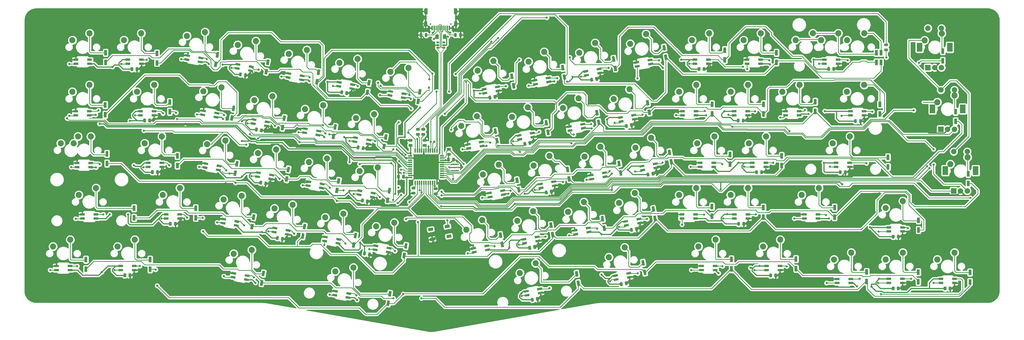
<source format=gbl>
G04 #@! TF.GenerationSoftware,KiCad,Pcbnew,(5.1.4)-1*
G04 #@! TF.CreationDate,2020-08-06T14:30:49-07:00*
G04 #@! TF.ProjectId,trifecta,74726966-6563-4746-912e-6b696361645f,rev?*
G04 #@! TF.SameCoordinates,Original*
G04 #@! TF.FileFunction,Copper,L2,Bot*
G04 #@! TF.FilePolarity,Positive*
%FSLAX46Y46*%
G04 Gerber Fmt 4.6, Leading zero omitted, Abs format (unit mm)*
G04 Created by KiCad (PCBNEW (5.1.4)-1) date 2020-08-06 14:30:49*
%MOMM*%
%LPD*%
G04 APERTURE LIST*
%ADD10C,2.250000*%
%ADD11C,1.100000*%
%ADD12C,0.100000*%
%ADD13R,2.000000X2.000000*%
%ADD14C,2.000000*%
%ADD15R,2.000000X3.200000*%
%ADD16R,1.000000X2.000000*%
%ADD17C,1.000000*%
%ADD18R,1.500000X0.500000*%
%ADD19R,0.500000X1.500000*%
%ADD20C,0.975000*%
%ADD21C,0.400000*%
%ADD22R,1.800000X0.820000*%
%ADD23C,0.820000*%
%ADD24R,0.700000X2.300000*%
%ADD25O,1.200000X2.300000*%
%ADD26C,0.600000*%
%ADD27R,0.550000X1.700000*%
%ADD28R,0.300000X1.700000*%
%ADD29R,1.060000X0.650000*%
%ADD30C,1.250000*%
%ADD31C,0.800000*%
%ADD32C,0.250000*%
%ADD33C,0.381000*%
%ADD34C,0.200000*%
%ADD35C,0.254000*%
G04 APERTURE END LIST*
D10*
X288321250Y-4354746D03*
X281971250Y-6894746D03*
D11*
X144665073Y-79309325D03*
D12*
G36*
X145455893Y-78611397D02*
G01*
X145646906Y-79694686D01*
X143874253Y-80007253D01*
X143683240Y-78923964D01*
X145455893Y-78611397D01*
X145455893Y-78611397D01*
G37*
D11*
X137916767Y-76742155D03*
D12*
G36*
X138707587Y-76044227D02*
G01*
X138898600Y-77127516D01*
X137125947Y-77440083D01*
X136934934Y-76356794D01*
X138707587Y-76044227D01*
X138707587Y-76044227D01*
G37*
D11*
X144022575Y-75665536D03*
D12*
G36*
X144813395Y-74967608D02*
G01*
X145004408Y-76050897D01*
X143231755Y-76363464D01*
X143040742Y-75280175D01*
X144813395Y-74967608D01*
X144813395Y-74967608D01*
G37*
D11*
X138559265Y-80385944D03*
D12*
G36*
X139350085Y-79688016D02*
G01*
X139541098Y-80771305D01*
X137768445Y-81083872D01*
X137577432Y-80000583D01*
X139350085Y-79688016D01*
X139350085Y-79688016D01*
G37*
D13*
X330896200Y-62536200D03*
D14*
X333396200Y-62536200D03*
X335896200Y-62536200D03*
D15*
X327796200Y-55036200D03*
X338996200Y-55036200D03*
D14*
X330896200Y-48036200D03*
X335896200Y-48036200D03*
D13*
X326146490Y-39761210D03*
D14*
X328646490Y-39761210D03*
X331146490Y-39761210D03*
D15*
X323046490Y-32261210D03*
X334246490Y-32261210D03*
D14*
X326146490Y-25261210D03*
X331146490Y-25261210D03*
D13*
X321371290Y-17000000D03*
D14*
X323871290Y-17000000D03*
X326371290Y-17000000D03*
D15*
X318271290Y-9500000D03*
X329471290Y-9500000D03*
D14*
X321371290Y-2500000D03*
X326371290Y-2500000D03*
D16*
X248372240Y-49087980D03*
X248372240Y-52637980D03*
X336906480Y-92651520D03*
X336906480Y-96201520D03*
X317813300Y-92539760D03*
X317813300Y-96089760D03*
X298778540Y-92455940D03*
X298778540Y-96005940D03*
X272677500Y-87706140D03*
X272677500Y-91256140D03*
X248882780Y-87840760D03*
X248882780Y-91390760D03*
D17*
X216306394Y-89109786D03*
D12*
G36*
X216972446Y-90007770D02*
G01*
X215987638Y-90181418D01*
X215640342Y-88211802D01*
X216625150Y-88038154D01*
X216972446Y-90007770D01*
X216972446Y-90007770D01*
G37*
D17*
X216922846Y-92605854D03*
D12*
G36*
X217588898Y-93503838D02*
G01*
X216604090Y-93677486D01*
X216256794Y-91707870D01*
X217241602Y-91534222D01*
X217588898Y-93503838D01*
X217588898Y-93503838D01*
G37*
D17*
X191792854Y-93156006D03*
D12*
G36*
X192458906Y-94053990D02*
G01*
X191474098Y-94227638D01*
X191126802Y-92258022D01*
X192111610Y-92084374D01*
X192458906Y-94053990D01*
X192458906Y-94053990D01*
G37*
D17*
X192409306Y-96652074D03*
D12*
G36*
X193075358Y-97550058D02*
G01*
X192090550Y-97723706D01*
X191743254Y-95754090D01*
X192728062Y-95580442D01*
X193075358Y-97550058D01*
X193075358Y-97550058D01*
G37*
D17*
X122871726Y-100519466D03*
D12*
G36*
X123190482Y-101591098D02*
G01*
X122205674Y-101417450D01*
X122552970Y-99447834D01*
X123537778Y-99621482D01*
X123190482Y-101591098D01*
X123190482Y-101591098D01*
G37*
D17*
X122255274Y-104015534D03*
D12*
G36*
X122574030Y-105087166D02*
G01*
X121589222Y-104913518D01*
X121936518Y-102943902D01*
X122921326Y-103117550D01*
X122574030Y-105087166D01*
X122574030Y-105087166D01*
G37*
D17*
X76199226Y-93026466D03*
D12*
G36*
X76517982Y-94098098D02*
G01*
X75533174Y-93924450D01*
X75880470Y-91954834D01*
X76865278Y-92128482D01*
X76517982Y-94098098D01*
X76517982Y-94098098D01*
G37*
D17*
X75582774Y-96522534D03*
D12*
G36*
X75901530Y-97594166D02*
G01*
X74916722Y-97420518D01*
X75264018Y-95450902D01*
X76248826Y-95624550D01*
X75901530Y-97594166D01*
X75901530Y-97594166D01*
G37*
D16*
X34425500Y-87919500D03*
X34425500Y-91469500D03*
X10740000Y-87906800D03*
X10740000Y-91456800D03*
X336258690Y-56247050D03*
X336258690Y-59797050D03*
X317899660Y-73416100D03*
X317899660Y-76966100D03*
X286939600Y-68671380D03*
X286939600Y-72221380D03*
X260665840Y-68689160D03*
X260665840Y-72239160D03*
X241709820Y-68313240D03*
X241709820Y-71863240D03*
D17*
X220070674Y-69226666D03*
D12*
G36*
X220736726Y-70124650D02*
G01*
X219751918Y-70298298D01*
X219404622Y-68328682D01*
X220389430Y-68155034D01*
X220736726Y-70124650D01*
X220736726Y-70124650D01*
G37*
D17*
X220687126Y-72722734D03*
D12*
G36*
X221353178Y-73620718D02*
G01*
X220368370Y-73794366D01*
X220021074Y-71824750D01*
X221005882Y-71651102D01*
X221353178Y-73620718D01*
X221353178Y-73620718D01*
G37*
D17*
X201335634Y-72810606D03*
D12*
G36*
X202001686Y-73708590D02*
G01*
X201016878Y-73882238D01*
X200669582Y-71912622D01*
X201654390Y-71738974D01*
X202001686Y-73708590D01*
X202001686Y-73708590D01*
G37*
D17*
X201952086Y-76306674D03*
D12*
G36*
X202618138Y-77204658D02*
G01*
X201633330Y-77378306D01*
X201286034Y-75408690D01*
X202270842Y-75235042D01*
X202618138Y-77204658D01*
X202618138Y-77204658D01*
G37*
D17*
X182323734Y-75177886D03*
D12*
G36*
X182989786Y-76075870D02*
G01*
X182004978Y-76249518D01*
X181657682Y-74279902D01*
X182642490Y-74106254D01*
X182989786Y-76075870D01*
X182989786Y-76075870D01*
G37*
D17*
X182940186Y-78673954D03*
D12*
G36*
X183606238Y-79571938D02*
G01*
X182621430Y-79745586D01*
X182274134Y-77775970D01*
X183258942Y-77602322D01*
X183606238Y-79571938D01*
X183606238Y-79571938D01*
G37*
D17*
X163700454Y-78871046D03*
D12*
G36*
X164366506Y-79769030D02*
G01*
X163381698Y-79942678D01*
X163034402Y-77973062D01*
X164019210Y-77799414D01*
X164366506Y-79769030D01*
X164366506Y-79769030D01*
G37*
D17*
X164316906Y-82367114D03*
D12*
G36*
X164982958Y-83265098D02*
G01*
X163998150Y-83438746D01*
X163650854Y-81469130D01*
X164635662Y-81295482D01*
X164982958Y-83265098D01*
X164982958Y-83265098D01*
G37*
D17*
X128777226Y-82866466D03*
D12*
G36*
X129095982Y-83938098D02*
G01*
X128111174Y-83764450D01*
X128458470Y-81794834D01*
X129443278Y-81968482D01*
X129095982Y-83938098D01*
X129095982Y-83938098D01*
G37*
D17*
X128160774Y-86362534D03*
D12*
G36*
X128479530Y-87434166D02*
G01*
X127494722Y-87260518D01*
X127842018Y-85290902D01*
X128826826Y-85464550D01*
X128479530Y-87434166D01*
X128479530Y-87434166D01*
G37*
D17*
X110151406Y-79043766D03*
D12*
G36*
X110470162Y-80115398D02*
G01*
X109485354Y-79941750D01*
X109832650Y-77972134D01*
X110817458Y-78145782D01*
X110470162Y-80115398D01*
X110470162Y-80115398D01*
G37*
D17*
X109534954Y-82539834D03*
D12*
G36*
X109853710Y-83611466D02*
G01*
X108868902Y-83437818D01*
X109216198Y-81468202D01*
X110201006Y-81641850D01*
X109853710Y-83611466D01*
X109853710Y-83611466D01*
G37*
D17*
X91368106Y-75734146D03*
D12*
G36*
X91686862Y-76805778D02*
G01*
X90702054Y-76632130D01*
X91049350Y-74662514D01*
X92034158Y-74836162D01*
X91686862Y-76805778D01*
X91686862Y-76805778D01*
G37*
D17*
X90751654Y-79230214D03*
D12*
G36*
X91070410Y-80301846D02*
G01*
X90085602Y-80128198D01*
X90432898Y-78158582D01*
X91417706Y-78332230D01*
X91070410Y-80301846D01*
X91070410Y-80301846D01*
G37*
D17*
X72620366Y-72231486D03*
D12*
G36*
X72939122Y-73303118D02*
G01*
X71954314Y-73129470D01*
X72301610Y-71159854D01*
X73286418Y-71333502D01*
X72939122Y-73303118D01*
X72939122Y-73303118D01*
G37*
D17*
X72003914Y-75727554D03*
D12*
G36*
X72322670Y-76799186D02*
G01*
X71337862Y-76625538D01*
X71685158Y-74655922D01*
X72669966Y-74829570D01*
X72322670Y-76799186D01*
X72322670Y-76799186D01*
G37*
D16*
X51253000Y-68933000D03*
X51253000Y-72483000D03*
X28520000Y-68916546D03*
X28520000Y-72466546D03*
X331567400Y-33296800D03*
X331567400Y-36846800D03*
X306634760Y-50164940D03*
X306634760Y-53714940D03*
X267429860Y-49598520D03*
X267429860Y-53148520D03*
D17*
X226065074Y-48297066D03*
D12*
G36*
X226731126Y-49195050D02*
G01*
X225746318Y-49368698D01*
X225399022Y-47399082D01*
X226383830Y-47225434D01*
X226731126Y-49195050D01*
X226731126Y-49195050D01*
G37*
D17*
X226681526Y-51793134D03*
D12*
G36*
X227347578Y-52691118D02*
G01*
X226362770Y-52864766D01*
X226015474Y-50895150D01*
X227000282Y-50721502D01*
X227347578Y-52691118D01*
X227347578Y-52691118D01*
G37*
D17*
X207418934Y-52424566D03*
D12*
G36*
X208084986Y-53322550D02*
G01*
X207100178Y-53496198D01*
X206752882Y-51526582D01*
X207737690Y-51352934D01*
X208084986Y-53322550D01*
X208084986Y-53322550D01*
G37*
D17*
X208035386Y-55920634D03*
D12*
G36*
X208701438Y-56818618D02*
G01*
X207716630Y-56992266D01*
X207369334Y-55022650D01*
X208354142Y-54849002D01*
X208701438Y-56818618D01*
X208701438Y-56818618D01*
G37*
D17*
X188414654Y-54608966D03*
D12*
G36*
X189080706Y-55506950D02*
G01*
X188095898Y-55680598D01*
X187748602Y-53710982D01*
X188733410Y-53537334D01*
X189080706Y-55506950D01*
X189080706Y-55506950D01*
G37*
D17*
X189031106Y-58105034D03*
D12*
G36*
X189697158Y-59003018D02*
G01*
X188712350Y-59176666D01*
X188365054Y-57207050D01*
X189349862Y-57033402D01*
X189697158Y-59003018D01*
X189697158Y-59003018D01*
G37*
D17*
X169819314Y-58629786D03*
D12*
G36*
X170485366Y-59527770D02*
G01*
X169500558Y-59701418D01*
X169153262Y-57731802D01*
X170138070Y-57558154D01*
X170485366Y-59527770D01*
X170485366Y-59527770D01*
G37*
D17*
X170435766Y-62125854D03*
D12*
G36*
X171101818Y-63023838D02*
G01*
X170117010Y-63197486D01*
X169769714Y-61227870D01*
X170754522Y-61054222D01*
X171101818Y-63023838D01*
X171101818Y-63023838D01*
G37*
D17*
X122681226Y-62482966D03*
D12*
G36*
X122999982Y-63554598D02*
G01*
X122015174Y-63380950D01*
X122362470Y-61411334D01*
X123347278Y-61584982D01*
X122999982Y-63554598D01*
X122999982Y-63554598D01*
G37*
D17*
X122064774Y-65979034D03*
D12*
G36*
X122383530Y-67050666D02*
G01*
X121398722Y-66877018D01*
X121746018Y-64907402D01*
X122730826Y-65081050D01*
X122383530Y-67050666D01*
X122383530Y-67050666D01*
G37*
D17*
X103948726Y-58863466D03*
D12*
G36*
X104267482Y-59935098D02*
G01*
X103282674Y-59761450D01*
X103629970Y-57791834D01*
X104614778Y-57965482D01*
X104267482Y-59935098D01*
X104267482Y-59935098D01*
G37*
D17*
X103332274Y-62359534D03*
D12*
G36*
X103651030Y-63431166D02*
G01*
X102666222Y-63257518D01*
X103013518Y-61287902D01*
X103998326Y-61461550D01*
X103651030Y-63431166D01*
X103651030Y-63431166D01*
G37*
D17*
X85409266Y-54639446D03*
D12*
G36*
X85728022Y-55711078D02*
G01*
X84743214Y-55537430D01*
X85090510Y-53567814D01*
X86075318Y-53741462D01*
X85728022Y-55711078D01*
X85728022Y-55711078D01*
G37*
D17*
X84792814Y-58135514D03*
D12*
G36*
X85111570Y-59207146D02*
G01*
X84126762Y-59033498D01*
X84474058Y-57063882D01*
X85458866Y-57237530D01*
X85111570Y-59207146D01*
X85111570Y-59207146D01*
G37*
D17*
X66420226Y-52513466D03*
D12*
G36*
X66738982Y-53585098D02*
G01*
X65754174Y-53411450D01*
X66101470Y-51441834D01*
X67086278Y-51615482D01*
X66738982Y-53585098D01*
X66738982Y-53585098D01*
G37*
D17*
X65803774Y-56009534D03*
D12*
G36*
X66122530Y-57081166D02*
G01*
X65137722Y-56907518D01*
X65485018Y-54937902D01*
X66469826Y-55111550D01*
X66122530Y-57081166D01*
X66122530Y-57081166D01*
G37*
D16*
X44461040Y-49593440D03*
X44461040Y-53143440D03*
X18502240Y-48854300D03*
X18502240Y-52404300D03*
X326843000Y-10939720D03*
X326843000Y-14489720D03*
X303637560Y-30563760D03*
X303637560Y-34113760D03*
X279789500Y-29621420D03*
X279789500Y-33171420D03*
X260762360Y-30556140D03*
X260762360Y-34106140D03*
X241730140Y-30553600D03*
X241730140Y-34103600D03*
D17*
X217970094Y-30019226D03*
D12*
G36*
X218636146Y-30917210D02*
G01*
X217651338Y-31090858D01*
X217304042Y-29121242D01*
X218288850Y-28947594D01*
X218636146Y-30917210D01*
X218636146Y-30917210D01*
G37*
D17*
X218586546Y-33515294D03*
D12*
G36*
X219252598Y-34413278D02*
G01*
X218267790Y-34586926D01*
X217920494Y-32617310D01*
X218905302Y-32443662D01*
X219252598Y-34413278D01*
X219252598Y-34413278D01*
G37*
D17*
X199273154Y-33699686D03*
D12*
G36*
X199939206Y-34597670D02*
G01*
X198954398Y-34771318D01*
X198607102Y-32801702D01*
X199591910Y-32628054D01*
X199939206Y-34597670D01*
X199939206Y-34597670D01*
G37*
D17*
X199889606Y-37195754D03*
D12*
G36*
X200555658Y-38093738D02*
G01*
X199570850Y-38267386D01*
X199223554Y-36297770D01*
X200208362Y-36124122D01*
X200555658Y-38093738D01*
X200555658Y-38093738D01*
G37*
D17*
X180583834Y-37400466D03*
D12*
G36*
X181249886Y-38298450D02*
G01*
X180265078Y-38472098D01*
X179917782Y-36502482D01*
X180902590Y-36328834D01*
X181249886Y-38298450D01*
X181249886Y-38298450D01*
G37*
D17*
X181200286Y-40896534D03*
D12*
G36*
X181866338Y-41794518D02*
G01*
X180881530Y-41968166D01*
X180534234Y-39998550D01*
X181519042Y-39824902D01*
X181866338Y-41794518D01*
X181866338Y-41794518D01*
G37*
D17*
X161792914Y-40476406D03*
D12*
G36*
X162458966Y-41374390D02*
G01*
X161474158Y-41548038D01*
X161126862Y-39578422D01*
X162111670Y-39404774D01*
X162458966Y-41374390D01*
X162458966Y-41374390D01*
G37*
D17*
X162409366Y-43972474D03*
D12*
G36*
X163075418Y-44870458D02*
G01*
X162090610Y-45044106D01*
X161743314Y-43074490D01*
X162728122Y-42900842D01*
X163075418Y-44870458D01*
X163075418Y-44870458D01*
G37*
D17*
X121347726Y-42607466D03*
D12*
G36*
X121666482Y-43679098D02*
G01*
X120681674Y-43505450D01*
X121028970Y-41535834D01*
X122013778Y-41709482D01*
X121666482Y-43679098D01*
X121666482Y-43679098D01*
G37*
D17*
X120731274Y-46103534D03*
D12*
G36*
X121050030Y-47175166D02*
G01*
X120065222Y-47001518D01*
X120412518Y-45031902D01*
X121397326Y-45205550D01*
X121050030Y-47175166D01*
X121050030Y-47175166D01*
G37*
D17*
X102693966Y-38914306D03*
D12*
G36*
X103012722Y-39985938D02*
G01*
X102027914Y-39812290D01*
X102375210Y-37842674D01*
X103360018Y-38016322D01*
X103012722Y-39985938D01*
X103012722Y-39985938D01*
G37*
D17*
X102077514Y-42410374D03*
D12*
G36*
X102396270Y-43482006D02*
G01*
X101411462Y-43308358D01*
X101758758Y-41338742D01*
X102743566Y-41512390D01*
X102396270Y-43482006D01*
X102396270Y-43482006D01*
G37*
D17*
X83903046Y-35663106D03*
D12*
G36*
X84221802Y-36734738D02*
G01*
X83236994Y-36561090D01*
X83584290Y-34591474D01*
X84569098Y-34765122D01*
X84221802Y-36734738D01*
X84221802Y-36734738D01*
G37*
D17*
X83286594Y-39159174D03*
D12*
G36*
X83605350Y-40230806D02*
G01*
X82620542Y-40057158D01*
X82967838Y-38087542D01*
X83952646Y-38261190D01*
X83605350Y-40230806D01*
X83605350Y-40230806D01*
G37*
D17*
X65193406Y-32084246D03*
D12*
G36*
X65512162Y-33155878D02*
G01*
X64527354Y-32982230D01*
X64874650Y-31012614D01*
X65859458Y-31186262D01*
X65512162Y-33155878D01*
X65512162Y-33155878D01*
G37*
D17*
X64576954Y-35580314D03*
D12*
G36*
X64895710Y-36651946D02*
G01*
X63910902Y-36478298D01*
X64258198Y-34508682D01*
X65243006Y-34682330D01*
X64895710Y-36651946D01*
X64895710Y-36651946D01*
G37*
D16*
X41669580Y-29748420D03*
X41669580Y-33298420D03*
X17852000Y-30833000D03*
X17852000Y-34383000D03*
X304084600Y-11514220D03*
X304084600Y-15064220D03*
X302352320Y-11526460D03*
X302352320Y-15076460D03*
X265509620Y-11511220D03*
X265509620Y-15061220D03*
X246441840Y-10553640D03*
X246441840Y-14103640D03*
D17*
X224048314Y-9671286D03*
D12*
G36*
X224714366Y-10569270D02*
G01*
X223729558Y-10742918D01*
X223382262Y-8773302D01*
X224367070Y-8599654D01*
X224714366Y-10569270D01*
X224714366Y-10569270D01*
G37*
D17*
X224664766Y-13167354D03*
D12*
G36*
X225330818Y-14065338D02*
G01*
X224346010Y-14238986D01*
X223998714Y-12269370D01*
X224983522Y-12095722D01*
X225330818Y-14065338D01*
X225330818Y-14065338D01*
G37*
D17*
X205419954Y-13808946D03*
D12*
G36*
X206086006Y-14706930D02*
G01*
X205101198Y-14880578D01*
X204753902Y-12910962D01*
X205738710Y-12737314D01*
X206086006Y-14706930D01*
X206086006Y-14706930D01*
G37*
D17*
X206036406Y-17305014D03*
D12*
G36*
X206702458Y-18202998D02*
G01*
X205717650Y-18376646D01*
X205370354Y-16407030D01*
X206355162Y-16233382D01*
X206702458Y-18202998D01*
X206702458Y-18202998D01*
G37*
D17*
X186654434Y-17016966D03*
D12*
G36*
X187320486Y-17914950D02*
G01*
X186335678Y-18088598D01*
X185988382Y-16118982D01*
X186973190Y-15945334D01*
X187320486Y-17914950D01*
X187320486Y-17914950D01*
G37*
D17*
X187270886Y-20513034D03*
D12*
G36*
X187936938Y-21411018D02*
G01*
X186952130Y-21584666D01*
X186604834Y-19615050D01*
X187589642Y-19441402D01*
X187936938Y-21411018D01*
X187936938Y-21411018D01*
G37*
D17*
X167891454Y-20217366D03*
D12*
G36*
X168557506Y-21115350D02*
G01*
X167572698Y-21288998D01*
X167225402Y-19319382D01*
X168210210Y-19145734D01*
X168557506Y-21115350D01*
X168557506Y-21115350D01*
G37*
D17*
X168507906Y-23713434D03*
D12*
G36*
X169173958Y-24611418D02*
G01*
X168189150Y-24785066D01*
X167841854Y-22815450D01*
X168826662Y-22641802D01*
X169173958Y-24611418D01*
X169173958Y-24611418D01*
G37*
D17*
X133920726Y-25970466D03*
D12*
G36*
X134239482Y-27042098D02*
G01*
X133254674Y-26868450D01*
X133601970Y-24898834D01*
X134586778Y-25072482D01*
X134239482Y-27042098D01*
X134239482Y-27042098D01*
G37*
D17*
X133304274Y-29466534D03*
D12*
G36*
X133623030Y-30538166D02*
G01*
X132638222Y-30364518D01*
X132985518Y-28394902D01*
X133970326Y-28568550D01*
X133623030Y-30538166D01*
X133623030Y-30538166D01*
G37*
D17*
X115188226Y-22604966D03*
D12*
G36*
X115506982Y-23676598D02*
G01*
X114522174Y-23502950D01*
X114869470Y-21533334D01*
X115854278Y-21706982D01*
X115506982Y-23676598D01*
X115506982Y-23676598D01*
G37*
D17*
X114571774Y-26101034D03*
D12*
G36*
X114890530Y-27172666D02*
G01*
X113905722Y-26999018D01*
X114253018Y-25029402D01*
X115237826Y-25203050D01*
X114890530Y-27172666D01*
X114890530Y-27172666D01*
G37*
D17*
X96572566Y-18708606D03*
D12*
G36*
X96891322Y-19780238D02*
G01*
X95906514Y-19606590D01*
X96253810Y-17636974D01*
X97238618Y-17810622D01*
X96891322Y-19780238D01*
X96891322Y-19780238D01*
G37*
D17*
X95956114Y-22204674D03*
D12*
G36*
X96274870Y-23276306D02*
G01*
X95290062Y-23102658D01*
X95637358Y-21133042D01*
X96622166Y-21306690D01*
X96274870Y-23276306D01*
X96274870Y-23276306D01*
G37*
D17*
X77865466Y-15005286D03*
D12*
G36*
X78184222Y-16076918D02*
G01*
X77199414Y-15903270D01*
X77546710Y-13933654D01*
X78531518Y-14107302D01*
X78184222Y-16076918D01*
X78184222Y-16076918D01*
G37*
D17*
X77249014Y-18501354D03*
D12*
G36*
X77567770Y-19572986D02*
G01*
X76582962Y-19399338D01*
X76930258Y-17429722D01*
X77915066Y-17603370D01*
X77567770Y-19572986D01*
X77567770Y-19572986D01*
G37*
D17*
X59247266Y-12279866D03*
D12*
G36*
X59566022Y-13351498D02*
G01*
X58581214Y-13177850D01*
X58928510Y-11208234D01*
X59913318Y-11381882D01*
X59566022Y-13351498D01*
X59566022Y-13351498D01*
G37*
D17*
X58630814Y-15775934D03*
D12*
G36*
X58949570Y-16847566D02*
G01*
X57964762Y-16673918D01*
X58312058Y-14704302D01*
X59296866Y-14877950D01*
X58949570Y-16847566D01*
X58949570Y-16847566D01*
G37*
D16*
X36940100Y-11765220D03*
X36940100Y-15315220D03*
X17994240Y-11521380D03*
X17994240Y-15071380D03*
D10*
X242601250Y-42454746D03*
X236251250Y-44994746D03*
X243077500Y-80554746D03*
X236727500Y-83094746D03*
D18*
X130318200Y-49613600D03*
X130318200Y-50413600D03*
X130318200Y-51213600D03*
X130318200Y-52013600D03*
X130318200Y-52813600D03*
X130318200Y-53613600D03*
X130318200Y-54413600D03*
X130318200Y-55213600D03*
X130318200Y-56013600D03*
X130318200Y-56813600D03*
X130318200Y-57613600D03*
D19*
X132218200Y-59513600D03*
X133018200Y-59513600D03*
X133818200Y-59513600D03*
X134618200Y-59513600D03*
X135418200Y-59513600D03*
X136218200Y-59513600D03*
X137018200Y-59513600D03*
X137818200Y-59513600D03*
X138618200Y-59513600D03*
X139418200Y-59513600D03*
X140218200Y-59513600D03*
D18*
X142118200Y-57613600D03*
X142118200Y-56813600D03*
X142118200Y-56013600D03*
X142118200Y-55213600D03*
X142118200Y-54413600D03*
X142118200Y-53613600D03*
X142118200Y-52813600D03*
X142118200Y-52013600D03*
X142118200Y-51213600D03*
X142118200Y-50413600D03*
X142118200Y-49613600D03*
D19*
X140218200Y-47713600D03*
X139418200Y-47713600D03*
X138618200Y-47713600D03*
X137818200Y-47713600D03*
X137018200Y-47713600D03*
X136218200Y-47713600D03*
X135418200Y-47713600D03*
X134618200Y-47713600D03*
X133818200Y-47713600D03*
X133018200Y-47713600D03*
X132218200Y-47713600D03*
D10*
X7796250Y-42451250D03*
X1446250Y-44991250D03*
X297846250Y-23404746D03*
X291496250Y-25944746D03*
X297881920Y-4327640D03*
X291531920Y-6867640D03*
X278923360Y-4337800D03*
X272573360Y-6877800D03*
X335987000Y-50108600D03*
X329637000Y-52648600D03*
X331211800Y-27248600D03*
X324861800Y-29788600D03*
X326487400Y-4388600D03*
X320137400Y-6928600D03*
D12*
G36*
X286900142Y-16796174D02*
G01*
X286923803Y-16799684D01*
X286947007Y-16805496D01*
X286969529Y-16813554D01*
X286991153Y-16823782D01*
X287011670Y-16836079D01*
X287030883Y-16850329D01*
X287048607Y-16866393D01*
X287064671Y-16884117D01*
X287078921Y-16903330D01*
X287091218Y-16923847D01*
X287101446Y-16945471D01*
X287109504Y-16967993D01*
X287115316Y-16991197D01*
X287118826Y-17014858D01*
X287120000Y-17038750D01*
X287120000Y-17951250D01*
X287118826Y-17975142D01*
X287115316Y-17998803D01*
X287109504Y-18022007D01*
X287101446Y-18044529D01*
X287091218Y-18066153D01*
X287078921Y-18086670D01*
X287064671Y-18105883D01*
X287048607Y-18123607D01*
X287030883Y-18139671D01*
X287011670Y-18153921D01*
X286991153Y-18166218D01*
X286969529Y-18176446D01*
X286947007Y-18184504D01*
X286923803Y-18190316D01*
X286900142Y-18193826D01*
X286876250Y-18195000D01*
X286388750Y-18195000D01*
X286364858Y-18193826D01*
X286341197Y-18190316D01*
X286317993Y-18184504D01*
X286295471Y-18176446D01*
X286273847Y-18166218D01*
X286253330Y-18153921D01*
X286234117Y-18139671D01*
X286216393Y-18123607D01*
X286200329Y-18105883D01*
X286186079Y-18086670D01*
X286173782Y-18066153D01*
X286163554Y-18044529D01*
X286155496Y-18022007D01*
X286149684Y-17998803D01*
X286146174Y-17975142D01*
X286145000Y-17951250D01*
X286145000Y-17038750D01*
X286146174Y-17014858D01*
X286149684Y-16991197D01*
X286155496Y-16967993D01*
X286163554Y-16945471D01*
X286173782Y-16923847D01*
X286186079Y-16903330D01*
X286200329Y-16884117D01*
X286216393Y-16866393D01*
X286234117Y-16850329D01*
X286253330Y-16836079D01*
X286273847Y-16823782D01*
X286295471Y-16813554D01*
X286317993Y-16805496D01*
X286341197Y-16799684D01*
X286364858Y-16796174D01*
X286388750Y-16795000D01*
X286876250Y-16795000D01*
X286900142Y-16796174D01*
X286900142Y-16796174D01*
G37*
D20*
X286632500Y-17495000D03*
D12*
G36*
X285025142Y-16796174D02*
G01*
X285048803Y-16799684D01*
X285072007Y-16805496D01*
X285094529Y-16813554D01*
X285116153Y-16823782D01*
X285136670Y-16836079D01*
X285155883Y-16850329D01*
X285173607Y-16866393D01*
X285189671Y-16884117D01*
X285203921Y-16903330D01*
X285216218Y-16923847D01*
X285226446Y-16945471D01*
X285234504Y-16967993D01*
X285240316Y-16991197D01*
X285243826Y-17014858D01*
X285245000Y-17038750D01*
X285245000Y-17951250D01*
X285243826Y-17975142D01*
X285240316Y-17998803D01*
X285234504Y-18022007D01*
X285226446Y-18044529D01*
X285216218Y-18066153D01*
X285203921Y-18086670D01*
X285189671Y-18105883D01*
X285173607Y-18123607D01*
X285155883Y-18139671D01*
X285136670Y-18153921D01*
X285116153Y-18166218D01*
X285094529Y-18176446D01*
X285072007Y-18184504D01*
X285048803Y-18190316D01*
X285025142Y-18193826D01*
X285001250Y-18195000D01*
X284513750Y-18195000D01*
X284489858Y-18193826D01*
X284466197Y-18190316D01*
X284442993Y-18184504D01*
X284420471Y-18176446D01*
X284398847Y-18166218D01*
X284378330Y-18153921D01*
X284359117Y-18139671D01*
X284341393Y-18123607D01*
X284325329Y-18105883D01*
X284311079Y-18086670D01*
X284298782Y-18066153D01*
X284288554Y-18044529D01*
X284280496Y-18022007D01*
X284274684Y-17998803D01*
X284271174Y-17975142D01*
X284270000Y-17951250D01*
X284270000Y-17038750D01*
X284271174Y-17014858D01*
X284274684Y-16991197D01*
X284280496Y-16967993D01*
X284288554Y-16945471D01*
X284298782Y-16923847D01*
X284311079Y-16903330D01*
X284325329Y-16884117D01*
X284341393Y-16866393D01*
X284359117Y-16850329D01*
X284378330Y-16836079D01*
X284398847Y-16823782D01*
X284420471Y-16813554D01*
X284442993Y-16805496D01*
X284466197Y-16799684D01*
X284489858Y-16796174D01*
X284513750Y-16795000D01*
X285001250Y-16795000D01*
X285025142Y-16796174D01*
X285025142Y-16796174D01*
G37*
D20*
X284757500Y-17495000D03*
D12*
G36*
X306429102Y-8098114D02*
G01*
X306452763Y-8101624D01*
X306475967Y-8107436D01*
X306498489Y-8115494D01*
X306520113Y-8125722D01*
X306540630Y-8138019D01*
X306559843Y-8152269D01*
X306577567Y-8168333D01*
X306593631Y-8186057D01*
X306607881Y-8205270D01*
X306620178Y-8225787D01*
X306630406Y-8247411D01*
X306638464Y-8269933D01*
X306644276Y-8293137D01*
X306647786Y-8316798D01*
X306648960Y-8340690D01*
X306648960Y-8828190D01*
X306647786Y-8852082D01*
X306644276Y-8875743D01*
X306638464Y-8898947D01*
X306630406Y-8921469D01*
X306620178Y-8943093D01*
X306607881Y-8963610D01*
X306593631Y-8982823D01*
X306577567Y-9000547D01*
X306559843Y-9016611D01*
X306540630Y-9030861D01*
X306520113Y-9043158D01*
X306498489Y-9053386D01*
X306475967Y-9061444D01*
X306452763Y-9067256D01*
X306429102Y-9070766D01*
X306405210Y-9071940D01*
X305492710Y-9071940D01*
X305468818Y-9070766D01*
X305445157Y-9067256D01*
X305421953Y-9061444D01*
X305399431Y-9053386D01*
X305377807Y-9043158D01*
X305357290Y-9030861D01*
X305338077Y-9016611D01*
X305320353Y-9000547D01*
X305304289Y-8982823D01*
X305290039Y-8963610D01*
X305277742Y-8943093D01*
X305267514Y-8921469D01*
X305259456Y-8898947D01*
X305253644Y-8875743D01*
X305250134Y-8852082D01*
X305248960Y-8828190D01*
X305248960Y-8340690D01*
X305250134Y-8316798D01*
X305253644Y-8293137D01*
X305259456Y-8269933D01*
X305267514Y-8247411D01*
X305277742Y-8225787D01*
X305290039Y-8205270D01*
X305304289Y-8186057D01*
X305320353Y-8168333D01*
X305338077Y-8152269D01*
X305357290Y-8138019D01*
X305377807Y-8125722D01*
X305399431Y-8115494D01*
X305421953Y-8107436D01*
X305445157Y-8101624D01*
X305468818Y-8098114D01*
X305492710Y-8096940D01*
X306405210Y-8096940D01*
X306429102Y-8098114D01*
X306429102Y-8098114D01*
G37*
D20*
X305948960Y-8584440D03*
D12*
G36*
X306429102Y-9973114D02*
G01*
X306452763Y-9976624D01*
X306475967Y-9982436D01*
X306498489Y-9990494D01*
X306520113Y-10000722D01*
X306540630Y-10013019D01*
X306559843Y-10027269D01*
X306577567Y-10043333D01*
X306593631Y-10061057D01*
X306607881Y-10080270D01*
X306620178Y-10100787D01*
X306630406Y-10122411D01*
X306638464Y-10144933D01*
X306644276Y-10168137D01*
X306647786Y-10191798D01*
X306648960Y-10215690D01*
X306648960Y-10703190D01*
X306647786Y-10727082D01*
X306644276Y-10750743D01*
X306638464Y-10773947D01*
X306630406Y-10796469D01*
X306620178Y-10818093D01*
X306607881Y-10838610D01*
X306593631Y-10857823D01*
X306577567Y-10875547D01*
X306559843Y-10891611D01*
X306540630Y-10905861D01*
X306520113Y-10918158D01*
X306498489Y-10928386D01*
X306475967Y-10936444D01*
X306452763Y-10942256D01*
X306429102Y-10945766D01*
X306405210Y-10946940D01*
X305492710Y-10946940D01*
X305468818Y-10945766D01*
X305445157Y-10942256D01*
X305421953Y-10936444D01*
X305399431Y-10928386D01*
X305377807Y-10918158D01*
X305357290Y-10905861D01*
X305338077Y-10891611D01*
X305320353Y-10875547D01*
X305304289Y-10857823D01*
X305290039Y-10838610D01*
X305277742Y-10818093D01*
X305267514Y-10796469D01*
X305259456Y-10773947D01*
X305253644Y-10750743D01*
X305250134Y-10727082D01*
X305248960Y-10703190D01*
X305248960Y-10215690D01*
X305250134Y-10191798D01*
X305253644Y-10168137D01*
X305259456Y-10144933D01*
X305267514Y-10122411D01*
X305277742Y-10100787D01*
X305290039Y-10080270D01*
X305304289Y-10061057D01*
X305320353Y-10043333D01*
X305338077Y-10027269D01*
X305357290Y-10013019D01*
X305377807Y-10000722D01*
X305399431Y-9990494D01*
X305421953Y-9982436D01*
X305445157Y-9976624D01*
X305468818Y-9973114D01*
X305492710Y-9971940D01*
X306405210Y-9971940D01*
X306429102Y-9973114D01*
X306429102Y-9973114D01*
G37*
D20*
X305948960Y-10459440D03*
D12*
G36*
X148219202Y-54883522D02*
G01*
X148228909Y-54884961D01*
X148238428Y-54887346D01*
X148247668Y-54890652D01*
X148256540Y-54894848D01*
X148264957Y-54899893D01*
X148272839Y-54905739D01*
X148280111Y-54912329D01*
X148286701Y-54919601D01*
X148292547Y-54927483D01*
X148297592Y-54935900D01*
X148301788Y-54944772D01*
X148305094Y-54954012D01*
X148307479Y-54963531D01*
X148308918Y-54973238D01*
X148309400Y-54983040D01*
X148309400Y-55183040D01*
X148308918Y-55192842D01*
X148307479Y-55202549D01*
X148305094Y-55212068D01*
X148301788Y-55221308D01*
X148297592Y-55230180D01*
X148292547Y-55238597D01*
X148286701Y-55246479D01*
X148280111Y-55253751D01*
X148272839Y-55260341D01*
X148264957Y-55266187D01*
X148256540Y-55271232D01*
X148247668Y-55275428D01*
X148238428Y-55278734D01*
X148228909Y-55281119D01*
X148219202Y-55282558D01*
X148209400Y-55283040D01*
X145609400Y-55283040D01*
X145599598Y-55282558D01*
X145589891Y-55281119D01*
X145580372Y-55278734D01*
X145571132Y-55275428D01*
X145562260Y-55271232D01*
X145553843Y-55266187D01*
X145545961Y-55260341D01*
X145538689Y-55253751D01*
X145532099Y-55246479D01*
X145526253Y-55238597D01*
X145521208Y-55230180D01*
X145517012Y-55221308D01*
X145513706Y-55212068D01*
X145511321Y-55202549D01*
X145509882Y-55192842D01*
X145509400Y-55183040D01*
X145509400Y-54983040D01*
X145509882Y-54973238D01*
X145511321Y-54963531D01*
X145513706Y-54954012D01*
X145517012Y-54944772D01*
X145521208Y-54935900D01*
X145526253Y-54927483D01*
X145532099Y-54919601D01*
X145538689Y-54912329D01*
X145545961Y-54905739D01*
X145553843Y-54899893D01*
X145562260Y-54894848D01*
X145571132Y-54890652D01*
X145580372Y-54887346D01*
X145589891Y-54884961D01*
X145599598Y-54883522D01*
X145609400Y-54883040D01*
X148209400Y-54883040D01*
X148219202Y-54883522D01*
X148219202Y-54883522D01*
G37*
D21*
X146909400Y-55083040D03*
D12*
G36*
X148219202Y-53683522D02*
G01*
X148228909Y-53684961D01*
X148238428Y-53687346D01*
X148247668Y-53690652D01*
X148256540Y-53694848D01*
X148264957Y-53699893D01*
X148272839Y-53705739D01*
X148280111Y-53712329D01*
X148286701Y-53719601D01*
X148292547Y-53727483D01*
X148297592Y-53735900D01*
X148301788Y-53744772D01*
X148305094Y-53754012D01*
X148307479Y-53763531D01*
X148308918Y-53773238D01*
X148309400Y-53783040D01*
X148309400Y-53983040D01*
X148308918Y-53992842D01*
X148307479Y-54002549D01*
X148305094Y-54012068D01*
X148301788Y-54021308D01*
X148297592Y-54030180D01*
X148292547Y-54038597D01*
X148286701Y-54046479D01*
X148280111Y-54053751D01*
X148272839Y-54060341D01*
X148264957Y-54066187D01*
X148256540Y-54071232D01*
X148247668Y-54075428D01*
X148238428Y-54078734D01*
X148228909Y-54081119D01*
X148219202Y-54082558D01*
X148209400Y-54083040D01*
X145609400Y-54083040D01*
X145599598Y-54082558D01*
X145589891Y-54081119D01*
X145580372Y-54078734D01*
X145571132Y-54075428D01*
X145562260Y-54071232D01*
X145553843Y-54066187D01*
X145545961Y-54060341D01*
X145538689Y-54053751D01*
X145532099Y-54046479D01*
X145526253Y-54038597D01*
X145521208Y-54030180D01*
X145517012Y-54021308D01*
X145513706Y-54012068D01*
X145511321Y-54002549D01*
X145509882Y-53992842D01*
X145509400Y-53983040D01*
X145509400Y-53783040D01*
X145509882Y-53773238D01*
X145511321Y-53763531D01*
X145513706Y-53754012D01*
X145517012Y-53744772D01*
X145521208Y-53735900D01*
X145526253Y-53727483D01*
X145532099Y-53719601D01*
X145538689Y-53712329D01*
X145545961Y-53705739D01*
X145553843Y-53699893D01*
X145562260Y-53694848D01*
X145571132Y-53690652D01*
X145580372Y-53687346D01*
X145589891Y-53684961D01*
X145599598Y-53683522D01*
X145609400Y-53683040D01*
X148209400Y-53683040D01*
X148219202Y-53683522D01*
X148219202Y-53683522D01*
G37*
D21*
X146909400Y-53883040D03*
D12*
G36*
X148219202Y-52483522D02*
G01*
X148228909Y-52484961D01*
X148238428Y-52487346D01*
X148247668Y-52490652D01*
X148256540Y-52494848D01*
X148264957Y-52499893D01*
X148272839Y-52505739D01*
X148280111Y-52512329D01*
X148286701Y-52519601D01*
X148292547Y-52527483D01*
X148297592Y-52535900D01*
X148301788Y-52544772D01*
X148305094Y-52554012D01*
X148307479Y-52563531D01*
X148308918Y-52573238D01*
X148309400Y-52583040D01*
X148309400Y-52783040D01*
X148308918Y-52792842D01*
X148307479Y-52802549D01*
X148305094Y-52812068D01*
X148301788Y-52821308D01*
X148297592Y-52830180D01*
X148292547Y-52838597D01*
X148286701Y-52846479D01*
X148280111Y-52853751D01*
X148272839Y-52860341D01*
X148264957Y-52866187D01*
X148256540Y-52871232D01*
X148247668Y-52875428D01*
X148238428Y-52878734D01*
X148228909Y-52881119D01*
X148219202Y-52882558D01*
X148209400Y-52883040D01*
X145609400Y-52883040D01*
X145599598Y-52882558D01*
X145589891Y-52881119D01*
X145580372Y-52878734D01*
X145571132Y-52875428D01*
X145562260Y-52871232D01*
X145553843Y-52866187D01*
X145545961Y-52860341D01*
X145538689Y-52853751D01*
X145532099Y-52846479D01*
X145526253Y-52838597D01*
X145521208Y-52830180D01*
X145517012Y-52821308D01*
X145513706Y-52812068D01*
X145511321Y-52802549D01*
X145509882Y-52792842D01*
X145509400Y-52783040D01*
X145509400Y-52583040D01*
X145509882Y-52573238D01*
X145511321Y-52563531D01*
X145513706Y-52554012D01*
X145517012Y-52544772D01*
X145521208Y-52535900D01*
X145526253Y-52527483D01*
X145532099Y-52519601D01*
X145538689Y-52512329D01*
X145545961Y-52505739D01*
X145553843Y-52499893D01*
X145562260Y-52494848D01*
X145571132Y-52490652D01*
X145580372Y-52487346D01*
X145589891Y-52484961D01*
X145599598Y-52483522D01*
X145609400Y-52483040D01*
X148209400Y-52483040D01*
X148219202Y-52483522D01*
X148219202Y-52483522D01*
G37*
D21*
X146909400Y-52683040D03*
D10*
X292607500Y-42454746D03*
X286257500Y-44994746D03*
D22*
X326148940Y-95040500D03*
X326148940Y-96540500D03*
X331148940Y-96540500D03*
X331148940Y-95040500D03*
X306977020Y-95022720D03*
X306977020Y-96522720D03*
X311977020Y-96522720D03*
X311977020Y-95022720D03*
X292937180Y-96545580D03*
X292937180Y-95045580D03*
X287937180Y-95045580D03*
X287937180Y-96545580D03*
X261792960Y-90270380D03*
X261792960Y-91770380D03*
X266792960Y-91770380D03*
X266792960Y-90270380D03*
X242856000Y-91752600D03*
X242856000Y-90252600D03*
X237856000Y-90252600D03*
X237856000Y-91752600D03*
D23*
X206092484Y-93814695D03*
D12*
G36*
X206907615Y-93254640D02*
G01*
X207050007Y-94062183D01*
X205277353Y-94374750D01*
X205134961Y-93567207D01*
X206907615Y-93254640D01*
X206907615Y-93254640D01*
G37*
D23*
X206352957Y-95291906D03*
D12*
G36*
X207168088Y-94731851D02*
G01*
X207310480Y-95539394D01*
X205537826Y-95851961D01*
X205395434Y-95044418D01*
X207168088Y-94731851D01*
X207168088Y-94731851D01*
G37*
D23*
X211276996Y-94423665D03*
D12*
G36*
X212092127Y-93863610D02*
G01*
X212234519Y-94671153D01*
X210461865Y-94983720D01*
X210319473Y-94176177D01*
X212092127Y-93863610D01*
X212092127Y-93863610D01*
G37*
D23*
X211016523Y-92946454D03*
D12*
G36*
X211831654Y-92386399D02*
G01*
X211974046Y-93193942D01*
X210201392Y-93506509D01*
X210059000Y-92698966D01*
X211831654Y-92386399D01*
X211831654Y-92386399D01*
G37*
D23*
X173232504Y-99603355D03*
D12*
G36*
X174047635Y-99043300D02*
G01*
X174190027Y-99850843D01*
X172417373Y-100163410D01*
X172274981Y-99355867D01*
X174047635Y-99043300D01*
X174047635Y-99043300D01*
G37*
D23*
X173492977Y-101080566D03*
D12*
G36*
X174308108Y-100520511D02*
G01*
X174450500Y-101328054D01*
X172677846Y-101640621D01*
X172535454Y-100833078D01*
X174308108Y-100520511D01*
X174308108Y-100520511D01*
G37*
D23*
X178417016Y-100212325D03*
D12*
G36*
X179232147Y-99652270D02*
G01*
X179374539Y-100459813D01*
X177601885Y-100772380D01*
X177459493Y-99964837D01*
X179232147Y-99652270D01*
X179232147Y-99652270D01*
G37*
D23*
X178156543Y-98735114D03*
D12*
G36*
X178971674Y-98175059D02*
G01*
X179114066Y-98982602D01*
X177341412Y-99295169D01*
X177199020Y-98487626D01*
X178971674Y-98175059D01*
X178971674Y-98175059D01*
G37*
D23*
X107432783Y-101916226D03*
D12*
G36*
X106475260Y-102163714D02*
G01*
X106617652Y-101356171D01*
X108390306Y-101668738D01*
X108247914Y-102476281D01*
X106475260Y-102163714D01*
X106475260Y-102163714D01*
G37*
D23*
X107693256Y-100439015D03*
D12*
G36*
X106735733Y-100686503D02*
G01*
X106878125Y-99878960D01*
X108650779Y-100191527D01*
X108508387Y-100999070D01*
X106735733Y-100686503D01*
X106735733Y-100686503D01*
G37*
D23*
X102769217Y-99570774D03*
D12*
G36*
X101811694Y-99818262D02*
G01*
X101954086Y-99010719D01*
X103726740Y-99323286D01*
X103584348Y-100130829D01*
X101811694Y-99818262D01*
X101811694Y-99818262D01*
G37*
D23*
X102508744Y-101047985D03*
D12*
G36*
X101551221Y-101295473D02*
G01*
X101693613Y-100487930D01*
X103466267Y-100800497D01*
X103323875Y-101608040D01*
X101551221Y-101295473D01*
X101551221Y-101295473D01*
G37*
D23*
X65043744Y-94443985D03*
D12*
G36*
X64086221Y-94691473D02*
G01*
X64228613Y-93883930D01*
X66001267Y-94196497D01*
X65858875Y-95004040D01*
X64086221Y-94691473D01*
X64086221Y-94691473D01*
G37*
D23*
X65304217Y-92966774D03*
D12*
G36*
X64346694Y-93214262D02*
G01*
X64489086Y-92406719D01*
X66261740Y-92719286D01*
X66119348Y-93526829D01*
X64346694Y-93214262D01*
X64346694Y-93214262D01*
G37*
D23*
X70228256Y-93835015D03*
D12*
G36*
X69270733Y-94082503D02*
G01*
X69413125Y-93274960D01*
X71185779Y-93587527D01*
X71043387Y-94395070D01*
X69270733Y-94082503D01*
X69270733Y-94082503D01*
G37*
D23*
X69967783Y-95312226D03*
D12*
G36*
X69010260Y-95559714D02*
G01*
X69152652Y-94752171D01*
X70925306Y-95064738D01*
X70782914Y-95872281D01*
X69010260Y-95559714D01*
X69010260Y-95559714D01*
G37*
D22*
X23543500Y-90278000D03*
X23543500Y-91778000D03*
X28543500Y-91778000D03*
X28543500Y-90278000D03*
X4858000Y-91778000D03*
X4858000Y-90278000D03*
X-142000Y-90278000D03*
X-142000Y-91778000D03*
X306997340Y-75995580D03*
X306997340Y-77495580D03*
X311997340Y-77495580D03*
X311997340Y-75995580D03*
X280762960Y-72748320D03*
X280762960Y-71248320D03*
X275762960Y-71248320D03*
X275762960Y-72748320D03*
X249981960Y-71212760D03*
X249981960Y-72712760D03*
X254981960Y-72712760D03*
X254981960Y-71212760D03*
X235632240Y-72717840D03*
X235632240Y-71217840D03*
X230632240Y-71217840D03*
X230632240Y-72717840D03*
D23*
X209844064Y-73794415D03*
D12*
G36*
X210659195Y-73234360D02*
G01*
X210801587Y-74041903D01*
X209028933Y-74354470D01*
X208886541Y-73546927D01*
X210659195Y-73234360D01*
X210659195Y-73234360D01*
G37*
D23*
X210104537Y-75271626D03*
D12*
G36*
X210919668Y-74711571D02*
G01*
X211062060Y-75519114D01*
X209289406Y-75831681D01*
X209147014Y-75024138D01*
X210919668Y-74711571D01*
X210919668Y-74711571D01*
G37*
D23*
X215028576Y-74403385D03*
D12*
G36*
X215843707Y-73843330D02*
G01*
X215986099Y-74650873D01*
X214213445Y-74963440D01*
X214071053Y-74155897D01*
X215843707Y-73843330D01*
X215843707Y-73843330D01*
G37*
D23*
X214768103Y-72926174D03*
D12*
G36*
X215583234Y-72366119D02*
G01*
X215725626Y-73173662D01*
X213952972Y-73486229D01*
X213810580Y-72678686D01*
X215583234Y-72366119D01*
X215583234Y-72366119D01*
G37*
D23*
X196354496Y-77710465D03*
D12*
G36*
X195539365Y-78270520D02*
G01*
X195396973Y-77462977D01*
X197169627Y-77150410D01*
X197312019Y-77957953D01*
X195539365Y-78270520D01*
X195539365Y-78270520D01*
G37*
D23*
X196094023Y-76233254D03*
D12*
G36*
X195278892Y-76793309D02*
G01*
X195136500Y-75985766D01*
X196909154Y-75673199D01*
X197051546Y-76480742D01*
X195278892Y-76793309D01*
X195278892Y-76793309D01*
G37*
D23*
X191169984Y-77101495D03*
D12*
G36*
X190354853Y-77661550D02*
G01*
X190212461Y-76854007D01*
X191985115Y-76541440D01*
X192127507Y-77348983D01*
X190354853Y-77661550D01*
X190354853Y-77661550D01*
G37*
D23*
X191430457Y-78578706D03*
D12*
G36*
X190615326Y-79138761D02*
G01*
X190472934Y-78331218D01*
X192245588Y-78018651D01*
X192387980Y-78826194D01*
X190615326Y-79138761D01*
X190615326Y-79138761D01*
G37*
D23*
X172307944Y-80408575D03*
D12*
G36*
X173123075Y-79848520D02*
G01*
X173265467Y-80656063D01*
X171492813Y-80968630D01*
X171350421Y-80161087D01*
X173123075Y-79848520D01*
X173123075Y-79848520D01*
G37*
D23*
X172568417Y-81885786D03*
D12*
G36*
X173383548Y-81325731D02*
G01*
X173525940Y-82133274D01*
X171753286Y-82445841D01*
X171610894Y-81638298D01*
X173383548Y-81325731D01*
X173383548Y-81325731D01*
G37*
D23*
X177492456Y-81017545D03*
D12*
G36*
X178307587Y-80457490D02*
G01*
X178449979Y-81265033D01*
X176677325Y-81577600D01*
X176534933Y-80770057D01*
X178307587Y-80457490D01*
X178307587Y-80457490D01*
G37*
D23*
X177231983Y-79540334D03*
D12*
G36*
X178047114Y-78980279D02*
G01*
X178189506Y-79787822D01*
X176416852Y-80100389D01*
X176274460Y-79292846D01*
X178047114Y-78980279D01*
X178047114Y-78980279D01*
G37*
D23*
X158894576Y-84317005D03*
D12*
G36*
X158079445Y-84877060D02*
G01*
X157937053Y-84069517D01*
X159709707Y-83756950D01*
X159852099Y-84564493D01*
X158079445Y-84877060D01*
X158079445Y-84877060D01*
G37*
D23*
X158634103Y-82839794D03*
D12*
G36*
X157818972Y-83399849D02*
G01*
X157676580Y-82592306D01*
X159449234Y-82279739D01*
X159591626Y-83087282D01*
X157818972Y-83399849D01*
X157818972Y-83399849D01*
G37*
D23*
X153710064Y-83708035D03*
D12*
G36*
X152894933Y-84268090D02*
G01*
X152752541Y-83460547D01*
X154525195Y-83147980D01*
X154667587Y-83955523D01*
X152894933Y-84268090D01*
X152894933Y-84268090D01*
G37*
D23*
X153970537Y-85185246D03*
D12*
G36*
X153155406Y-85745301D02*
G01*
X153013014Y-84937758D01*
X154785668Y-84625191D01*
X154928060Y-85432734D01*
X153155406Y-85745301D01*
X153155406Y-85745301D01*
G37*
D23*
X117691717Y-82806774D03*
D12*
G36*
X118649240Y-82559286D02*
G01*
X118506848Y-83366829D01*
X116734194Y-83054262D01*
X116876586Y-82246719D01*
X118649240Y-82559286D01*
X118649240Y-82559286D01*
G37*
D23*
X117431244Y-84283985D03*
D12*
G36*
X118388767Y-84036497D02*
G01*
X118246375Y-84844040D01*
X116473721Y-84531473D01*
X116616113Y-83723930D01*
X118388767Y-84036497D01*
X118388767Y-84036497D01*
G37*
D23*
X122355283Y-85152226D03*
D12*
G36*
X123312806Y-84904738D02*
G01*
X123170414Y-85712281D01*
X121397760Y-85399714D01*
X121540152Y-84592171D01*
X123312806Y-84904738D01*
X123312806Y-84904738D01*
G37*
D23*
X122615756Y-83675015D03*
D12*
G36*
X123573279Y-83427527D02*
G01*
X123430887Y-84235070D01*
X121658233Y-83922503D01*
X121800625Y-83114960D01*
X123573279Y-83427527D01*
X123573279Y-83427527D01*
G37*
D23*
X103749783Y-81913726D03*
D12*
G36*
X102792260Y-82161214D02*
G01*
X102934652Y-81353671D01*
X104707306Y-81666238D01*
X104564914Y-82473781D01*
X102792260Y-82161214D01*
X102792260Y-82161214D01*
G37*
D23*
X104010256Y-80436515D03*
D12*
G36*
X103052733Y-80684003D02*
G01*
X103195125Y-79876460D01*
X104967779Y-80189027D01*
X104825387Y-80996570D01*
X103052733Y-80684003D01*
X103052733Y-80684003D01*
G37*
D23*
X99086217Y-79568274D03*
D12*
G36*
X98128694Y-79815762D02*
G01*
X98271086Y-79008219D01*
X100043740Y-79320786D01*
X99901348Y-80128329D01*
X98128694Y-79815762D01*
X98128694Y-79815762D01*
G37*
D23*
X98825744Y-81045485D03*
D12*
G36*
X97868221Y-81292973D02*
G01*
X98010613Y-80485430D01*
X99783267Y-80797997D01*
X99640875Y-81605540D01*
X97868221Y-81292973D01*
X97868221Y-81292973D01*
G37*
D23*
X80417217Y-76266274D03*
D12*
G36*
X81374740Y-76018786D02*
G01*
X81232348Y-76826329D01*
X79459694Y-76513762D01*
X79602086Y-75706219D01*
X81374740Y-76018786D01*
X81374740Y-76018786D01*
G37*
D23*
X80156744Y-77743485D03*
D12*
G36*
X81114267Y-77495997D02*
G01*
X80971875Y-78303540D01*
X79199221Y-77990973D01*
X79341613Y-77183430D01*
X81114267Y-77495997D01*
X81114267Y-77495997D01*
G37*
D23*
X85080783Y-78611726D03*
D12*
G36*
X86038306Y-78364238D02*
G01*
X85895914Y-79171781D01*
X84123260Y-78859214D01*
X84265652Y-78051671D01*
X86038306Y-78364238D01*
X86038306Y-78364238D01*
G37*
D23*
X85341256Y-77134515D03*
D12*
G36*
X86298779Y-76887027D02*
G01*
X86156387Y-77694570D01*
X84383733Y-77382003D01*
X84526125Y-76574460D01*
X86298779Y-76887027D01*
X86298779Y-76887027D01*
G37*
D23*
X66221283Y-75309726D03*
D12*
G36*
X65263760Y-75557214D02*
G01*
X65406152Y-74749671D01*
X67178806Y-75062238D01*
X67036414Y-75869781D01*
X65263760Y-75557214D01*
X65263760Y-75557214D01*
G37*
D23*
X66481756Y-73832515D03*
D12*
G36*
X65524233Y-74080003D02*
G01*
X65666625Y-73272460D01*
X67439279Y-73585027D01*
X67296887Y-74392570D01*
X65524233Y-74080003D01*
X65524233Y-74080003D01*
G37*
D23*
X61557717Y-72964274D03*
D12*
G36*
X60600194Y-73211762D02*
G01*
X60742586Y-72404219D01*
X62515240Y-72716786D01*
X62372848Y-73524329D01*
X60600194Y-73211762D01*
X60600194Y-73211762D01*
G37*
D23*
X61297244Y-74441485D03*
D12*
G36*
X60339721Y-74688973D02*
G01*
X60482113Y-73881430D01*
X62254767Y-74193997D01*
X62112375Y-75001540D01*
X60339721Y-74688973D01*
X60339721Y-74688973D01*
G37*
D22*
X40371000Y-71228000D03*
X40371000Y-72728000D03*
X45371000Y-72728000D03*
X45371000Y-71228000D03*
X14446500Y-72728000D03*
X14446500Y-71228000D03*
X9446500Y-71228000D03*
X9446500Y-72728000D03*
X287510460Y-52160220D03*
X287510460Y-53660220D03*
X292510460Y-53660220D03*
X292510460Y-52160220D03*
X256573260Y-52178000D03*
X256573260Y-53678000D03*
X261573260Y-53678000D03*
X261573260Y-52178000D03*
X242342920Y-53650060D03*
X242342920Y-52150060D03*
X237342920Y-52150060D03*
X237342920Y-53650060D03*
D23*
X215863864Y-53382975D03*
D12*
G36*
X216678995Y-52822920D02*
G01*
X216821387Y-53630463D01*
X215048733Y-53943030D01*
X214906341Y-53135487D01*
X216678995Y-52822920D01*
X216678995Y-52822920D01*
G37*
D23*
X216124337Y-54860186D03*
D12*
G36*
X216939468Y-54300131D02*
G01*
X217081860Y-55107674D01*
X215309206Y-55420241D01*
X215166814Y-54612698D01*
X216939468Y-54300131D01*
X216939468Y-54300131D01*
G37*
D23*
X221048376Y-53991945D03*
D12*
G36*
X221863507Y-53431890D02*
G01*
X222005899Y-54239433D01*
X220233245Y-54552000D01*
X220090853Y-53744457D01*
X221863507Y-53431890D01*
X221863507Y-53431890D01*
G37*
D23*
X220787903Y-52514734D03*
D12*
G36*
X221603034Y-51954679D02*
G01*
X221745426Y-52762222D01*
X219972772Y-53074789D01*
X219830380Y-52267246D01*
X221603034Y-51954679D01*
X221603034Y-51954679D01*
G37*
D23*
X202267616Y-57324425D03*
D12*
G36*
X201452485Y-57884480D02*
G01*
X201310093Y-57076937D01*
X203082747Y-56764370D01*
X203225139Y-57571913D01*
X201452485Y-57884480D01*
X201452485Y-57884480D01*
G37*
D23*
X202007143Y-55847214D03*
D12*
G36*
X201192012Y-56407269D02*
G01*
X201049620Y-55599726D01*
X202822274Y-55287159D01*
X202964666Y-56094702D01*
X201192012Y-56407269D01*
X201192012Y-56407269D01*
G37*
D23*
X197083104Y-56715455D03*
D12*
G36*
X196267973Y-57275510D02*
G01*
X196125581Y-56467967D01*
X197898235Y-56155400D01*
X198040627Y-56962943D01*
X196267973Y-57275510D01*
X196267973Y-57275510D01*
G37*
D23*
X197343577Y-58192666D03*
D12*
G36*
X196528446Y-58752721D02*
G01*
X196386054Y-57945178D01*
X198158708Y-57632611D01*
X198301100Y-58440154D01*
X196528446Y-58752721D01*
X196528446Y-58752721D01*
G37*
D23*
X178403944Y-59997135D03*
D12*
G36*
X179219075Y-59437080D02*
G01*
X179361467Y-60244623D01*
X177588813Y-60557190D01*
X177446421Y-59749647D01*
X179219075Y-59437080D01*
X179219075Y-59437080D01*
G37*
D23*
X178664417Y-61474346D03*
D12*
G36*
X179479548Y-60914291D02*
G01*
X179621940Y-61721834D01*
X177849286Y-62034401D01*
X177706894Y-61226858D01*
X179479548Y-60914291D01*
X179479548Y-60914291D01*
G37*
D23*
X183588456Y-60606105D03*
D12*
G36*
X184403587Y-60046050D02*
G01*
X184545979Y-60853593D01*
X182773325Y-61166160D01*
X182630933Y-60358617D01*
X184403587Y-60046050D01*
X184403587Y-60046050D01*
G37*
D23*
X183327983Y-59128894D03*
D12*
G36*
X184143114Y-58568839D02*
G01*
X184285506Y-59376382D01*
X182512852Y-59688949D01*
X182370460Y-58881406D01*
X184143114Y-58568839D01*
X184143114Y-58568839D01*
G37*
D23*
X164754356Y-63918265D03*
D12*
G36*
X163939225Y-64478320D02*
G01*
X163796833Y-63670777D01*
X165569487Y-63358210D01*
X165711879Y-64165753D01*
X163939225Y-64478320D01*
X163939225Y-64478320D01*
G37*
D23*
X164493883Y-62441054D03*
D12*
G36*
X163678752Y-63001109D02*
G01*
X163536360Y-62193566D01*
X165309014Y-61880999D01*
X165451406Y-62688542D01*
X163678752Y-63001109D01*
X163678752Y-63001109D01*
G37*
D23*
X159569844Y-63309295D03*
D12*
G36*
X158754713Y-63869350D02*
G01*
X158612321Y-63061807D01*
X160384975Y-62749240D01*
X160527367Y-63556783D01*
X158754713Y-63869350D01*
X158754713Y-63869350D01*
G37*
D23*
X159830317Y-64786506D03*
D12*
G36*
X159015186Y-65346561D02*
G01*
X158872794Y-64539018D01*
X160645448Y-64226451D01*
X160787840Y-65033994D01*
X159015186Y-65346561D01*
X159015186Y-65346561D01*
G37*
D23*
X111786217Y-62486774D03*
D12*
G36*
X112743740Y-62239286D02*
G01*
X112601348Y-63046829D01*
X110828694Y-62734262D01*
X110971086Y-61926719D01*
X112743740Y-62239286D01*
X112743740Y-62239286D01*
G37*
D23*
X111525744Y-63963985D03*
D12*
G36*
X112483267Y-63716497D02*
G01*
X112340875Y-64524040D01*
X110568221Y-64211473D01*
X110710613Y-63403930D01*
X112483267Y-63716497D01*
X112483267Y-63716497D01*
G37*
D23*
X116449783Y-64832226D03*
D12*
G36*
X117407306Y-64584738D02*
G01*
X117264914Y-65392281D01*
X115492260Y-65079714D01*
X115634652Y-64272171D01*
X117407306Y-64584738D01*
X117407306Y-64584738D01*
G37*
D23*
X116710256Y-63355015D03*
D12*
G36*
X117667779Y-63107527D02*
G01*
X117525387Y-63915070D01*
X115752733Y-63602503D01*
X115895125Y-62794960D01*
X117667779Y-63107527D01*
X117667779Y-63107527D01*
G37*
D23*
X97653783Y-61466726D03*
D12*
G36*
X96696260Y-61714214D02*
G01*
X96838652Y-60906671D01*
X98611306Y-61219238D01*
X98468914Y-62026781D01*
X96696260Y-61714214D01*
X96696260Y-61714214D01*
G37*
D23*
X97914256Y-59989515D03*
D12*
G36*
X96956733Y-60237003D02*
G01*
X97099125Y-59429460D01*
X98871779Y-59742027D01*
X98729387Y-60549570D01*
X96956733Y-60237003D01*
X96956733Y-60237003D01*
G37*
D23*
X92990217Y-59121274D03*
D12*
G36*
X92032694Y-59368762D02*
G01*
X92175086Y-58561219D01*
X93947740Y-58873786D01*
X93805348Y-59681329D01*
X92032694Y-59368762D01*
X92032694Y-59368762D01*
G37*
D23*
X92729744Y-60598485D03*
D12*
G36*
X91772221Y-60845973D02*
G01*
X91914613Y-60038430D01*
X93687267Y-60350997D01*
X93544875Y-61158540D01*
X91772221Y-60845973D01*
X91772221Y-60845973D01*
G37*
D23*
X74321217Y-55819274D03*
D12*
G36*
X75278740Y-55571786D02*
G01*
X75136348Y-56379329D01*
X73363694Y-56066762D01*
X73506086Y-55259219D01*
X75278740Y-55571786D01*
X75278740Y-55571786D01*
G37*
D23*
X74060744Y-57296485D03*
D12*
G36*
X75018267Y-57048997D02*
G01*
X74875875Y-57856540D01*
X73103221Y-57543973D01*
X73245613Y-56736430D01*
X75018267Y-57048997D01*
X75018267Y-57048997D01*
G37*
D23*
X78984783Y-58164726D03*
D12*
G36*
X79942306Y-57917238D02*
G01*
X79799914Y-58724781D01*
X78027260Y-58412214D01*
X78169652Y-57604671D01*
X79942306Y-57917238D01*
X79942306Y-57917238D01*
G37*
D23*
X79245256Y-56687515D03*
D12*
G36*
X80202779Y-56440027D02*
G01*
X80060387Y-57247570D01*
X78287733Y-56935003D01*
X78430125Y-56127460D01*
X80202779Y-56440027D01*
X80202779Y-56440027D01*
G37*
D23*
X59617283Y-54799226D03*
D12*
G36*
X58659760Y-55046714D02*
G01*
X58802152Y-54239171D01*
X60574806Y-54551738D01*
X60432414Y-55359281D01*
X58659760Y-55046714D01*
X58659760Y-55046714D01*
G37*
D23*
X59877756Y-53322015D03*
D12*
G36*
X58920233Y-53569503D02*
G01*
X59062625Y-52761960D01*
X60835279Y-53074527D01*
X60692887Y-53882070D01*
X58920233Y-53569503D01*
X58920233Y-53569503D01*
G37*
D23*
X54953717Y-52453774D03*
D12*
G36*
X53996194Y-52701262D02*
G01*
X54138586Y-51893719D01*
X55911240Y-52206286D01*
X55768848Y-53013829D01*
X53996194Y-52701262D01*
X53996194Y-52701262D01*
G37*
D23*
X54693244Y-53930985D03*
D12*
G36*
X53735721Y-54178473D02*
G01*
X53878113Y-53370930D01*
X55650767Y-53683497D01*
X55508375Y-54491040D01*
X53735721Y-54178473D01*
X53735721Y-54178473D01*
G37*
D22*
X33703500Y-52178000D03*
X33703500Y-53678000D03*
X38703500Y-53678000D03*
X38703500Y-52178000D03*
X12478000Y-53741500D03*
X12478000Y-52241500D03*
X7478000Y-52241500D03*
X7478000Y-53741500D03*
X292816520Y-33128000D03*
X292816520Y-34628000D03*
X297816520Y-34628000D03*
X297816520Y-33128000D03*
X273887180Y-34615300D03*
X273887180Y-33115300D03*
X268887180Y-33115300D03*
X268887180Y-34615300D03*
X249854960Y-33105140D03*
X249854960Y-34605140D03*
X254854960Y-34605140D03*
X254854960Y-33105140D03*
X235822740Y-34610220D03*
X235822740Y-33110220D03*
X230822740Y-33110220D03*
X230822740Y-34610220D03*
D23*
X207926364Y-35430255D03*
D12*
G36*
X208741495Y-34870200D02*
G01*
X208883887Y-35677743D01*
X207111233Y-35990310D01*
X206968841Y-35182767D01*
X208741495Y-34870200D01*
X208741495Y-34870200D01*
G37*
D23*
X208186837Y-36907466D03*
D12*
G36*
X209001968Y-36347411D02*
G01*
X209144360Y-37154954D01*
X207371706Y-37467521D01*
X207229314Y-36659978D01*
X209001968Y-36347411D01*
X209001968Y-36347411D01*
G37*
D23*
X213110876Y-36039225D03*
D12*
G36*
X213926007Y-35479170D02*
G01*
X214068399Y-36286713D01*
X212295745Y-36599280D01*
X212153353Y-35791737D01*
X213926007Y-35479170D01*
X213926007Y-35479170D01*
G37*
D23*
X212850403Y-34562014D03*
D12*
G36*
X213665534Y-34001959D02*
G01*
X213807926Y-34809502D01*
X212035272Y-35122069D01*
X211892880Y-34314526D01*
X213665534Y-34001959D01*
X213665534Y-34001959D01*
G37*
D23*
X194269156Y-39381865D03*
D12*
G36*
X193454025Y-39941920D02*
G01*
X193311633Y-39134377D01*
X195084287Y-38821810D01*
X195226679Y-39629353D01*
X193454025Y-39941920D01*
X193454025Y-39941920D01*
G37*
D23*
X194008683Y-37904654D03*
D12*
G36*
X193193552Y-38464709D02*
G01*
X193051160Y-37657166D01*
X194823814Y-37344599D01*
X194966206Y-38152142D01*
X193193552Y-38464709D01*
X193193552Y-38464709D01*
G37*
D23*
X189084644Y-38772895D03*
D12*
G36*
X188269513Y-39332950D02*
G01*
X188127121Y-38525407D01*
X189899775Y-38212840D01*
X190042167Y-39020383D01*
X188269513Y-39332950D01*
X188269513Y-39332950D01*
G37*
D23*
X189345117Y-40250106D03*
D12*
G36*
X188529986Y-40810161D02*
G01*
X188387594Y-40002618D01*
X190160248Y-39690051D01*
X190302640Y-40497594D01*
X188529986Y-40810161D01*
X188529986Y-40810161D01*
G37*
D23*
X170502004Y-42044415D03*
D12*
G36*
X171317135Y-41484360D02*
G01*
X171459527Y-42291903D01*
X169686873Y-42604470D01*
X169544481Y-41796927D01*
X171317135Y-41484360D01*
X171317135Y-41484360D01*
G37*
D23*
X170762477Y-43521626D03*
D12*
G36*
X171577608Y-42961571D02*
G01*
X171720000Y-43769114D01*
X169947346Y-44081681D01*
X169804954Y-43274138D01*
X171577608Y-42961571D01*
X171577608Y-42961571D01*
G37*
D23*
X175686516Y-42653385D03*
D12*
G36*
X176501647Y-42093330D02*
G01*
X176644039Y-42900873D01*
X174871385Y-43213440D01*
X174728993Y-42405897D01*
X176501647Y-42093330D01*
X176501647Y-42093330D01*
G37*
D23*
X175426043Y-41176174D03*
D12*
G36*
X176241174Y-40616119D02*
G01*
X176383566Y-41423662D01*
X174610912Y-41736229D01*
X174468520Y-40928686D01*
X176241174Y-40616119D01*
X176241174Y-40616119D01*
G37*
D23*
X156913376Y-45957925D03*
D12*
G36*
X156098245Y-46517980D02*
G01*
X155955853Y-45710437D01*
X157728507Y-45397870D01*
X157870899Y-46205413D01*
X156098245Y-46517980D01*
X156098245Y-46517980D01*
G37*
D23*
X156652903Y-44480714D03*
D12*
G36*
X155837772Y-45040769D02*
G01*
X155695380Y-44233226D01*
X157468034Y-43920659D01*
X157610426Y-44728202D01*
X155837772Y-45040769D01*
X155837772Y-45040769D01*
G37*
D23*
X151728864Y-45348955D03*
D12*
G36*
X150913733Y-45909010D02*
G01*
X150771341Y-45101467D01*
X152543995Y-44788900D01*
X152686387Y-45596443D01*
X150913733Y-45909010D01*
X150913733Y-45909010D01*
G37*
D23*
X151989337Y-46826166D03*
D12*
G36*
X151174206Y-47386221D02*
G01*
X151031814Y-46578678D01*
X152804468Y-46266111D01*
X152946860Y-47073654D01*
X151174206Y-47386221D01*
X151174206Y-47386221D01*
G37*
D23*
X110198717Y-42865274D03*
D12*
G36*
X111156240Y-42617786D02*
G01*
X111013848Y-43425329D01*
X109241194Y-43112762D01*
X109383586Y-42305219D01*
X111156240Y-42617786D01*
X111156240Y-42617786D01*
G37*
D23*
X109938244Y-44342485D03*
D12*
G36*
X110895767Y-44094997D02*
G01*
X110753375Y-44902540D01*
X108980721Y-44589973D01*
X109123113Y-43782430D01*
X110895767Y-44094997D01*
X110895767Y-44094997D01*
G37*
D23*
X114862283Y-45210726D03*
D12*
G36*
X115819806Y-44963238D02*
G01*
X115677414Y-45770781D01*
X113904760Y-45458214D01*
X114047152Y-44650671D01*
X115819806Y-44963238D01*
X115819806Y-44963238D01*
G37*
D23*
X115122756Y-43733515D03*
D12*
G36*
X116080279Y-43486027D02*
G01*
X115937887Y-44293570D01*
X114165233Y-43981003D01*
X114307625Y-43173460D01*
X116080279Y-43486027D01*
X116080279Y-43486027D01*
G37*
D23*
X96320283Y-41908726D03*
D12*
G36*
X95362760Y-42156214D02*
G01*
X95505152Y-41348671D01*
X97277806Y-41661238D01*
X97135414Y-42468781D01*
X95362760Y-42156214D01*
X95362760Y-42156214D01*
G37*
D23*
X96580756Y-40431515D03*
D12*
G36*
X95623233Y-40679003D02*
G01*
X95765625Y-39871460D01*
X97538279Y-40184027D01*
X97395887Y-40991570D01*
X95623233Y-40679003D01*
X95623233Y-40679003D01*
G37*
D23*
X91656717Y-39563274D03*
D12*
G36*
X90699194Y-39810762D02*
G01*
X90841586Y-39003219D01*
X92614240Y-39315786D01*
X92471848Y-40123329D01*
X90699194Y-39810762D01*
X90699194Y-39810762D01*
G37*
D23*
X91396244Y-41040485D03*
D12*
G36*
X90438721Y-41287973D02*
G01*
X90581113Y-40480430D01*
X92353767Y-40792997D01*
X92211375Y-41600540D01*
X90438721Y-41287973D01*
X90438721Y-41287973D01*
G37*
D23*
X72733717Y-36197774D03*
D12*
G36*
X73691240Y-35950286D02*
G01*
X73548848Y-36757829D01*
X71776194Y-36445262D01*
X71918586Y-35637719D01*
X73691240Y-35950286D01*
X73691240Y-35950286D01*
G37*
D23*
X72473244Y-37674985D03*
D12*
G36*
X73430767Y-37427497D02*
G01*
X73288375Y-38235040D01*
X71515721Y-37922473D01*
X71658113Y-37114930D01*
X73430767Y-37427497D01*
X73430767Y-37427497D01*
G37*
D23*
X77397283Y-38543226D03*
D12*
G36*
X78354806Y-38295738D02*
G01*
X78212414Y-39103281D01*
X76439760Y-38790714D01*
X76582152Y-37983171D01*
X78354806Y-38295738D01*
X78354806Y-38295738D01*
G37*
D23*
X77657756Y-37066015D03*
D12*
G36*
X78615279Y-36818527D02*
G01*
X78472887Y-37626070D01*
X76700233Y-37313503D01*
X76842625Y-36505960D01*
X78615279Y-36818527D01*
X78615279Y-36818527D01*
G37*
D23*
X58728283Y-35304726D03*
D12*
G36*
X57770760Y-35552214D02*
G01*
X57913152Y-34744671D01*
X59685806Y-35057238D01*
X59543414Y-35864781D01*
X57770760Y-35552214D01*
X57770760Y-35552214D01*
G37*
D23*
X58988756Y-33827515D03*
D12*
G36*
X58031233Y-34075003D02*
G01*
X58173625Y-33267460D01*
X59946279Y-33580027D01*
X59803887Y-34387570D01*
X58031233Y-34075003D01*
X58031233Y-34075003D01*
G37*
D23*
X54064717Y-32959274D03*
D12*
G36*
X53107194Y-33206762D02*
G01*
X53249586Y-32399219D01*
X55022240Y-32711786D01*
X54879848Y-33519329D01*
X53107194Y-33206762D01*
X53107194Y-33206762D01*
G37*
D23*
X53804244Y-34436485D03*
D12*
G36*
X52846721Y-34683973D02*
G01*
X52989113Y-33876430D01*
X54761767Y-34188997D01*
X54619375Y-34996540D01*
X52846721Y-34683973D01*
X52846721Y-34683973D01*
G37*
D22*
X30846000Y-33128000D03*
X30846000Y-34628000D03*
X35846000Y-34628000D03*
X35846000Y-33128000D03*
X11970000Y-34628000D03*
X11970000Y-33128000D03*
X6970000Y-33128000D03*
X6970000Y-34628000D03*
X283205160Y-14083080D03*
X283205160Y-15583080D03*
X288205160Y-15583080D03*
X288205160Y-14083080D03*
X259645400Y-15557680D03*
X259645400Y-14057680D03*
X254645400Y-14057680D03*
X254645400Y-15557680D03*
X235374420Y-14060220D03*
X235374420Y-15560220D03*
X240374420Y-15560220D03*
X240374420Y-14060220D03*
D23*
X219095116Y-15676045D03*
D12*
G36*
X218279985Y-16236100D02*
G01*
X218137593Y-15428557D01*
X219910247Y-15115990D01*
X220052639Y-15923533D01*
X218279985Y-16236100D01*
X218279985Y-16236100D01*
G37*
D23*
X218834643Y-14198834D03*
D12*
G36*
X218019512Y-14758889D02*
G01*
X217877120Y-13951346D01*
X219649774Y-13638779D01*
X219792166Y-14446322D01*
X218019512Y-14758889D01*
X218019512Y-14758889D01*
G37*
D23*
X213910604Y-15067075D03*
D12*
G36*
X213095473Y-15627130D02*
G01*
X212953081Y-14819587D01*
X214725735Y-14507020D01*
X214868127Y-15314563D01*
X213095473Y-15627130D01*
X213095473Y-15627130D01*
G37*
D23*
X214171077Y-16544286D03*
D12*
G36*
X213355946Y-17104341D02*
G01*
X213213554Y-16296798D01*
X214986208Y-15984231D01*
X215128600Y-16791774D01*
X213355946Y-17104341D01*
X213355946Y-17104341D01*
G37*
D23*
X195167944Y-18371615D03*
D12*
G36*
X195983075Y-17811560D02*
G01*
X196125467Y-18619103D01*
X194352813Y-18931670D01*
X194210421Y-18124127D01*
X195983075Y-17811560D01*
X195983075Y-17811560D01*
G37*
D23*
X195428417Y-19848826D03*
D12*
G36*
X196243548Y-19288771D02*
G01*
X196385940Y-20096314D01*
X194613286Y-20408881D01*
X194470894Y-19601338D01*
X196243548Y-19288771D01*
X196243548Y-19288771D01*
G37*
D23*
X200352456Y-18980585D03*
D12*
G36*
X201167587Y-18420530D02*
G01*
X201309979Y-19228073D01*
X199537325Y-19540640D01*
X199394933Y-18733097D01*
X201167587Y-18420530D01*
X201167587Y-18420530D01*
G37*
D23*
X200091983Y-17503374D03*
D12*
G36*
X200907114Y-16943319D02*
G01*
X201049506Y-17750862D01*
X199276852Y-18063429D01*
X199134460Y-17255886D01*
X200907114Y-16943319D01*
X200907114Y-16943319D01*
G37*
D23*
X181546296Y-22280045D03*
D12*
G36*
X180731165Y-22840100D02*
G01*
X180588773Y-22032557D01*
X182361427Y-21719990D01*
X182503819Y-22527533D01*
X180731165Y-22840100D01*
X180731165Y-22840100D01*
G37*
D23*
X181285823Y-20802834D03*
D12*
G36*
X180470692Y-21362889D02*
G01*
X180328300Y-20555346D01*
X182100954Y-20242779D01*
X182243346Y-21050322D01*
X180470692Y-21362889D01*
X180470692Y-21362889D01*
G37*
D23*
X176361784Y-21671075D03*
D12*
G36*
X175546653Y-22231130D02*
G01*
X175404261Y-21423587D01*
X177176915Y-21111020D01*
X177319307Y-21918563D01*
X175546653Y-22231130D01*
X175546653Y-22231130D01*
G37*
D23*
X176622257Y-23148286D03*
D12*
G36*
X175807126Y-23708341D02*
G01*
X175664734Y-22900798D01*
X177437388Y-22588231D01*
X177579780Y-23395774D01*
X175807126Y-23708341D01*
X175807126Y-23708341D01*
G37*
D23*
X157626744Y-24973075D03*
D12*
G36*
X158441875Y-24413020D02*
G01*
X158584267Y-25220563D01*
X156811613Y-25533130D01*
X156669221Y-24725587D01*
X158441875Y-24413020D01*
X158441875Y-24413020D01*
G37*
D23*
X157887217Y-26450286D03*
D12*
G36*
X158702348Y-25890231D02*
G01*
X158844740Y-26697774D01*
X157072086Y-27010341D01*
X156929694Y-26202798D01*
X158702348Y-25890231D01*
X158702348Y-25890231D01*
G37*
D23*
X162811256Y-25582045D03*
D12*
G36*
X163626387Y-25021990D02*
G01*
X163768779Y-25829533D01*
X161996125Y-26142100D01*
X161853733Y-25334557D01*
X163626387Y-25021990D01*
X163626387Y-25021990D01*
G37*
D23*
X162550783Y-24104834D03*
D12*
G36*
X163365914Y-23544779D02*
G01*
X163508306Y-24352322D01*
X161735652Y-24664889D01*
X161593260Y-23857346D01*
X163365914Y-23544779D01*
X163365914Y-23544779D01*
G37*
D23*
X127816283Y-28129226D03*
D12*
G36*
X126858760Y-28376714D02*
G01*
X127001152Y-27569171D01*
X128773806Y-27881738D01*
X128631414Y-28689281D01*
X126858760Y-28376714D01*
X126858760Y-28376714D01*
G37*
D23*
X128076756Y-26652015D03*
D12*
G36*
X127119233Y-26899503D02*
G01*
X127261625Y-26091960D01*
X129034279Y-26404527D01*
X128891887Y-27212070D01*
X127119233Y-26899503D01*
X127119233Y-26899503D01*
G37*
D23*
X123152717Y-25783774D03*
D12*
G36*
X122195194Y-26031262D02*
G01*
X122337586Y-25223719D01*
X124110240Y-25536286D01*
X123967848Y-26343829D01*
X122195194Y-26031262D01*
X122195194Y-26031262D01*
G37*
D23*
X122892244Y-27260985D03*
D12*
G36*
X121934721Y-27508473D02*
G01*
X122077113Y-26700930D01*
X123849767Y-27013497D01*
X123707375Y-27821040D01*
X121934721Y-27508473D01*
X121934721Y-27508473D01*
G37*
D23*
X104229717Y-22418274D03*
D12*
G36*
X105187240Y-22170786D02*
G01*
X105044848Y-22978329D01*
X103272194Y-22665762D01*
X103414586Y-21858219D01*
X105187240Y-22170786D01*
X105187240Y-22170786D01*
G37*
D23*
X103969244Y-23895485D03*
D12*
G36*
X104926767Y-23647997D02*
G01*
X104784375Y-24455540D01*
X103011721Y-24142973D01*
X103154113Y-23335430D01*
X104926767Y-23647997D01*
X104926767Y-23647997D01*
G37*
D23*
X108893283Y-24763726D03*
D12*
G36*
X109850806Y-24516238D02*
G01*
X109708414Y-25323781D01*
X107935760Y-25011214D01*
X108078152Y-24203671D01*
X109850806Y-24516238D01*
X109850806Y-24516238D01*
G37*
D23*
X109153756Y-23286515D03*
D12*
G36*
X110111279Y-23039027D02*
G01*
X109968887Y-23846570D01*
X108196233Y-23534003D01*
X108338625Y-22726460D01*
X110111279Y-23039027D01*
X110111279Y-23039027D01*
G37*
D23*
X90287783Y-21525226D03*
D12*
G36*
X89330260Y-21772714D02*
G01*
X89472652Y-20965171D01*
X91245306Y-21277738D01*
X91102914Y-22085281D01*
X89330260Y-21772714D01*
X89330260Y-21772714D01*
G37*
D23*
X90548256Y-20048015D03*
D12*
G36*
X89590733Y-20295503D02*
G01*
X89733125Y-19487960D01*
X91505779Y-19800527D01*
X91363387Y-20608070D01*
X89590733Y-20295503D01*
X89590733Y-20295503D01*
G37*
D23*
X85624217Y-19179774D03*
D12*
G36*
X84666694Y-19427262D02*
G01*
X84809086Y-18619719D01*
X86581740Y-18932286D01*
X86439348Y-19739829D01*
X84666694Y-19427262D01*
X84666694Y-19427262D01*
G37*
D23*
X85363744Y-20656985D03*
D12*
G36*
X84406221Y-20904473D02*
G01*
X84548613Y-20096930D01*
X86321267Y-20409497D01*
X86178875Y-21217040D01*
X84406221Y-20904473D01*
X84406221Y-20904473D01*
G37*
D23*
X66828217Y-15814274D03*
D12*
G36*
X67785740Y-15566786D02*
G01*
X67643348Y-16374329D01*
X65870694Y-16061762D01*
X66013086Y-15254219D01*
X67785740Y-15566786D01*
X67785740Y-15566786D01*
G37*
D23*
X66567744Y-17291485D03*
D12*
G36*
X67525267Y-17043997D02*
G01*
X67382875Y-17851540D01*
X65610221Y-17538973D01*
X65752613Y-16731430D01*
X67525267Y-17043997D01*
X67525267Y-17043997D01*
G37*
D23*
X71491783Y-18159726D03*
D12*
G36*
X72449306Y-17912238D02*
G01*
X72306914Y-18719781D01*
X70534260Y-18407214D01*
X70676652Y-17599671D01*
X72449306Y-17912238D01*
X72449306Y-17912238D01*
G37*
D23*
X71752256Y-16682515D03*
D12*
G36*
X72709779Y-16435027D02*
G01*
X72567387Y-17242570D01*
X70794733Y-16930003D01*
X70937125Y-16122460D01*
X72709779Y-16435027D01*
X72709779Y-16435027D01*
G37*
D23*
X52886283Y-14921226D03*
D12*
G36*
X51928760Y-15168714D02*
G01*
X52071152Y-14361171D01*
X53843806Y-14673738D01*
X53701414Y-15481281D01*
X51928760Y-15168714D01*
X51928760Y-15168714D01*
G37*
D23*
X53146756Y-13444015D03*
D12*
G36*
X52189233Y-13691503D02*
G01*
X52331625Y-12883960D01*
X54104279Y-13196527D01*
X53961887Y-14004070D01*
X52189233Y-13691503D01*
X52189233Y-13691503D01*
G37*
D23*
X48222717Y-12575774D03*
D12*
G36*
X47265194Y-12823262D02*
G01*
X47407586Y-12015719D01*
X49180240Y-12328286D01*
X49037848Y-13135829D01*
X47265194Y-12823262D01*
X47265194Y-12823262D01*
G37*
D23*
X47962244Y-14052985D03*
D12*
G36*
X47004721Y-14300473D02*
G01*
X47147113Y-13492930D01*
X48919767Y-13805497D01*
X48777375Y-14613040D01*
X47004721Y-14300473D01*
X47004721Y-14300473D01*
G37*
D22*
X26210500Y-14065300D03*
X26210500Y-15565300D03*
X31210500Y-15565300D03*
X31210500Y-14065300D03*
X12033500Y-15578000D03*
X12033500Y-14078000D03*
X7033500Y-14078000D03*
X7033500Y-15578000D03*
D12*
G36*
X329833762Y-97867894D02*
G01*
X329857423Y-97871404D01*
X329880627Y-97877216D01*
X329903149Y-97885274D01*
X329924773Y-97895502D01*
X329945290Y-97907799D01*
X329964503Y-97922049D01*
X329982227Y-97938113D01*
X329998291Y-97955837D01*
X330012541Y-97975050D01*
X330024838Y-97995567D01*
X330035066Y-98017191D01*
X330043124Y-98039713D01*
X330048936Y-98062917D01*
X330052446Y-98086578D01*
X330053620Y-98110470D01*
X330053620Y-99022970D01*
X330052446Y-99046862D01*
X330048936Y-99070523D01*
X330043124Y-99093727D01*
X330035066Y-99116249D01*
X330024838Y-99137873D01*
X330012541Y-99158390D01*
X329998291Y-99177603D01*
X329982227Y-99195327D01*
X329964503Y-99211391D01*
X329945290Y-99225641D01*
X329924773Y-99237938D01*
X329903149Y-99248166D01*
X329880627Y-99256224D01*
X329857423Y-99262036D01*
X329833762Y-99265546D01*
X329809870Y-99266720D01*
X329322370Y-99266720D01*
X329298478Y-99265546D01*
X329274817Y-99262036D01*
X329251613Y-99256224D01*
X329229091Y-99248166D01*
X329207467Y-99237938D01*
X329186950Y-99225641D01*
X329167737Y-99211391D01*
X329150013Y-99195327D01*
X329133949Y-99177603D01*
X329119699Y-99158390D01*
X329107402Y-99137873D01*
X329097174Y-99116249D01*
X329089116Y-99093727D01*
X329083304Y-99070523D01*
X329079794Y-99046862D01*
X329078620Y-99022970D01*
X329078620Y-98110470D01*
X329079794Y-98086578D01*
X329083304Y-98062917D01*
X329089116Y-98039713D01*
X329097174Y-98017191D01*
X329107402Y-97995567D01*
X329119699Y-97975050D01*
X329133949Y-97955837D01*
X329150013Y-97938113D01*
X329167737Y-97922049D01*
X329186950Y-97907799D01*
X329207467Y-97895502D01*
X329229091Y-97885274D01*
X329251613Y-97877216D01*
X329274817Y-97871404D01*
X329298478Y-97867894D01*
X329322370Y-97866720D01*
X329809870Y-97866720D01*
X329833762Y-97867894D01*
X329833762Y-97867894D01*
G37*
D20*
X329566120Y-98566720D03*
D12*
G36*
X327958762Y-97867894D02*
G01*
X327982423Y-97871404D01*
X328005627Y-97877216D01*
X328028149Y-97885274D01*
X328049773Y-97895502D01*
X328070290Y-97907799D01*
X328089503Y-97922049D01*
X328107227Y-97938113D01*
X328123291Y-97955837D01*
X328137541Y-97975050D01*
X328149838Y-97995567D01*
X328160066Y-98017191D01*
X328168124Y-98039713D01*
X328173936Y-98062917D01*
X328177446Y-98086578D01*
X328178620Y-98110470D01*
X328178620Y-99022970D01*
X328177446Y-99046862D01*
X328173936Y-99070523D01*
X328168124Y-99093727D01*
X328160066Y-99116249D01*
X328149838Y-99137873D01*
X328137541Y-99158390D01*
X328123291Y-99177603D01*
X328107227Y-99195327D01*
X328089503Y-99211391D01*
X328070290Y-99225641D01*
X328049773Y-99237938D01*
X328028149Y-99248166D01*
X328005627Y-99256224D01*
X327982423Y-99262036D01*
X327958762Y-99265546D01*
X327934870Y-99266720D01*
X327447370Y-99266720D01*
X327423478Y-99265546D01*
X327399817Y-99262036D01*
X327376613Y-99256224D01*
X327354091Y-99248166D01*
X327332467Y-99237938D01*
X327311950Y-99225641D01*
X327292737Y-99211391D01*
X327275013Y-99195327D01*
X327258949Y-99177603D01*
X327244699Y-99158390D01*
X327232402Y-99137873D01*
X327222174Y-99116249D01*
X327214116Y-99093727D01*
X327208304Y-99070523D01*
X327204794Y-99046862D01*
X327203620Y-99022970D01*
X327203620Y-98110470D01*
X327204794Y-98086578D01*
X327208304Y-98062917D01*
X327214116Y-98039713D01*
X327222174Y-98017191D01*
X327232402Y-97995567D01*
X327244699Y-97975050D01*
X327258949Y-97955837D01*
X327275013Y-97938113D01*
X327292737Y-97922049D01*
X327311950Y-97907799D01*
X327332467Y-97895502D01*
X327354091Y-97885274D01*
X327376613Y-97877216D01*
X327399817Y-97871404D01*
X327423478Y-97867894D01*
X327447370Y-97866720D01*
X327934870Y-97866720D01*
X327958762Y-97867894D01*
X327958762Y-97867894D01*
G37*
D20*
X327691120Y-98566720D03*
D12*
G36*
X310702482Y-97850114D02*
G01*
X310726143Y-97853624D01*
X310749347Y-97859436D01*
X310771869Y-97867494D01*
X310793493Y-97877722D01*
X310814010Y-97890019D01*
X310833223Y-97904269D01*
X310850947Y-97920333D01*
X310867011Y-97938057D01*
X310881261Y-97957270D01*
X310893558Y-97977787D01*
X310903786Y-97999411D01*
X310911844Y-98021933D01*
X310917656Y-98045137D01*
X310921166Y-98068798D01*
X310922340Y-98092690D01*
X310922340Y-99005190D01*
X310921166Y-99029082D01*
X310917656Y-99052743D01*
X310911844Y-99075947D01*
X310903786Y-99098469D01*
X310893558Y-99120093D01*
X310881261Y-99140610D01*
X310867011Y-99159823D01*
X310850947Y-99177547D01*
X310833223Y-99193611D01*
X310814010Y-99207861D01*
X310793493Y-99220158D01*
X310771869Y-99230386D01*
X310749347Y-99238444D01*
X310726143Y-99244256D01*
X310702482Y-99247766D01*
X310678590Y-99248940D01*
X310191090Y-99248940D01*
X310167198Y-99247766D01*
X310143537Y-99244256D01*
X310120333Y-99238444D01*
X310097811Y-99230386D01*
X310076187Y-99220158D01*
X310055670Y-99207861D01*
X310036457Y-99193611D01*
X310018733Y-99177547D01*
X310002669Y-99159823D01*
X309988419Y-99140610D01*
X309976122Y-99120093D01*
X309965894Y-99098469D01*
X309957836Y-99075947D01*
X309952024Y-99052743D01*
X309948514Y-99029082D01*
X309947340Y-99005190D01*
X309947340Y-98092690D01*
X309948514Y-98068798D01*
X309952024Y-98045137D01*
X309957836Y-98021933D01*
X309965894Y-97999411D01*
X309976122Y-97977787D01*
X309988419Y-97957270D01*
X310002669Y-97938057D01*
X310018733Y-97920333D01*
X310036457Y-97904269D01*
X310055670Y-97890019D01*
X310076187Y-97877722D01*
X310097811Y-97867494D01*
X310120333Y-97859436D01*
X310143537Y-97853624D01*
X310167198Y-97850114D01*
X310191090Y-97848940D01*
X310678590Y-97848940D01*
X310702482Y-97850114D01*
X310702482Y-97850114D01*
G37*
D20*
X310434840Y-98548940D03*
D12*
G36*
X308827482Y-97850114D02*
G01*
X308851143Y-97853624D01*
X308874347Y-97859436D01*
X308896869Y-97867494D01*
X308918493Y-97877722D01*
X308939010Y-97890019D01*
X308958223Y-97904269D01*
X308975947Y-97920333D01*
X308992011Y-97938057D01*
X309006261Y-97957270D01*
X309018558Y-97977787D01*
X309028786Y-97999411D01*
X309036844Y-98021933D01*
X309042656Y-98045137D01*
X309046166Y-98068798D01*
X309047340Y-98092690D01*
X309047340Y-99005190D01*
X309046166Y-99029082D01*
X309042656Y-99052743D01*
X309036844Y-99075947D01*
X309028786Y-99098469D01*
X309018558Y-99120093D01*
X309006261Y-99140610D01*
X308992011Y-99159823D01*
X308975947Y-99177547D01*
X308958223Y-99193611D01*
X308939010Y-99207861D01*
X308918493Y-99220158D01*
X308896869Y-99230386D01*
X308874347Y-99238444D01*
X308851143Y-99244256D01*
X308827482Y-99247766D01*
X308803590Y-99248940D01*
X308316090Y-99248940D01*
X308292198Y-99247766D01*
X308268537Y-99244256D01*
X308245333Y-99238444D01*
X308222811Y-99230386D01*
X308201187Y-99220158D01*
X308180670Y-99207861D01*
X308161457Y-99193611D01*
X308143733Y-99177547D01*
X308127669Y-99159823D01*
X308113419Y-99140610D01*
X308101122Y-99120093D01*
X308090894Y-99098469D01*
X308082836Y-99075947D01*
X308077024Y-99052743D01*
X308073514Y-99029082D01*
X308072340Y-99005190D01*
X308072340Y-98092690D01*
X308073514Y-98068798D01*
X308077024Y-98045137D01*
X308082836Y-98021933D01*
X308090894Y-97999411D01*
X308101122Y-97977787D01*
X308113419Y-97957270D01*
X308127669Y-97938057D01*
X308143733Y-97920333D01*
X308161457Y-97904269D01*
X308180670Y-97890019D01*
X308201187Y-97877722D01*
X308222811Y-97867494D01*
X308245333Y-97859436D01*
X308268537Y-97853624D01*
X308292198Y-97850114D01*
X308316090Y-97848940D01*
X308803590Y-97848940D01*
X308827482Y-97850114D01*
X308827482Y-97850114D01*
G37*
D20*
X308559840Y-98548940D03*
D12*
G36*
X310720262Y-78744234D02*
G01*
X310743923Y-78747744D01*
X310767127Y-78753556D01*
X310789649Y-78761614D01*
X310811273Y-78771842D01*
X310831790Y-78784139D01*
X310851003Y-78798389D01*
X310868727Y-78814453D01*
X310884791Y-78832177D01*
X310899041Y-78851390D01*
X310911338Y-78871907D01*
X310921566Y-78893531D01*
X310929624Y-78916053D01*
X310935436Y-78939257D01*
X310938946Y-78962918D01*
X310940120Y-78986810D01*
X310940120Y-79899310D01*
X310938946Y-79923202D01*
X310935436Y-79946863D01*
X310929624Y-79970067D01*
X310921566Y-79992589D01*
X310911338Y-80014213D01*
X310899041Y-80034730D01*
X310884791Y-80053943D01*
X310868727Y-80071667D01*
X310851003Y-80087731D01*
X310831790Y-80101981D01*
X310811273Y-80114278D01*
X310789649Y-80124506D01*
X310767127Y-80132564D01*
X310743923Y-80138376D01*
X310720262Y-80141886D01*
X310696370Y-80143060D01*
X310208870Y-80143060D01*
X310184978Y-80141886D01*
X310161317Y-80138376D01*
X310138113Y-80132564D01*
X310115591Y-80124506D01*
X310093967Y-80114278D01*
X310073450Y-80101981D01*
X310054237Y-80087731D01*
X310036513Y-80071667D01*
X310020449Y-80053943D01*
X310006199Y-80034730D01*
X309993902Y-80014213D01*
X309983674Y-79992589D01*
X309975616Y-79970067D01*
X309969804Y-79946863D01*
X309966294Y-79923202D01*
X309965120Y-79899310D01*
X309965120Y-78986810D01*
X309966294Y-78962918D01*
X309969804Y-78939257D01*
X309975616Y-78916053D01*
X309983674Y-78893531D01*
X309993902Y-78871907D01*
X310006199Y-78851390D01*
X310020449Y-78832177D01*
X310036513Y-78814453D01*
X310054237Y-78798389D01*
X310073450Y-78784139D01*
X310093967Y-78771842D01*
X310115591Y-78761614D01*
X310138113Y-78753556D01*
X310161317Y-78747744D01*
X310184978Y-78744234D01*
X310208870Y-78743060D01*
X310696370Y-78743060D01*
X310720262Y-78744234D01*
X310720262Y-78744234D01*
G37*
D20*
X310452620Y-79443060D03*
D12*
G36*
X308845262Y-78744234D02*
G01*
X308868923Y-78747744D01*
X308892127Y-78753556D01*
X308914649Y-78761614D01*
X308936273Y-78771842D01*
X308956790Y-78784139D01*
X308976003Y-78798389D01*
X308993727Y-78814453D01*
X309009791Y-78832177D01*
X309024041Y-78851390D01*
X309036338Y-78871907D01*
X309046566Y-78893531D01*
X309054624Y-78916053D01*
X309060436Y-78939257D01*
X309063946Y-78962918D01*
X309065120Y-78986810D01*
X309065120Y-79899310D01*
X309063946Y-79923202D01*
X309060436Y-79946863D01*
X309054624Y-79970067D01*
X309046566Y-79992589D01*
X309036338Y-80014213D01*
X309024041Y-80034730D01*
X309009791Y-80053943D01*
X308993727Y-80071667D01*
X308976003Y-80087731D01*
X308956790Y-80101981D01*
X308936273Y-80114278D01*
X308914649Y-80124506D01*
X308892127Y-80132564D01*
X308868923Y-80138376D01*
X308845262Y-80141886D01*
X308821370Y-80143060D01*
X308333870Y-80143060D01*
X308309978Y-80141886D01*
X308286317Y-80138376D01*
X308263113Y-80132564D01*
X308240591Y-80124506D01*
X308218967Y-80114278D01*
X308198450Y-80101981D01*
X308179237Y-80087731D01*
X308161513Y-80071667D01*
X308145449Y-80053943D01*
X308131199Y-80034730D01*
X308118902Y-80014213D01*
X308108674Y-79992589D01*
X308100616Y-79970067D01*
X308094804Y-79946863D01*
X308091294Y-79923202D01*
X308090120Y-79899310D01*
X308090120Y-78986810D01*
X308091294Y-78962918D01*
X308094804Y-78939257D01*
X308100616Y-78916053D01*
X308108674Y-78893531D01*
X308118902Y-78871907D01*
X308131199Y-78851390D01*
X308145449Y-78832177D01*
X308161513Y-78814453D01*
X308179237Y-78798389D01*
X308198450Y-78784139D01*
X308218967Y-78771842D01*
X308240591Y-78761614D01*
X308263113Y-78753556D01*
X308286317Y-78747744D01*
X308309978Y-78744234D01*
X308333870Y-78743060D01*
X308821370Y-78743060D01*
X308845262Y-78744234D01*
X308845262Y-78744234D01*
G37*
D20*
X308577620Y-79443060D03*
D12*
G36*
X291200362Y-54931734D02*
G01*
X291224023Y-54935244D01*
X291247227Y-54941056D01*
X291269749Y-54949114D01*
X291291373Y-54959342D01*
X291311890Y-54971639D01*
X291331103Y-54985889D01*
X291348827Y-55001953D01*
X291364891Y-55019677D01*
X291379141Y-55038890D01*
X291391438Y-55059407D01*
X291401666Y-55081031D01*
X291409724Y-55103553D01*
X291415536Y-55126757D01*
X291419046Y-55150418D01*
X291420220Y-55174310D01*
X291420220Y-56086810D01*
X291419046Y-56110702D01*
X291415536Y-56134363D01*
X291409724Y-56157567D01*
X291401666Y-56180089D01*
X291391438Y-56201713D01*
X291379141Y-56222230D01*
X291364891Y-56241443D01*
X291348827Y-56259167D01*
X291331103Y-56275231D01*
X291311890Y-56289481D01*
X291291373Y-56301778D01*
X291269749Y-56312006D01*
X291247227Y-56320064D01*
X291224023Y-56325876D01*
X291200362Y-56329386D01*
X291176470Y-56330560D01*
X290688970Y-56330560D01*
X290665078Y-56329386D01*
X290641417Y-56325876D01*
X290618213Y-56320064D01*
X290595691Y-56312006D01*
X290574067Y-56301778D01*
X290553550Y-56289481D01*
X290534337Y-56275231D01*
X290516613Y-56259167D01*
X290500549Y-56241443D01*
X290486299Y-56222230D01*
X290474002Y-56201713D01*
X290463774Y-56180089D01*
X290455716Y-56157567D01*
X290449904Y-56134363D01*
X290446394Y-56110702D01*
X290445220Y-56086810D01*
X290445220Y-55174310D01*
X290446394Y-55150418D01*
X290449904Y-55126757D01*
X290455716Y-55103553D01*
X290463774Y-55081031D01*
X290474002Y-55059407D01*
X290486299Y-55038890D01*
X290500549Y-55019677D01*
X290516613Y-55001953D01*
X290534337Y-54985889D01*
X290553550Y-54971639D01*
X290574067Y-54959342D01*
X290595691Y-54949114D01*
X290618213Y-54941056D01*
X290641417Y-54935244D01*
X290665078Y-54931734D01*
X290688970Y-54930560D01*
X291176470Y-54930560D01*
X291200362Y-54931734D01*
X291200362Y-54931734D01*
G37*
D20*
X290932720Y-55630560D03*
D12*
G36*
X289325362Y-54931734D02*
G01*
X289349023Y-54935244D01*
X289372227Y-54941056D01*
X289394749Y-54949114D01*
X289416373Y-54959342D01*
X289436890Y-54971639D01*
X289456103Y-54985889D01*
X289473827Y-55001953D01*
X289489891Y-55019677D01*
X289504141Y-55038890D01*
X289516438Y-55059407D01*
X289526666Y-55081031D01*
X289534724Y-55103553D01*
X289540536Y-55126757D01*
X289544046Y-55150418D01*
X289545220Y-55174310D01*
X289545220Y-56086810D01*
X289544046Y-56110702D01*
X289540536Y-56134363D01*
X289534724Y-56157567D01*
X289526666Y-56180089D01*
X289516438Y-56201713D01*
X289504141Y-56222230D01*
X289489891Y-56241443D01*
X289473827Y-56259167D01*
X289456103Y-56275231D01*
X289436890Y-56289481D01*
X289416373Y-56301778D01*
X289394749Y-56312006D01*
X289372227Y-56320064D01*
X289349023Y-56325876D01*
X289325362Y-56329386D01*
X289301470Y-56330560D01*
X288813970Y-56330560D01*
X288790078Y-56329386D01*
X288766417Y-56325876D01*
X288743213Y-56320064D01*
X288720691Y-56312006D01*
X288699067Y-56301778D01*
X288678550Y-56289481D01*
X288659337Y-56275231D01*
X288641613Y-56259167D01*
X288625549Y-56241443D01*
X288611299Y-56222230D01*
X288599002Y-56201713D01*
X288588774Y-56180089D01*
X288580716Y-56157567D01*
X288574904Y-56134363D01*
X288571394Y-56110702D01*
X288570220Y-56086810D01*
X288570220Y-55174310D01*
X288571394Y-55150418D01*
X288574904Y-55126757D01*
X288580716Y-55103553D01*
X288588774Y-55081031D01*
X288599002Y-55059407D01*
X288611299Y-55038890D01*
X288625549Y-55019677D01*
X288641613Y-55001953D01*
X288659337Y-54985889D01*
X288678550Y-54971639D01*
X288699067Y-54959342D01*
X288720691Y-54949114D01*
X288743213Y-54941056D01*
X288766417Y-54935244D01*
X288790078Y-54931734D01*
X288813970Y-54930560D01*
X289301470Y-54930560D01*
X289325362Y-54931734D01*
X289325362Y-54931734D01*
G37*
D20*
X289057720Y-55630560D03*
D12*
G36*
X296775662Y-36064614D02*
G01*
X296799323Y-36068124D01*
X296822527Y-36073936D01*
X296845049Y-36081994D01*
X296866673Y-36092222D01*
X296887190Y-36104519D01*
X296906403Y-36118769D01*
X296924127Y-36134833D01*
X296940191Y-36152557D01*
X296954441Y-36171770D01*
X296966738Y-36192287D01*
X296976966Y-36213911D01*
X296985024Y-36236433D01*
X296990836Y-36259637D01*
X296994346Y-36283298D01*
X296995520Y-36307190D01*
X296995520Y-37219690D01*
X296994346Y-37243582D01*
X296990836Y-37267243D01*
X296985024Y-37290447D01*
X296976966Y-37312969D01*
X296966738Y-37334593D01*
X296954441Y-37355110D01*
X296940191Y-37374323D01*
X296924127Y-37392047D01*
X296906403Y-37408111D01*
X296887190Y-37422361D01*
X296866673Y-37434658D01*
X296845049Y-37444886D01*
X296822527Y-37452944D01*
X296799323Y-37458756D01*
X296775662Y-37462266D01*
X296751770Y-37463440D01*
X296264270Y-37463440D01*
X296240378Y-37462266D01*
X296216717Y-37458756D01*
X296193513Y-37452944D01*
X296170991Y-37444886D01*
X296149367Y-37434658D01*
X296128850Y-37422361D01*
X296109637Y-37408111D01*
X296091913Y-37392047D01*
X296075849Y-37374323D01*
X296061599Y-37355110D01*
X296049302Y-37334593D01*
X296039074Y-37312969D01*
X296031016Y-37290447D01*
X296025204Y-37267243D01*
X296021694Y-37243582D01*
X296020520Y-37219690D01*
X296020520Y-36307190D01*
X296021694Y-36283298D01*
X296025204Y-36259637D01*
X296031016Y-36236433D01*
X296039074Y-36213911D01*
X296049302Y-36192287D01*
X296061599Y-36171770D01*
X296075849Y-36152557D01*
X296091913Y-36134833D01*
X296109637Y-36118769D01*
X296128850Y-36104519D01*
X296149367Y-36092222D01*
X296170991Y-36081994D01*
X296193513Y-36073936D01*
X296216717Y-36068124D01*
X296240378Y-36064614D01*
X296264270Y-36063440D01*
X296751770Y-36063440D01*
X296775662Y-36064614D01*
X296775662Y-36064614D01*
G37*
D20*
X296508020Y-36763440D03*
D12*
G36*
X294900662Y-36064614D02*
G01*
X294924323Y-36068124D01*
X294947527Y-36073936D01*
X294970049Y-36081994D01*
X294991673Y-36092222D01*
X295012190Y-36104519D01*
X295031403Y-36118769D01*
X295049127Y-36134833D01*
X295065191Y-36152557D01*
X295079441Y-36171770D01*
X295091738Y-36192287D01*
X295101966Y-36213911D01*
X295110024Y-36236433D01*
X295115836Y-36259637D01*
X295119346Y-36283298D01*
X295120520Y-36307190D01*
X295120520Y-37219690D01*
X295119346Y-37243582D01*
X295115836Y-37267243D01*
X295110024Y-37290447D01*
X295101966Y-37312969D01*
X295091738Y-37334593D01*
X295079441Y-37355110D01*
X295065191Y-37374323D01*
X295049127Y-37392047D01*
X295031403Y-37408111D01*
X295012190Y-37422361D01*
X294991673Y-37434658D01*
X294970049Y-37444886D01*
X294947527Y-37452944D01*
X294924323Y-37458756D01*
X294900662Y-37462266D01*
X294876770Y-37463440D01*
X294389270Y-37463440D01*
X294365378Y-37462266D01*
X294341717Y-37458756D01*
X294318513Y-37452944D01*
X294295991Y-37444886D01*
X294274367Y-37434658D01*
X294253850Y-37422361D01*
X294234637Y-37408111D01*
X294216913Y-37392047D01*
X294200849Y-37374323D01*
X294186599Y-37355110D01*
X294174302Y-37334593D01*
X294164074Y-37312969D01*
X294156016Y-37290447D01*
X294150204Y-37267243D01*
X294146694Y-37243582D01*
X294145520Y-37219690D01*
X294145520Y-36307190D01*
X294146694Y-36283298D01*
X294150204Y-36259637D01*
X294156016Y-36236433D01*
X294164074Y-36213911D01*
X294174302Y-36192287D01*
X294186599Y-36171770D01*
X294200849Y-36152557D01*
X294216913Y-36134833D01*
X294234637Y-36118769D01*
X294253850Y-36104519D01*
X294274367Y-36092222D01*
X294295991Y-36081994D01*
X294318513Y-36073936D01*
X294341717Y-36068124D01*
X294365378Y-36064614D01*
X294389270Y-36063440D01*
X294876770Y-36063440D01*
X294900662Y-36064614D01*
X294900662Y-36064614D01*
G37*
D20*
X294633020Y-36763440D03*
D12*
G36*
X265480322Y-93059674D02*
G01*
X265503983Y-93063184D01*
X265527187Y-93068996D01*
X265549709Y-93077054D01*
X265571333Y-93087282D01*
X265591850Y-93099579D01*
X265611063Y-93113829D01*
X265628787Y-93129893D01*
X265644851Y-93147617D01*
X265659101Y-93166830D01*
X265671398Y-93187347D01*
X265681626Y-93208971D01*
X265689684Y-93231493D01*
X265695496Y-93254697D01*
X265699006Y-93278358D01*
X265700180Y-93302250D01*
X265700180Y-94214750D01*
X265699006Y-94238642D01*
X265695496Y-94262303D01*
X265689684Y-94285507D01*
X265681626Y-94308029D01*
X265671398Y-94329653D01*
X265659101Y-94350170D01*
X265644851Y-94369383D01*
X265628787Y-94387107D01*
X265611063Y-94403171D01*
X265591850Y-94417421D01*
X265571333Y-94429718D01*
X265549709Y-94439946D01*
X265527187Y-94448004D01*
X265503983Y-94453816D01*
X265480322Y-94457326D01*
X265456430Y-94458500D01*
X264968930Y-94458500D01*
X264945038Y-94457326D01*
X264921377Y-94453816D01*
X264898173Y-94448004D01*
X264875651Y-94439946D01*
X264854027Y-94429718D01*
X264833510Y-94417421D01*
X264814297Y-94403171D01*
X264796573Y-94387107D01*
X264780509Y-94369383D01*
X264766259Y-94350170D01*
X264753962Y-94329653D01*
X264743734Y-94308029D01*
X264735676Y-94285507D01*
X264729864Y-94262303D01*
X264726354Y-94238642D01*
X264725180Y-94214750D01*
X264725180Y-93302250D01*
X264726354Y-93278358D01*
X264729864Y-93254697D01*
X264735676Y-93231493D01*
X264743734Y-93208971D01*
X264753962Y-93187347D01*
X264766259Y-93166830D01*
X264780509Y-93147617D01*
X264796573Y-93129893D01*
X264814297Y-93113829D01*
X264833510Y-93099579D01*
X264854027Y-93087282D01*
X264875651Y-93077054D01*
X264898173Y-93068996D01*
X264921377Y-93063184D01*
X264945038Y-93059674D01*
X264968930Y-93058500D01*
X265456430Y-93058500D01*
X265480322Y-93059674D01*
X265480322Y-93059674D01*
G37*
D20*
X265212680Y-93758500D03*
D12*
G36*
X263605322Y-93059674D02*
G01*
X263628983Y-93063184D01*
X263652187Y-93068996D01*
X263674709Y-93077054D01*
X263696333Y-93087282D01*
X263716850Y-93099579D01*
X263736063Y-93113829D01*
X263753787Y-93129893D01*
X263769851Y-93147617D01*
X263784101Y-93166830D01*
X263796398Y-93187347D01*
X263806626Y-93208971D01*
X263814684Y-93231493D01*
X263820496Y-93254697D01*
X263824006Y-93278358D01*
X263825180Y-93302250D01*
X263825180Y-94214750D01*
X263824006Y-94238642D01*
X263820496Y-94262303D01*
X263814684Y-94285507D01*
X263806626Y-94308029D01*
X263796398Y-94329653D01*
X263784101Y-94350170D01*
X263769851Y-94369383D01*
X263753787Y-94387107D01*
X263736063Y-94403171D01*
X263716850Y-94417421D01*
X263696333Y-94429718D01*
X263674709Y-94439946D01*
X263652187Y-94448004D01*
X263628983Y-94453816D01*
X263605322Y-94457326D01*
X263581430Y-94458500D01*
X263093930Y-94458500D01*
X263070038Y-94457326D01*
X263046377Y-94453816D01*
X263023173Y-94448004D01*
X263000651Y-94439946D01*
X262979027Y-94429718D01*
X262958510Y-94417421D01*
X262939297Y-94403171D01*
X262921573Y-94387107D01*
X262905509Y-94369383D01*
X262891259Y-94350170D01*
X262878962Y-94329653D01*
X262868734Y-94308029D01*
X262860676Y-94285507D01*
X262854864Y-94262303D01*
X262851354Y-94238642D01*
X262850180Y-94214750D01*
X262850180Y-93302250D01*
X262851354Y-93278358D01*
X262854864Y-93254697D01*
X262860676Y-93231493D01*
X262868734Y-93208971D01*
X262878962Y-93187347D01*
X262891259Y-93166830D01*
X262905509Y-93147617D01*
X262921573Y-93129893D01*
X262939297Y-93113829D01*
X262958510Y-93099579D01*
X262979027Y-93087282D01*
X263000651Y-93077054D01*
X263023173Y-93068996D01*
X263046377Y-93063184D01*
X263070038Y-93059674D01*
X263093930Y-93058500D01*
X263581430Y-93058500D01*
X263605322Y-93059674D01*
X263605322Y-93059674D01*
G37*
D20*
X263337680Y-93758500D03*
D12*
G36*
X253702342Y-73984274D02*
G01*
X253726003Y-73987784D01*
X253749207Y-73993596D01*
X253771729Y-74001654D01*
X253793353Y-74011882D01*
X253813870Y-74024179D01*
X253833083Y-74038429D01*
X253850807Y-74054493D01*
X253866871Y-74072217D01*
X253881121Y-74091430D01*
X253893418Y-74111947D01*
X253903646Y-74133571D01*
X253911704Y-74156093D01*
X253917516Y-74179297D01*
X253921026Y-74202958D01*
X253922200Y-74226850D01*
X253922200Y-75139350D01*
X253921026Y-75163242D01*
X253917516Y-75186903D01*
X253911704Y-75210107D01*
X253903646Y-75232629D01*
X253893418Y-75254253D01*
X253881121Y-75274770D01*
X253866871Y-75293983D01*
X253850807Y-75311707D01*
X253833083Y-75327771D01*
X253813870Y-75342021D01*
X253793353Y-75354318D01*
X253771729Y-75364546D01*
X253749207Y-75372604D01*
X253726003Y-75378416D01*
X253702342Y-75381926D01*
X253678450Y-75383100D01*
X253190950Y-75383100D01*
X253167058Y-75381926D01*
X253143397Y-75378416D01*
X253120193Y-75372604D01*
X253097671Y-75364546D01*
X253076047Y-75354318D01*
X253055530Y-75342021D01*
X253036317Y-75327771D01*
X253018593Y-75311707D01*
X253002529Y-75293983D01*
X252988279Y-75274770D01*
X252975982Y-75254253D01*
X252965754Y-75232629D01*
X252957696Y-75210107D01*
X252951884Y-75186903D01*
X252948374Y-75163242D01*
X252947200Y-75139350D01*
X252947200Y-74226850D01*
X252948374Y-74202958D01*
X252951884Y-74179297D01*
X252957696Y-74156093D01*
X252965754Y-74133571D01*
X252975982Y-74111947D01*
X252988279Y-74091430D01*
X253002529Y-74072217D01*
X253018593Y-74054493D01*
X253036317Y-74038429D01*
X253055530Y-74024179D01*
X253076047Y-74011882D01*
X253097671Y-74001654D01*
X253120193Y-73993596D01*
X253143397Y-73987784D01*
X253167058Y-73984274D01*
X253190950Y-73983100D01*
X253678450Y-73983100D01*
X253702342Y-73984274D01*
X253702342Y-73984274D01*
G37*
D20*
X253434700Y-74683100D03*
D12*
G36*
X251827342Y-73984274D02*
G01*
X251851003Y-73987784D01*
X251874207Y-73993596D01*
X251896729Y-74001654D01*
X251918353Y-74011882D01*
X251938870Y-74024179D01*
X251958083Y-74038429D01*
X251975807Y-74054493D01*
X251991871Y-74072217D01*
X252006121Y-74091430D01*
X252018418Y-74111947D01*
X252028646Y-74133571D01*
X252036704Y-74156093D01*
X252042516Y-74179297D01*
X252046026Y-74202958D01*
X252047200Y-74226850D01*
X252047200Y-75139350D01*
X252046026Y-75163242D01*
X252042516Y-75186903D01*
X252036704Y-75210107D01*
X252028646Y-75232629D01*
X252018418Y-75254253D01*
X252006121Y-75274770D01*
X251991871Y-75293983D01*
X251975807Y-75311707D01*
X251958083Y-75327771D01*
X251938870Y-75342021D01*
X251918353Y-75354318D01*
X251896729Y-75364546D01*
X251874207Y-75372604D01*
X251851003Y-75378416D01*
X251827342Y-75381926D01*
X251803450Y-75383100D01*
X251315950Y-75383100D01*
X251292058Y-75381926D01*
X251268397Y-75378416D01*
X251245193Y-75372604D01*
X251222671Y-75364546D01*
X251201047Y-75354318D01*
X251180530Y-75342021D01*
X251161317Y-75327771D01*
X251143593Y-75311707D01*
X251127529Y-75293983D01*
X251113279Y-75274770D01*
X251100982Y-75254253D01*
X251090754Y-75232629D01*
X251082696Y-75210107D01*
X251076884Y-75186903D01*
X251073374Y-75163242D01*
X251072200Y-75139350D01*
X251072200Y-74226850D01*
X251073374Y-74202958D01*
X251076884Y-74179297D01*
X251082696Y-74156093D01*
X251090754Y-74133571D01*
X251100982Y-74111947D01*
X251113279Y-74091430D01*
X251127529Y-74072217D01*
X251143593Y-74054493D01*
X251161317Y-74038429D01*
X251180530Y-74024179D01*
X251201047Y-74011882D01*
X251222671Y-74001654D01*
X251245193Y-73993596D01*
X251268397Y-73987784D01*
X251292058Y-73984274D01*
X251315950Y-73983100D01*
X251803450Y-73983100D01*
X251827342Y-73984274D01*
X251827342Y-73984274D01*
G37*
D20*
X251559700Y-74683100D03*
D12*
G36*
X260298722Y-54939354D02*
G01*
X260322383Y-54942864D01*
X260345587Y-54948676D01*
X260368109Y-54956734D01*
X260389733Y-54966962D01*
X260410250Y-54979259D01*
X260429463Y-54993509D01*
X260447187Y-55009573D01*
X260463251Y-55027297D01*
X260477501Y-55046510D01*
X260489798Y-55067027D01*
X260500026Y-55088651D01*
X260508084Y-55111173D01*
X260513896Y-55134377D01*
X260517406Y-55158038D01*
X260518580Y-55181930D01*
X260518580Y-56094430D01*
X260517406Y-56118322D01*
X260513896Y-56141983D01*
X260508084Y-56165187D01*
X260500026Y-56187709D01*
X260489798Y-56209333D01*
X260477501Y-56229850D01*
X260463251Y-56249063D01*
X260447187Y-56266787D01*
X260429463Y-56282851D01*
X260410250Y-56297101D01*
X260389733Y-56309398D01*
X260368109Y-56319626D01*
X260345587Y-56327684D01*
X260322383Y-56333496D01*
X260298722Y-56337006D01*
X260274830Y-56338180D01*
X259787330Y-56338180D01*
X259763438Y-56337006D01*
X259739777Y-56333496D01*
X259716573Y-56327684D01*
X259694051Y-56319626D01*
X259672427Y-56309398D01*
X259651910Y-56297101D01*
X259632697Y-56282851D01*
X259614973Y-56266787D01*
X259598909Y-56249063D01*
X259584659Y-56229850D01*
X259572362Y-56209333D01*
X259562134Y-56187709D01*
X259554076Y-56165187D01*
X259548264Y-56141983D01*
X259544754Y-56118322D01*
X259543580Y-56094430D01*
X259543580Y-55181930D01*
X259544754Y-55158038D01*
X259548264Y-55134377D01*
X259554076Y-55111173D01*
X259562134Y-55088651D01*
X259572362Y-55067027D01*
X259584659Y-55046510D01*
X259598909Y-55027297D01*
X259614973Y-55009573D01*
X259632697Y-54993509D01*
X259651910Y-54979259D01*
X259672427Y-54966962D01*
X259694051Y-54956734D01*
X259716573Y-54948676D01*
X259739777Y-54942864D01*
X259763438Y-54939354D01*
X259787330Y-54938180D01*
X260274830Y-54938180D01*
X260298722Y-54939354D01*
X260298722Y-54939354D01*
G37*
D20*
X260031080Y-55638180D03*
D12*
G36*
X258423722Y-54939354D02*
G01*
X258447383Y-54942864D01*
X258470587Y-54948676D01*
X258493109Y-54956734D01*
X258514733Y-54966962D01*
X258535250Y-54979259D01*
X258554463Y-54993509D01*
X258572187Y-55009573D01*
X258588251Y-55027297D01*
X258602501Y-55046510D01*
X258614798Y-55067027D01*
X258625026Y-55088651D01*
X258633084Y-55111173D01*
X258638896Y-55134377D01*
X258642406Y-55158038D01*
X258643580Y-55181930D01*
X258643580Y-56094430D01*
X258642406Y-56118322D01*
X258638896Y-56141983D01*
X258633084Y-56165187D01*
X258625026Y-56187709D01*
X258614798Y-56209333D01*
X258602501Y-56229850D01*
X258588251Y-56249063D01*
X258572187Y-56266787D01*
X258554463Y-56282851D01*
X258535250Y-56297101D01*
X258514733Y-56309398D01*
X258493109Y-56319626D01*
X258470587Y-56327684D01*
X258447383Y-56333496D01*
X258423722Y-56337006D01*
X258399830Y-56338180D01*
X257912330Y-56338180D01*
X257888438Y-56337006D01*
X257864777Y-56333496D01*
X257841573Y-56327684D01*
X257819051Y-56319626D01*
X257797427Y-56309398D01*
X257776910Y-56297101D01*
X257757697Y-56282851D01*
X257739973Y-56266787D01*
X257723909Y-56249063D01*
X257709659Y-56229850D01*
X257697362Y-56209333D01*
X257687134Y-56187709D01*
X257679076Y-56165187D01*
X257673264Y-56141983D01*
X257669754Y-56118322D01*
X257668580Y-56094430D01*
X257668580Y-55181930D01*
X257669754Y-55158038D01*
X257673264Y-55134377D01*
X257679076Y-55111173D01*
X257687134Y-55088651D01*
X257697362Y-55067027D01*
X257709659Y-55046510D01*
X257723909Y-55027297D01*
X257739973Y-55009573D01*
X257757697Y-54993509D01*
X257776910Y-54979259D01*
X257797427Y-54966962D01*
X257819051Y-54956734D01*
X257841573Y-54948676D01*
X257864777Y-54942864D01*
X257888438Y-54939354D01*
X257912330Y-54938180D01*
X258399830Y-54938180D01*
X258423722Y-54939354D01*
X258423722Y-54939354D01*
G37*
D20*
X258156080Y-55638180D03*
D12*
G36*
X253522002Y-35886814D02*
G01*
X253545663Y-35890324D01*
X253568867Y-35896136D01*
X253591389Y-35904194D01*
X253613013Y-35914422D01*
X253633530Y-35926719D01*
X253652743Y-35940969D01*
X253670467Y-35957033D01*
X253686531Y-35974757D01*
X253700781Y-35993970D01*
X253713078Y-36014487D01*
X253723306Y-36036111D01*
X253731364Y-36058633D01*
X253737176Y-36081837D01*
X253740686Y-36105498D01*
X253741860Y-36129390D01*
X253741860Y-37041890D01*
X253740686Y-37065782D01*
X253737176Y-37089443D01*
X253731364Y-37112647D01*
X253723306Y-37135169D01*
X253713078Y-37156793D01*
X253700781Y-37177310D01*
X253686531Y-37196523D01*
X253670467Y-37214247D01*
X253652743Y-37230311D01*
X253633530Y-37244561D01*
X253613013Y-37256858D01*
X253591389Y-37267086D01*
X253568867Y-37275144D01*
X253545663Y-37280956D01*
X253522002Y-37284466D01*
X253498110Y-37285640D01*
X253010610Y-37285640D01*
X252986718Y-37284466D01*
X252963057Y-37280956D01*
X252939853Y-37275144D01*
X252917331Y-37267086D01*
X252895707Y-37256858D01*
X252875190Y-37244561D01*
X252855977Y-37230311D01*
X252838253Y-37214247D01*
X252822189Y-37196523D01*
X252807939Y-37177310D01*
X252795642Y-37156793D01*
X252785414Y-37135169D01*
X252777356Y-37112647D01*
X252771544Y-37089443D01*
X252768034Y-37065782D01*
X252766860Y-37041890D01*
X252766860Y-36129390D01*
X252768034Y-36105498D01*
X252771544Y-36081837D01*
X252777356Y-36058633D01*
X252785414Y-36036111D01*
X252795642Y-36014487D01*
X252807939Y-35993970D01*
X252822189Y-35974757D01*
X252838253Y-35957033D01*
X252855977Y-35940969D01*
X252875190Y-35926719D01*
X252895707Y-35914422D01*
X252917331Y-35904194D01*
X252939853Y-35896136D01*
X252963057Y-35890324D01*
X252986718Y-35886814D01*
X253010610Y-35885640D01*
X253498110Y-35885640D01*
X253522002Y-35886814D01*
X253522002Y-35886814D01*
G37*
D20*
X253254360Y-36585640D03*
D12*
G36*
X251647002Y-35886814D02*
G01*
X251670663Y-35890324D01*
X251693867Y-35896136D01*
X251716389Y-35904194D01*
X251738013Y-35914422D01*
X251758530Y-35926719D01*
X251777743Y-35940969D01*
X251795467Y-35957033D01*
X251811531Y-35974757D01*
X251825781Y-35993970D01*
X251838078Y-36014487D01*
X251848306Y-36036111D01*
X251856364Y-36058633D01*
X251862176Y-36081837D01*
X251865686Y-36105498D01*
X251866860Y-36129390D01*
X251866860Y-37041890D01*
X251865686Y-37065782D01*
X251862176Y-37089443D01*
X251856364Y-37112647D01*
X251848306Y-37135169D01*
X251838078Y-37156793D01*
X251825781Y-37177310D01*
X251811531Y-37196523D01*
X251795467Y-37214247D01*
X251777743Y-37230311D01*
X251758530Y-37244561D01*
X251738013Y-37256858D01*
X251716389Y-37267086D01*
X251693867Y-37275144D01*
X251670663Y-37280956D01*
X251647002Y-37284466D01*
X251623110Y-37285640D01*
X251135610Y-37285640D01*
X251111718Y-37284466D01*
X251088057Y-37280956D01*
X251064853Y-37275144D01*
X251042331Y-37267086D01*
X251020707Y-37256858D01*
X251000190Y-37244561D01*
X250980977Y-37230311D01*
X250963253Y-37214247D01*
X250947189Y-37196523D01*
X250932939Y-37177310D01*
X250920642Y-37156793D01*
X250910414Y-37135169D01*
X250902356Y-37112647D01*
X250896544Y-37089443D01*
X250893034Y-37065782D01*
X250891860Y-37041890D01*
X250891860Y-36129390D01*
X250893034Y-36105498D01*
X250896544Y-36081837D01*
X250902356Y-36058633D01*
X250910414Y-36036111D01*
X250920642Y-36014487D01*
X250932939Y-35993970D01*
X250947189Y-35974757D01*
X250963253Y-35957033D01*
X250980977Y-35940969D01*
X251000190Y-35926719D01*
X251020707Y-35914422D01*
X251042331Y-35904194D01*
X251064853Y-35896136D01*
X251088057Y-35890324D01*
X251111718Y-35886814D01*
X251135610Y-35885640D01*
X251623110Y-35885640D01*
X251647002Y-35886814D01*
X251647002Y-35886814D01*
G37*
D20*
X251379360Y-36585640D03*
D12*
G36*
X239069402Y-16839354D02*
G01*
X239093063Y-16842864D01*
X239116267Y-16848676D01*
X239138789Y-16856734D01*
X239160413Y-16866962D01*
X239180930Y-16879259D01*
X239200143Y-16893509D01*
X239217867Y-16909573D01*
X239233931Y-16927297D01*
X239248181Y-16946510D01*
X239260478Y-16967027D01*
X239270706Y-16988651D01*
X239278764Y-17011173D01*
X239284576Y-17034377D01*
X239288086Y-17058038D01*
X239289260Y-17081930D01*
X239289260Y-17994430D01*
X239288086Y-18018322D01*
X239284576Y-18041983D01*
X239278764Y-18065187D01*
X239270706Y-18087709D01*
X239260478Y-18109333D01*
X239248181Y-18129850D01*
X239233931Y-18149063D01*
X239217867Y-18166787D01*
X239200143Y-18182851D01*
X239180930Y-18197101D01*
X239160413Y-18209398D01*
X239138789Y-18219626D01*
X239116267Y-18227684D01*
X239093063Y-18233496D01*
X239069402Y-18237006D01*
X239045510Y-18238180D01*
X238558010Y-18238180D01*
X238534118Y-18237006D01*
X238510457Y-18233496D01*
X238487253Y-18227684D01*
X238464731Y-18219626D01*
X238443107Y-18209398D01*
X238422590Y-18197101D01*
X238403377Y-18182851D01*
X238385653Y-18166787D01*
X238369589Y-18149063D01*
X238355339Y-18129850D01*
X238343042Y-18109333D01*
X238332814Y-18087709D01*
X238324756Y-18065187D01*
X238318944Y-18041983D01*
X238315434Y-18018322D01*
X238314260Y-17994430D01*
X238314260Y-17081930D01*
X238315434Y-17058038D01*
X238318944Y-17034377D01*
X238324756Y-17011173D01*
X238332814Y-16988651D01*
X238343042Y-16967027D01*
X238355339Y-16946510D01*
X238369589Y-16927297D01*
X238385653Y-16909573D01*
X238403377Y-16893509D01*
X238422590Y-16879259D01*
X238443107Y-16866962D01*
X238464731Y-16856734D01*
X238487253Y-16848676D01*
X238510457Y-16842864D01*
X238534118Y-16839354D01*
X238558010Y-16838180D01*
X239045510Y-16838180D01*
X239069402Y-16839354D01*
X239069402Y-16839354D01*
G37*
D20*
X238801760Y-17538180D03*
D12*
G36*
X237194402Y-16839354D02*
G01*
X237218063Y-16842864D01*
X237241267Y-16848676D01*
X237263789Y-16856734D01*
X237285413Y-16866962D01*
X237305930Y-16879259D01*
X237325143Y-16893509D01*
X237342867Y-16909573D01*
X237358931Y-16927297D01*
X237373181Y-16946510D01*
X237385478Y-16967027D01*
X237395706Y-16988651D01*
X237403764Y-17011173D01*
X237409576Y-17034377D01*
X237413086Y-17058038D01*
X237414260Y-17081930D01*
X237414260Y-17994430D01*
X237413086Y-18018322D01*
X237409576Y-18041983D01*
X237403764Y-18065187D01*
X237395706Y-18087709D01*
X237385478Y-18109333D01*
X237373181Y-18129850D01*
X237358931Y-18149063D01*
X237342867Y-18166787D01*
X237325143Y-18182851D01*
X237305930Y-18197101D01*
X237285413Y-18209398D01*
X237263789Y-18219626D01*
X237241267Y-18227684D01*
X237218063Y-18233496D01*
X237194402Y-18237006D01*
X237170510Y-18238180D01*
X236683010Y-18238180D01*
X236659118Y-18237006D01*
X236635457Y-18233496D01*
X236612253Y-18227684D01*
X236589731Y-18219626D01*
X236568107Y-18209398D01*
X236547590Y-18197101D01*
X236528377Y-18182851D01*
X236510653Y-18166787D01*
X236494589Y-18149063D01*
X236480339Y-18129850D01*
X236468042Y-18109333D01*
X236457814Y-18087709D01*
X236449756Y-18065187D01*
X236443944Y-18041983D01*
X236440434Y-18018322D01*
X236439260Y-17994430D01*
X236439260Y-17081930D01*
X236440434Y-17058038D01*
X236443944Y-17034377D01*
X236449756Y-17011173D01*
X236457814Y-16988651D01*
X236468042Y-16967027D01*
X236480339Y-16946510D01*
X236494589Y-16927297D01*
X236510653Y-16909573D01*
X236528377Y-16893509D01*
X236547590Y-16879259D01*
X236568107Y-16866962D01*
X236589731Y-16856734D01*
X236612253Y-16848676D01*
X236635457Y-16842864D01*
X236659118Y-16839354D01*
X236683010Y-16838180D01*
X237170510Y-16838180D01*
X237194402Y-16839354D01*
X237194402Y-16839354D01*
G37*
D20*
X236926760Y-17538180D03*
D12*
G36*
X210275515Y-95894823D02*
G01*
X210299094Y-95898848D01*
X210322166Y-95905165D01*
X210344507Y-95913713D01*
X210365902Y-95924410D01*
X210386146Y-95937152D01*
X210405044Y-95951817D01*
X210422413Y-95968264D01*
X210438087Y-95986334D01*
X210451914Y-96005853D01*
X210463761Y-96026634D01*
X210473514Y-96048476D01*
X210481079Y-96071169D01*
X210486384Y-96094493D01*
X210644838Y-96993130D01*
X210647831Y-97016863D01*
X210648483Y-97040774D01*
X210646788Y-97064635D01*
X210642763Y-97088214D01*
X210636446Y-97111285D01*
X210627898Y-97133626D01*
X210617202Y-97155022D01*
X210604459Y-97175266D01*
X210589794Y-97194164D01*
X210573347Y-97211533D01*
X210555277Y-97227207D01*
X210535758Y-97241034D01*
X210514977Y-97252881D01*
X210493135Y-97262634D01*
X210470443Y-97270199D01*
X210447117Y-97275504D01*
X209967023Y-97360157D01*
X209943291Y-97363150D01*
X209919379Y-97363802D01*
X209895519Y-97362107D01*
X209871940Y-97358082D01*
X209848868Y-97351765D01*
X209826527Y-97343217D01*
X209805132Y-97332520D01*
X209784888Y-97319778D01*
X209765990Y-97305113D01*
X209748621Y-97288666D01*
X209732947Y-97270596D01*
X209719120Y-97251077D01*
X209707273Y-97230296D01*
X209697520Y-97208454D01*
X209689955Y-97185761D01*
X209684650Y-97162437D01*
X209526196Y-96263800D01*
X209523203Y-96240067D01*
X209522551Y-96216156D01*
X209524246Y-96192295D01*
X209528271Y-96168716D01*
X209534588Y-96145645D01*
X209543136Y-96123304D01*
X209553832Y-96101908D01*
X209566575Y-96081664D01*
X209581240Y-96062766D01*
X209597687Y-96045397D01*
X209615757Y-96029723D01*
X209635276Y-96015896D01*
X209656057Y-96004049D01*
X209677899Y-95994296D01*
X209700591Y-95986731D01*
X209723917Y-95981426D01*
X210204011Y-95896773D01*
X210227743Y-95893780D01*
X210251655Y-95893128D01*
X210275515Y-95894823D01*
X210275515Y-95894823D01*
G37*
D20*
X210085517Y-96628465D03*
D12*
G36*
X208429001Y-96220413D02*
G01*
X208452580Y-96224438D01*
X208475652Y-96230755D01*
X208497993Y-96239303D01*
X208519388Y-96250000D01*
X208539632Y-96262742D01*
X208558530Y-96277407D01*
X208575899Y-96293854D01*
X208591573Y-96311924D01*
X208605400Y-96331443D01*
X208617247Y-96352224D01*
X208627000Y-96374066D01*
X208634565Y-96396759D01*
X208639870Y-96420083D01*
X208798324Y-97318720D01*
X208801317Y-97342453D01*
X208801969Y-97366364D01*
X208800274Y-97390225D01*
X208796249Y-97413804D01*
X208789932Y-97436875D01*
X208781384Y-97459216D01*
X208770688Y-97480612D01*
X208757945Y-97500856D01*
X208743280Y-97519754D01*
X208726833Y-97537123D01*
X208708763Y-97552797D01*
X208689244Y-97566624D01*
X208668463Y-97578471D01*
X208646621Y-97588224D01*
X208623929Y-97595789D01*
X208600603Y-97601094D01*
X208120509Y-97685747D01*
X208096777Y-97688740D01*
X208072865Y-97689392D01*
X208049005Y-97687697D01*
X208025426Y-97683672D01*
X208002354Y-97677355D01*
X207980013Y-97668807D01*
X207958618Y-97658110D01*
X207938374Y-97645368D01*
X207919476Y-97630703D01*
X207902107Y-97614256D01*
X207886433Y-97596186D01*
X207872606Y-97576667D01*
X207860759Y-97555886D01*
X207851006Y-97534044D01*
X207843441Y-97511351D01*
X207838136Y-97488027D01*
X207679682Y-96589390D01*
X207676689Y-96565657D01*
X207676037Y-96541746D01*
X207677732Y-96517885D01*
X207681757Y-96494306D01*
X207688074Y-96471235D01*
X207696622Y-96448894D01*
X207707318Y-96427498D01*
X207720061Y-96407254D01*
X207734726Y-96388356D01*
X207751173Y-96370987D01*
X207769243Y-96355313D01*
X207788762Y-96341486D01*
X207809543Y-96329639D01*
X207831385Y-96319886D01*
X207854077Y-96312321D01*
X207877403Y-96307016D01*
X208357497Y-96222363D01*
X208381229Y-96219370D01*
X208405141Y-96218718D01*
X208429001Y-96220413D01*
X208429001Y-96220413D01*
G37*
D20*
X208239003Y-96954055D03*
D12*
G36*
X214062655Y-75879623D02*
G01*
X214086234Y-75883648D01*
X214109306Y-75889965D01*
X214131647Y-75898513D01*
X214153042Y-75909210D01*
X214173286Y-75921952D01*
X214192184Y-75936617D01*
X214209553Y-75953064D01*
X214225227Y-75971134D01*
X214239054Y-75990653D01*
X214250901Y-76011434D01*
X214260654Y-76033276D01*
X214268219Y-76055969D01*
X214273524Y-76079293D01*
X214431978Y-76977930D01*
X214434971Y-77001663D01*
X214435623Y-77025574D01*
X214433928Y-77049435D01*
X214429903Y-77073014D01*
X214423586Y-77096085D01*
X214415038Y-77118426D01*
X214404342Y-77139822D01*
X214391599Y-77160066D01*
X214376934Y-77178964D01*
X214360487Y-77196333D01*
X214342417Y-77212007D01*
X214322898Y-77225834D01*
X214302117Y-77237681D01*
X214280275Y-77247434D01*
X214257583Y-77254999D01*
X214234257Y-77260304D01*
X213754163Y-77344957D01*
X213730431Y-77347950D01*
X213706519Y-77348602D01*
X213682659Y-77346907D01*
X213659080Y-77342882D01*
X213636008Y-77336565D01*
X213613667Y-77328017D01*
X213592272Y-77317320D01*
X213572028Y-77304578D01*
X213553130Y-77289913D01*
X213535761Y-77273466D01*
X213520087Y-77255396D01*
X213506260Y-77235877D01*
X213494413Y-77215096D01*
X213484660Y-77193254D01*
X213477095Y-77170561D01*
X213471790Y-77147237D01*
X213313336Y-76248600D01*
X213310343Y-76224867D01*
X213309691Y-76200956D01*
X213311386Y-76177095D01*
X213315411Y-76153516D01*
X213321728Y-76130445D01*
X213330276Y-76108104D01*
X213340972Y-76086708D01*
X213353715Y-76066464D01*
X213368380Y-76047566D01*
X213384827Y-76030197D01*
X213402897Y-76014523D01*
X213422416Y-76000696D01*
X213443197Y-75988849D01*
X213465039Y-75979096D01*
X213487731Y-75971531D01*
X213511057Y-75966226D01*
X213991151Y-75881573D01*
X214014883Y-75878580D01*
X214038795Y-75877928D01*
X214062655Y-75879623D01*
X214062655Y-75879623D01*
G37*
D20*
X213872657Y-76613265D03*
D12*
G36*
X212216141Y-76205213D02*
G01*
X212239720Y-76209238D01*
X212262792Y-76215555D01*
X212285133Y-76224103D01*
X212306528Y-76234800D01*
X212326772Y-76247542D01*
X212345670Y-76262207D01*
X212363039Y-76278654D01*
X212378713Y-76296724D01*
X212392540Y-76316243D01*
X212404387Y-76337024D01*
X212414140Y-76358866D01*
X212421705Y-76381559D01*
X212427010Y-76404883D01*
X212585464Y-77303520D01*
X212588457Y-77327253D01*
X212589109Y-77351164D01*
X212587414Y-77375025D01*
X212583389Y-77398604D01*
X212577072Y-77421675D01*
X212568524Y-77444016D01*
X212557828Y-77465412D01*
X212545085Y-77485656D01*
X212530420Y-77504554D01*
X212513973Y-77521923D01*
X212495903Y-77537597D01*
X212476384Y-77551424D01*
X212455603Y-77563271D01*
X212433761Y-77573024D01*
X212411069Y-77580589D01*
X212387743Y-77585894D01*
X211907649Y-77670547D01*
X211883917Y-77673540D01*
X211860005Y-77674192D01*
X211836145Y-77672497D01*
X211812566Y-77668472D01*
X211789494Y-77662155D01*
X211767153Y-77653607D01*
X211745758Y-77642910D01*
X211725514Y-77630168D01*
X211706616Y-77615503D01*
X211689247Y-77599056D01*
X211673573Y-77580986D01*
X211659746Y-77561467D01*
X211647899Y-77540686D01*
X211638146Y-77518844D01*
X211630581Y-77496151D01*
X211625276Y-77472827D01*
X211466822Y-76574190D01*
X211463829Y-76550457D01*
X211463177Y-76526546D01*
X211464872Y-76502685D01*
X211468897Y-76479106D01*
X211475214Y-76456035D01*
X211483762Y-76433694D01*
X211494458Y-76412298D01*
X211507201Y-76392054D01*
X211521866Y-76373156D01*
X211538313Y-76355787D01*
X211556383Y-76340113D01*
X211575902Y-76326286D01*
X211596683Y-76314439D01*
X211618525Y-76304686D01*
X211641217Y-76297121D01*
X211664543Y-76291816D01*
X212144637Y-76207163D01*
X212168369Y-76204170D01*
X212192281Y-76203518D01*
X212216141Y-76205213D01*
X212216141Y-76205213D01*
G37*
D20*
X212026143Y-76938855D03*
D12*
G36*
X220123095Y-55450403D02*
G01*
X220146674Y-55454428D01*
X220169746Y-55460745D01*
X220192087Y-55469293D01*
X220213482Y-55479990D01*
X220233726Y-55492732D01*
X220252624Y-55507397D01*
X220269993Y-55523844D01*
X220285667Y-55541914D01*
X220299494Y-55561433D01*
X220311341Y-55582214D01*
X220321094Y-55604056D01*
X220328659Y-55626749D01*
X220333964Y-55650073D01*
X220492418Y-56548710D01*
X220495411Y-56572443D01*
X220496063Y-56596354D01*
X220494368Y-56620215D01*
X220490343Y-56643794D01*
X220484026Y-56666865D01*
X220475478Y-56689206D01*
X220464782Y-56710602D01*
X220452039Y-56730846D01*
X220437374Y-56749744D01*
X220420927Y-56767113D01*
X220402857Y-56782787D01*
X220383338Y-56796614D01*
X220362557Y-56808461D01*
X220340715Y-56818214D01*
X220318023Y-56825779D01*
X220294697Y-56831084D01*
X219814603Y-56915737D01*
X219790871Y-56918730D01*
X219766959Y-56919382D01*
X219743099Y-56917687D01*
X219719520Y-56913662D01*
X219696448Y-56907345D01*
X219674107Y-56898797D01*
X219652712Y-56888100D01*
X219632468Y-56875358D01*
X219613570Y-56860693D01*
X219596201Y-56844246D01*
X219580527Y-56826176D01*
X219566700Y-56806657D01*
X219554853Y-56785876D01*
X219545100Y-56764034D01*
X219537535Y-56741341D01*
X219532230Y-56718017D01*
X219373776Y-55819380D01*
X219370783Y-55795647D01*
X219370131Y-55771736D01*
X219371826Y-55747875D01*
X219375851Y-55724296D01*
X219382168Y-55701225D01*
X219390716Y-55678884D01*
X219401412Y-55657488D01*
X219414155Y-55637244D01*
X219428820Y-55618346D01*
X219445267Y-55600977D01*
X219463337Y-55585303D01*
X219482856Y-55571476D01*
X219503637Y-55559629D01*
X219525479Y-55549876D01*
X219548171Y-55542311D01*
X219571497Y-55537006D01*
X220051591Y-55452353D01*
X220075323Y-55449360D01*
X220099235Y-55448708D01*
X220123095Y-55450403D01*
X220123095Y-55450403D01*
G37*
D20*
X219933097Y-56184045D03*
D12*
G36*
X218276581Y-55775993D02*
G01*
X218300160Y-55780018D01*
X218323232Y-55786335D01*
X218345573Y-55794883D01*
X218366968Y-55805580D01*
X218387212Y-55818322D01*
X218406110Y-55832987D01*
X218423479Y-55849434D01*
X218439153Y-55867504D01*
X218452980Y-55887023D01*
X218464827Y-55907804D01*
X218474580Y-55929646D01*
X218482145Y-55952339D01*
X218487450Y-55975663D01*
X218645904Y-56874300D01*
X218648897Y-56898033D01*
X218649549Y-56921944D01*
X218647854Y-56945805D01*
X218643829Y-56969384D01*
X218637512Y-56992455D01*
X218628964Y-57014796D01*
X218618268Y-57036192D01*
X218605525Y-57056436D01*
X218590860Y-57075334D01*
X218574413Y-57092703D01*
X218556343Y-57108377D01*
X218536824Y-57122204D01*
X218516043Y-57134051D01*
X218494201Y-57143804D01*
X218471509Y-57151369D01*
X218448183Y-57156674D01*
X217968089Y-57241327D01*
X217944357Y-57244320D01*
X217920445Y-57244972D01*
X217896585Y-57243277D01*
X217873006Y-57239252D01*
X217849934Y-57232935D01*
X217827593Y-57224387D01*
X217806198Y-57213690D01*
X217785954Y-57200948D01*
X217767056Y-57186283D01*
X217749687Y-57169836D01*
X217734013Y-57151766D01*
X217720186Y-57132247D01*
X217708339Y-57111466D01*
X217698586Y-57089624D01*
X217691021Y-57066931D01*
X217685716Y-57043607D01*
X217527262Y-56144970D01*
X217524269Y-56121237D01*
X217523617Y-56097326D01*
X217525312Y-56073465D01*
X217529337Y-56049886D01*
X217535654Y-56026815D01*
X217544202Y-56004474D01*
X217554898Y-55983078D01*
X217567641Y-55962834D01*
X217582306Y-55943936D01*
X217598753Y-55926567D01*
X217616823Y-55910893D01*
X217636342Y-55897066D01*
X217657123Y-55885219D01*
X217678965Y-55875466D01*
X217701657Y-55867901D01*
X217724983Y-55862596D01*
X218205077Y-55777943D01*
X218228809Y-55774950D01*
X218252721Y-55774298D01*
X218276581Y-55775993D01*
X218276581Y-55775993D01*
G37*
D20*
X218086583Y-56509635D03*
D12*
G36*
X212172895Y-37520543D02*
G01*
X212196474Y-37524568D01*
X212219546Y-37530885D01*
X212241887Y-37539433D01*
X212263282Y-37550130D01*
X212283526Y-37562872D01*
X212302424Y-37577537D01*
X212319793Y-37593984D01*
X212335467Y-37612054D01*
X212349294Y-37631573D01*
X212361141Y-37652354D01*
X212370894Y-37674196D01*
X212378459Y-37696889D01*
X212383764Y-37720213D01*
X212542218Y-38618850D01*
X212545211Y-38642583D01*
X212545863Y-38666494D01*
X212544168Y-38690355D01*
X212540143Y-38713934D01*
X212533826Y-38737005D01*
X212525278Y-38759346D01*
X212514582Y-38780742D01*
X212501839Y-38800986D01*
X212487174Y-38819884D01*
X212470727Y-38837253D01*
X212452657Y-38852927D01*
X212433138Y-38866754D01*
X212412357Y-38878601D01*
X212390515Y-38888354D01*
X212367823Y-38895919D01*
X212344497Y-38901224D01*
X211864403Y-38985877D01*
X211840671Y-38988870D01*
X211816759Y-38989522D01*
X211792899Y-38987827D01*
X211769320Y-38983802D01*
X211746248Y-38977485D01*
X211723907Y-38968937D01*
X211702512Y-38958240D01*
X211682268Y-38945498D01*
X211663370Y-38930833D01*
X211646001Y-38914386D01*
X211630327Y-38896316D01*
X211616500Y-38876797D01*
X211604653Y-38856016D01*
X211594900Y-38834174D01*
X211587335Y-38811481D01*
X211582030Y-38788157D01*
X211423576Y-37889520D01*
X211420583Y-37865787D01*
X211419931Y-37841876D01*
X211421626Y-37818015D01*
X211425651Y-37794436D01*
X211431968Y-37771365D01*
X211440516Y-37749024D01*
X211451212Y-37727628D01*
X211463955Y-37707384D01*
X211478620Y-37688486D01*
X211495067Y-37671117D01*
X211513137Y-37655443D01*
X211532656Y-37641616D01*
X211553437Y-37629769D01*
X211575279Y-37620016D01*
X211597971Y-37612451D01*
X211621297Y-37607146D01*
X212101391Y-37522493D01*
X212125123Y-37519500D01*
X212149035Y-37518848D01*
X212172895Y-37520543D01*
X212172895Y-37520543D01*
G37*
D20*
X211982897Y-38254185D03*
D12*
G36*
X210326381Y-37846133D02*
G01*
X210349960Y-37850158D01*
X210373032Y-37856475D01*
X210395373Y-37865023D01*
X210416768Y-37875720D01*
X210437012Y-37888462D01*
X210455910Y-37903127D01*
X210473279Y-37919574D01*
X210488953Y-37937644D01*
X210502780Y-37957163D01*
X210514627Y-37977944D01*
X210524380Y-37999786D01*
X210531945Y-38022479D01*
X210537250Y-38045803D01*
X210695704Y-38944440D01*
X210698697Y-38968173D01*
X210699349Y-38992084D01*
X210697654Y-39015945D01*
X210693629Y-39039524D01*
X210687312Y-39062595D01*
X210678764Y-39084936D01*
X210668068Y-39106332D01*
X210655325Y-39126576D01*
X210640660Y-39145474D01*
X210624213Y-39162843D01*
X210606143Y-39178517D01*
X210586624Y-39192344D01*
X210565843Y-39204191D01*
X210544001Y-39213944D01*
X210521309Y-39221509D01*
X210497983Y-39226814D01*
X210017889Y-39311467D01*
X209994157Y-39314460D01*
X209970245Y-39315112D01*
X209946385Y-39313417D01*
X209922806Y-39309392D01*
X209899734Y-39303075D01*
X209877393Y-39294527D01*
X209855998Y-39283830D01*
X209835754Y-39271088D01*
X209816856Y-39256423D01*
X209799487Y-39239976D01*
X209783813Y-39221906D01*
X209769986Y-39202387D01*
X209758139Y-39181606D01*
X209748386Y-39159764D01*
X209740821Y-39137071D01*
X209735516Y-39113747D01*
X209577062Y-38215110D01*
X209574069Y-38191377D01*
X209573417Y-38167466D01*
X209575112Y-38143605D01*
X209579137Y-38120026D01*
X209585454Y-38096955D01*
X209594002Y-38074614D01*
X209604698Y-38053218D01*
X209617441Y-38032974D01*
X209632106Y-38014076D01*
X209648553Y-37996707D01*
X209666623Y-37981033D01*
X209686142Y-37967206D01*
X209706923Y-37955359D01*
X209728765Y-37945606D01*
X209751457Y-37938041D01*
X209774783Y-37932736D01*
X210254877Y-37848083D01*
X210278609Y-37845090D01*
X210302521Y-37844438D01*
X210326381Y-37846133D01*
X210326381Y-37846133D01*
G37*
D20*
X210136383Y-38579775D03*
D12*
G36*
X199366215Y-20431423D02*
G01*
X199389794Y-20435448D01*
X199412866Y-20441765D01*
X199435207Y-20450313D01*
X199456602Y-20461010D01*
X199476846Y-20473752D01*
X199495744Y-20488417D01*
X199513113Y-20504864D01*
X199528787Y-20522934D01*
X199542614Y-20542453D01*
X199554461Y-20563234D01*
X199564214Y-20585076D01*
X199571779Y-20607769D01*
X199577084Y-20631093D01*
X199735538Y-21529730D01*
X199738531Y-21553463D01*
X199739183Y-21577374D01*
X199737488Y-21601235D01*
X199733463Y-21624814D01*
X199727146Y-21647885D01*
X199718598Y-21670226D01*
X199707902Y-21691622D01*
X199695159Y-21711866D01*
X199680494Y-21730764D01*
X199664047Y-21748133D01*
X199645977Y-21763807D01*
X199626458Y-21777634D01*
X199605677Y-21789481D01*
X199583835Y-21799234D01*
X199561143Y-21806799D01*
X199537817Y-21812104D01*
X199057723Y-21896757D01*
X199033991Y-21899750D01*
X199010079Y-21900402D01*
X198986219Y-21898707D01*
X198962640Y-21894682D01*
X198939568Y-21888365D01*
X198917227Y-21879817D01*
X198895832Y-21869120D01*
X198875588Y-21856378D01*
X198856690Y-21841713D01*
X198839321Y-21825266D01*
X198823647Y-21807196D01*
X198809820Y-21787677D01*
X198797973Y-21766896D01*
X198788220Y-21745054D01*
X198780655Y-21722361D01*
X198775350Y-21699037D01*
X198616896Y-20800400D01*
X198613903Y-20776667D01*
X198613251Y-20752756D01*
X198614946Y-20728895D01*
X198618971Y-20705316D01*
X198625288Y-20682245D01*
X198633836Y-20659904D01*
X198644532Y-20638508D01*
X198657275Y-20618264D01*
X198671940Y-20599366D01*
X198688387Y-20581997D01*
X198706457Y-20566323D01*
X198725976Y-20552496D01*
X198746757Y-20540649D01*
X198768599Y-20530896D01*
X198791291Y-20523331D01*
X198814617Y-20518026D01*
X199294711Y-20433373D01*
X199318443Y-20430380D01*
X199342355Y-20429728D01*
X199366215Y-20431423D01*
X199366215Y-20431423D01*
G37*
D20*
X199176217Y-21165065D03*
D12*
G36*
X197519701Y-20757013D02*
G01*
X197543280Y-20761038D01*
X197566352Y-20767355D01*
X197588693Y-20775903D01*
X197610088Y-20786600D01*
X197630332Y-20799342D01*
X197649230Y-20814007D01*
X197666599Y-20830454D01*
X197682273Y-20848524D01*
X197696100Y-20868043D01*
X197707947Y-20888824D01*
X197717700Y-20910666D01*
X197725265Y-20933359D01*
X197730570Y-20956683D01*
X197889024Y-21855320D01*
X197892017Y-21879053D01*
X197892669Y-21902964D01*
X197890974Y-21926825D01*
X197886949Y-21950404D01*
X197880632Y-21973475D01*
X197872084Y-21995816D01*
X197861388Y-22017212D01*
X197848645Y-22037456D01*
X197833980Y-22056354D01*
X197817533Y-22073723D01*
X197799463Y-22089397D01*
X197779944Y-22103224D01*
X197759163Y-22115071D01*
X197737321Y-22124824D01*
X197714629Y-22132389D01*
X197691303Y-22137694D01*
X197211209Y-22222347D01*
X197187477Y-22225340D01*
X197163565Y-22225992D01*
X197139705Y-22224297D01*
X197116126Y-22220272D01*
X197093054Y-22213955D01*
X197070713Y-22205407D01*
X197049318Y-22194710D01*
X197029074Y-22181968D01*
X197010176Y-22167303D01*
X196992807Y-22150856D01*
X196977133Y-22132786D01*
X196963306Y-22113267D01*
X196951459Y-22092486D01*
X196941706Y-22070644D01*
X196934141Y-22047951D01*
X196928836Y-22024627D01*
X196770382Y-21125990D01*
X196767389Y-21102257D01*
X196766737Y-21078346D01*
X196768432Y-21054485D01*
X196772457Y-21030906D01*
X196778774Y-21007835D01*
X196787322Y-20985494D01*
X196798018Y-20964098D01*
X196810761Y-20943854D01*
X196825426Y-20924956D01*
X196841873Y-20907587D01*
X196859943Y-20891913D01*
X196879462Y-20878086D01*
X196900243Y-20866239D01*
X196922085Y-20856486D01*
X196944777Y-20848921D01*
X196968103Y-20843616D01*
X197448197Y-20758963D01*
X197471929Y-20755970D01*
X197495841Y-20755318D01*
X197519701Y-20757013D01*
X197519701Y-20757013D01*
G37*
D20*
X197329703Y-21490655D03*
D12*
G36*
X177456175Y-101673323D02*
G01*
X177479754Y-101677348D01*
X177502826Y-101683665D01*
X177525167Y-101692213D01*
X177546562Y-101702910D01*
X177566806Y-101715652D01*
X177585704Y-101730317D01*
X177603073Y-101746764D01*
X177618747Y-101764834D01*
X177632574Y-101784353D01*
X177644421Y-101805134D01*
X177654174Y-101826976D01*
X177661739Y-101849669D01*
X177667044Y-101872993D01*
X177825498Y-102771630D01*
X177828491Y-102795363D01*
X177829143Y-102819274D01*
X177827448Y-102843135D01*
X177823423Y-102866714D01*
X177817106Y-102889785D01*
X177808558Y-102912126D01*
X177797862Y-102933522D01*
X177785119Y-102953766D01*
X177770454Y-102972664D01*
X177754007Y-102990033D01*
X177735937Y-103005707D01*
X177716418Y-103019534D01*
X177695637Y-103031381D01*
X177673795Y-103041134D01*
X177651103Y-103048699D01*
X177627777Y-103054004D01*
X177147683Y-103138657D01*
X177123951Y-103141650D01*
X177100039Y-103142302D01*
X177076179Y-103140607D01*
X177052600Y-103136582D01*
X177029528Y-103130265D01*
X177007187Y-103121717D01*
X176985792Y-103111020D01*
X176965548Y-103098278D01*
X176946650Y-103083613D01*
X176929281Y-103067166D01*
X176913607Y-103049096D01*
X176899780Y-103029577D01*
X176887933Y-103008796D01*
X176878180Y-102986954D01*
X176870615Y-102964261D01*
X176865310Y-102940937D01*
X176706856Y-102042300D01*
X176703863Y-102018567D01*
X176703211Y-101994656D01*
X176704906Y-101970795D01*
X176708931Y-101947216D01*
X176715248Y-101924145D01*
X176723796Y-101901804D01*
X176734492Y-101880408D01*
X176747235Y-101860164D01*
X176761900Y-101841266D01*
X176778347Y-101823897D01*
X176796417Y-101808223D01*
X176815936Y-101794396D01*
X176836717Y-101782549D01*
X176858559Y-101772796D01*
X176881251Y-101765231D01*
X176904577Y-101759926D01*
X177384671Y-101675273D01*
X177408403Y-101672280D01*
X177432315Y-101671628D01*
X177456175Y-101673323D01*
X177456175Y-101673323D01*
G37*
D20*
X177266177Y-102406965D03*
D12*
G36*
X175609661Y-101998913D02*
G01*
X175633240Y-102002938D01*
X175656312Y-102009255D01*
X175678653Y-102017803D01*
X175700048Y-102028500D01*
X175720292Y-102041242D01*
X175739190Y-102055907D01*
X175756559Y-102072354D01*
X175772233Y-102090424D01*
X175786060Y-102109943D01*
X175797907Y-102130724D01*
X175807660Y-102152566D01*
X175815225Y-102175259D01*
X175820530Y-102198583D01*
X175978984Y-103097220D01*
X175981977Y-103120953D01*
X175982629Y-103144864D01*
X175980934Y-103168725D01*
X175976909Y-103192304D01*
X175970592Y-103215375D01*
X175962044Y-103237716D01*
X175951348Y-103259112D01*
X175938605Y-103279356D01*
X175923940Y-103298254D01*
X175907493Y-103315623D01*
X175889423Y-103331297D01*
X175869904Y-103345124D01*
X175849123Y-103356971D01*
X175827281Y-103366724D01*
X175804589Y-103374289D01*
X175781263Y-103379594D01*
X175301169Y-103464247D01*
X175277437Y-103467240D01*
X175253525Y-103467892D01*
X175229665Y-103466197D01*
X175206086Y-103462172D01*
X175183014Y-103455855D01*
X175160673Y-103447307D01*
X175139278Y-103436610D01*
X175119034Y-103423868D01*
X175100136Y-103409203D01*
X175082767Y-103392756D01*
X175067093Y-103374686D01*
X175053266Y-103355167D01*
X175041419Y-103334386D01*
X175031666Y-103312544D01*
X175024101Y-103289851D01*
X175018796Y-103266527D01*
X174860342Y-102367890D01*
X174857349Y-102344157D01*
X174856697Y-102320246D01*
X174858392Y-102296385D01*
X174862417Y-102272806D01*
X174868734Y-102249735D01*
X174877282Y-102227394D01*
X174887978Y-102205998D01*
X174900721Y-102185754D01*
X174915386Y-102166856D01*
X174931833Y-102149487D01*
X174949903Y-102133813D01*
X174969422Y-102119986D01*
X174990203Y-102108139D01*
X175012045Y-102098386D01*
X175034737Y-102090821D01*
X175058063Y-102085516D01*
X175538157Y-102000863D01*
X175561889Y-101997870D01*
X175585801Y-101997218D01*
X175609661Y-101998913D01*
X175609661Y-101998913D01*
G37*
D20*
X175419663Y-102732555D03*
D12*
G36*
X176501135Y-82501403D02*
G01*
X176524714Y-82505428D01*
X176547786Y-82511745D01*
X176570127Y-82520293D01*
X176591522Y-82530990D01*
X176611766Y-82543732D01*
X176630664Y-82558397D01*
X176648033Y-82574844D01*
X176663707Y-82592914D01*
X176677534Y-82612433D01*
X176689381Y-82633214D01*
X176699134Y-82655056D01*
X176706699Y-82677749D01*
X176712004Y-82701073D01*
X176870458Y-83599710D01*
X176873451Y-83623443D01*
X176874103Y-83647354D01*
X176872408Y-83671215D01*
X176868383Y-83694794D01*
X176862066Y-83717865D01*
X176853518Y-83740206D01*
X176842822Y-83761602D01*
X176830079Y-83781846D01*
X176815414Y-83800744D01*
X176798967Y-83818113D01*
X176780897Y-83833787D01*
X176761378Y-83847614D01*
X176740597Y-83859461D01*
X176718755Y-83869214D01*
X176696063Y-83876779D01*
X176672737Y-83882084D01*
X176192643Y-83966737D01*
X176168911Y-83969730D01*
X176144999Y-83970382D01*
X176121139Y-83968687D01*
X176097560Y-83964662D01*
X176074488Y-83958345D01*
X176052147Y-83949797D01*
X176030752Y-83939100D01*
X176010508Y-83926358D01*
X175991610Y-83911693D01*
X175974241Y-83895246D01*
X175958567Y-83877176D01*
X175944740Y-83857657D01*
X175932893Y-83836876D01*
X175923140Y-83815034D01*
X175915575Y-83792341D01*
X175910270Y-83769017D01*
X175751816Y-82870380D01*
X175748823Y-82846647D01*
X175748171Y-82822736D01*
X175749866Y-82798875D01*
X175753891Y-82775296D01*
X175760208Y-82752225D01*
X175768756Y-82729884D01*
X175779452Y-82708488D01*
X175792195Y-82688244D01*
X175806860Y-82669346D01*
X175823307Y-82651977D01*
X175841377Y-82636303D01*
X175860896Y-82622476D01*
X175881677Y-82610629D01*
X175903519Y-82600876D01*
X175926211Y-82593311D01*
X175949537Y-82588006D01*
X176429631Y-82503353D01*
X176453363Y-82500360D01*
X176477275Y-82499708D01*
X176501135Y-82501403D01*
X176501135Y-82501403D01*
G37*
D20*
X176311137Y-83235045D03*
D12*
G36*
X174654621Y-82826993D02*
G01*
X174678200Y-82831018D01*
X174701272Y-82837335D01*
X174723613Y-82845883D01*
X174745008Y-82856580D01*
X174765252Y-82869322D01*
X174784150Y-82883987D01*
X174801519Y-82900434D01*
X174817193Y-82918504D01*
X174831020Y-82938023D01*
X174842867Y-82958804D01*
X174852620Y-82980646D01*
X174860185Y-83003339D01*
X174865490Y-83026663D01*
X175023944Y-83925300D01*
X175026937Y-83949033D01*
X175027589Y-83972944D01*
X175025894Y-83996805D01*
X175021869Y-84020384D01*
X175015552Y-84043455D01*
X175007004Y-84065796D01*
X174996308Y-84087192D01*
X174983565Y-84107436D01*
X174968900Y-84126334D01*
X174952453Y-84143703D01*
X174934383Y-84159377D01*
X174914864Y-84173204D01*
X174894083Y-84185051D01*
X174872241Y-84194804D01*
X174849549Y-84202369D01*
X174826223Y-84207674D01*
X174346129Y-84292327D01*
X174322397Y-84295320D01*
X174298485Y-84295972D01*
X174274625Y-84294277D01*
X174251046Y-84290252D01*
X174227974Y-84283935D01*
X174205633Y-84275387D01*
X174184238Y-84264690D01*
X174163994Y-84251948D01*
X174145096Y-84237283D01*
X174127727Y-84220836D01*
X174112053Y-84202766D01*
X174098226Y-84183247D01*
X174086379Y-84162466D01*
X174076626Y-84140624D01*
X174069061Y-84117931D01*
X174063756Y-84094607D01*
X173905302Y-83195970D01*
X173902309Y-83172237D01*
X173901657Y-83148326D01*
X173903352Y-83124465D01*
X173907377Y-83100886D01*
X173913694Y-83077815D01*
X173922242Y-83055474D01*
X173932938Y-83034078D01*
X173945681Y-83013834D01*
X173960346Y-82994936D01*
X173976793Y-82977567D01*
X173994863Y-82961893D01*
X174014382Y-82948066D01*
X174035163Y-82936219D01*
X174057005Y-82926466D01*
X174079697Y-82918901D01*
X174103023Y-82913596D01*
X174583117Y-82828943D01*
X174606849Y-82825950D01*
X174630761Y-82825298D01*
X174654621Y-82826993D01*
X174654621Y-82826993D01*
G37*
D20*
X174464623Y-83560635D03*
D12*
G36*
X182640315Y-62079803D02*
G01*
X182663894Y-62083828D01*
X182686966Y-62090145D01*
X182709307Y-62098693D01*
X182730702Y-62109390D01*
X182750946Y-62122132D01*
X182769844Y-62136797D01*
X182787213Y-62153244D01*
X182802887Y-62171314D01*
X182816714Y-62190833D01*
X182828561Y-62211614D01*
X182838314Y-62233456D01*
X182845879Y-62256149D01*
X182851184Y-62279473D01*
X183009638Y-63178110D01*
X183012631Y-63201843D01*
X183013283Y-63225754D01*
X183011588Y-63249615D01*
X183007563Y-63273194D01*
X183001246Y-63296265D01*
X182992698Y-63318606D01*
X182982002Y-63340002D01*
X182969259Y-63360246D01*
X182954594Y-63379144D01*
X182938147Y-63396513D01*
X182920077Y-63412187D01*
X182900558Y-63426014D01*
X182879777Y-63437861D01*
X182857935Y-63447614D01*
X182835243Y-63455179D01*
X182811917Y-63460484D01*
X182331823Y-63545137D01*
X182308091Y-63548130D01*
X182284179Y-63548782D01*
X182260319Y-63547087D01*
X182236740Y-63543062D01*
X182213668Y-63536745D01*
X182191327Y-63528197D01*
X182169932Y-63517500D01*
X182149688Y-63504758D01*
X182130790Y-63490093D01*
X182113421Y-63473646D01*
X182097747Y-63455576D01*
X182083920Y-63436057D01*
X182072073Y-63415276D01*
X182062320Y-63393434D01*
X182054755Y-63370741D01*
X182049450Y-63347417D01*
X181890996Y-62448780D01*
X181888003Y-62425047D01*
X181887351Y-62401136D01*
X181889046Y-62377275D01*
X181893071Y-62353696D01*
X181899388Y-62330625D01*
X181907936Y-62308284D01*
X181918632Y-62286888D01*
X181931375Y-62266644D01*
X181946040Y-62247746D01*
X181962487Y-62230377D01*
X181980557Y-62214703D01*
X182000076Y-62200876D01*
X182020857Y-62189029D01*
X182042699Y-62179276D01*
X182065391Y-62171711D01*
X182088717Y-62166406D01*
X182568811Y-62081753D01*
X182592543Y-62078760D01*
X182616455Y-62078108D01*
X182640315Y-62079803D01*
X182640315Y-62079803D01*
G37*
D20*
X182450317Y-62813445D03*
D12*
G36*
X180793801Y-62405393D02*
G01*
X180817380Y-62409418D01*
X180840452Y-62415735D01*
X180862793Y-62424283D01*
X180884188Y-62434980D01*
X180904432Y-62447722D01*
X180923330Y-62462387D01*
X180940699Y-62478834D01*
X180956373Y-62496904D01*
X180970200Y-62516423D01*
X180982047Y-62537204D01*
X180991800Y-62559046D01*
X180999365Y-62581739D01*
X181004670Y-62605063D01*
X181163124Y-63503700D01*
X181166117Y-63527433D01*
X181166769Y-63551344D01*
X181165074Y-63575205D01*
X181161049Y-63598784D01*
X181154732Y-63621855D01*
X181146184Y-63644196D01*
X181135488Y-63665592D01*
X181122745Y-63685836D01*
X181108080Y-63704734D01*
X181091633Y-63722103D01*
X181073563Y-63737777D01*
X181054044Y-63751604D01*
X181033263Y-63763451D01*
X181011421Y-63773204D01*
X180988729Y-63780769D01*
X180965403Y-63786074D01*
X180485309Y-63870727D01*
X180461577Y-63873720D01*
X180437665Y-63874372D01*
X180413805Y-63872677D01*
X180390226Y-63868652D01*
X180367154Y-63862335D01*
X180344813Y-63853787D01*
X180323418Y-63843090D01*
X180303174Y-63830348D01*
X180284276Y-63815683D01*
X180266907Y-63799236D01*
X180251233Y-63781166D01*
X180237406Y-63761647D01*
X180225559Y-63740866D01*
X180215806Y-63719024D01*
X180208241Y-63696331D01*
X180202936Y-63673007D01*
X180044482Y-62774370D01*
X180041489Y-62750637D01*
X180040837Y-62726726D01*
X180042532Y-62702865D01*
X180046557Y-62679286D01*
X180052874Y-62656215D01*
X180061422Y-62633874D01*
X180072118Y-62612478D01*
X180084861Y-62592234D01*
X180099526Y-62573336D01*
X180115973Y-62555967D01*
X180134043Y-62540293D01*
X180153562Y-62526466D01*
X180174343Y-62514619D01*
X180196185Y-62504866D01*
X180218877Y-62497301D01*
X180242203Y-62491996D01*
X180722297Y-62407343D01*
X180746029Y-62404350D01*
X180769941Y-62403698D01*
X180793801Y-62405393D01*
X180793801Y-62405393D01*
G37*
D20*
X180603803Y-63139035D03*
D12*
G36*
X174715515Y-44124543D02*
G01*
X174739094Y-44128568D01*
X174762166Y-44134885D01*
X174784507Y-44143433D01*
X174805902Y-44154130D01*
X174826146Y-44166872D01*
X174845044Y-44181537D01*
X174862413Y-44197984D01*
X174878087Y-44216054D01*
X174891914Y-44235573D01*
X174903761Y-44256354D01*
X174913514Y-44278196D01*
X174921079Y-44300889D01*
X174926384Y-44324213D01*
X175084838Y-45222850D01*
X175087831Y-45246583D01*
X175088483Y-45270494D01*
X175086788Y-45294355D01*
X175082763Y-45317934D01*
X175076446Y-45341005D01*
X175067898Y-45363346D01*
X175057202Y-45384742D01*
X175044459Y-45404986D01*
X175029794Y-45423884D01*
X175013347Y-45441253D01*
X174995277Y-45456927D01*
X174975758Y-45470754D01*
X174954977Y-45482601D01*
X174933135Y-45492354D01*
X174910443Y-45499919D01*
X174887117Y-45505224D01*
X174407023Y-45589877D01*
X174383291Y-45592870D01*
X174359379Y-45593522D01*
X174335519Y-45591827D01*
X174311940Y-45587802D01*
X174288868Y-45581485D01*
X174266527Y-45572937D01*
X174245132Y-45562240D01*
X174224888Y-45549498D01*
X174205990Y-45534833D01*
X174188621Y-45518386D01*
X174172947Y-45500316D01*
X174159120Y-45480797D01*
X174147273Y-45460016D01*
X174137520Y-45438174D01*
X174129955Y-45415481D01*
X174124650Y-45392157D01*
X173966196Y-44493520D01*
X173963203Y-44469787D01*
X173962551Y-44445876D01*
X173964246Y-44422015D01*
X173968271Y-44398436D01*
X173974588Y-44375365D01*
X173983136Y-44353024D01*
X173993832Y-44331628D01*
X174006575Y-44311384D01*
X174021240Y-44292486D01*
X174037687Y-44275117D01*
X174055757Y-44259443D01*
X174075276Y-44245616D01*
X174096057Y-44233769D01*
X174117899Y-44224016D01*
X174140591Y-44216451D01*
X174163917Y-44211146D01*
X174644011Y-44126493D01*
X174667743Y-44123500D01*
X174691655Y-44122848D01*
X174715515Y-44124543D01*
X174715515Y-44124543D01*
G37*
D20*
X174525517Y-44858185D03*
D12*
G36*
X172869001Y-44450133D02*
G01*
X172892580Y-44454158D01*
X172915652Y-44460475D01*
X172937993Y-44469023D01*
X172959388Y-44479720D01*
X172979632Y-44492462D01*
X172998530Y-44507127D01*
X173015899Y-44523574D01*
X173031573Y-44541644D01*
X173045400Y-44561163D01*
X173057247Y-44581944D01*
X173067000Y-44603786D01*
X173074565Y-44626479D01*
X173079870Y-44649803D01*
X173238324Y-45548440D01*
X173241317Y-45572173D01*
X173241969Y-45596084D01*
X173240274Y-45619945D01*
X173236249Y-45643524D01*
X173229932Y-45666595D01*
X173221384Y-45688936D01*
X173210688Y-45710332D01*
X173197945Y-45730576D01*
X173183280Y-45749474D01*
X173166833Y-45766843D01*
X173148763Y-45782517D01*
X173129244Y-45796344D01*
X173108463Y-45808191D01*
X173086621Y-45817944D01*
X173063929Y-45825509D01*
X173040603Y-45830814D01*
X172560509Y-45915467D01*
X172536777Y-45918460D01*
X172512865Y-45919112D01*
X172489005Y-45917417D01*
X172465426Y-45913392D01*
X172442354Y-45907075D01*
X172420013Y-45898527D01*
X172398618Y-45887830D01*
X172378374Y-45875088D01*
X172359476Y-45860423D01*
X172342107Y-45843976D01*
X172326433Y-45825906D01*
X172312606Y-45806387D01*
X172300759Y-45785606D01*
X172291006Y-45763764D01*
X172283441Y-45741071D01*
X172278136Y-45717747D01*
X172119682Y-44819110D01*
X172116689Y-44795377D01*
X172116037Y-44771466D01*
X172117732Y-44747605D01*
X172121757Y-44724026D01*
X172128074Y-44700955D01*
X172136622Y-44678614D01*
X172147318Y-44657218D01*
X172160061Y-44636974D01*
X172174726Y-44618076D01*
X172191173Y-44600707D01*
X172209243Y-44585033D01*
X172228762Y-44571206D01*
X172249543Y-44559359D01*
X172271385Y-44549606D01*
X172294077Y-44542041D01*
X172317403Y-44536736D01*
X172797497Y-44452083D01*
X172821229Y-44449090D01*
X172845141Y-44448438D01*
X172869001Y-44450133D01*
X172869001Y-44450133D01*
G37*
D20*
X172679003Y-45183775D03*
D12*
G36*
X161827555Y-27055743D02*
G01*
X161851134Y-27059768D01*
X161874206Y-27066085D01*
X161896547Y-27074633D01*
X161917942Y-27085330D01*
X161938186Y-27098072D01*
X161957084Y-27112737D01*
X161974453Y-27129184D01*
X161990127Y-27147254D01*
X162003954Y-27166773D01*
X162015801Y-27187554D01*
X162025554Y-27209396D01*
X162033119Y-27232089D01*
X162038424Y-27255413D01*
X162196878Y-28154050D01*
X162199871Y-28177783D01*
X162200523Y-28201694D01*
X162198828Y-28225555D01*
X162194803Y-28249134D01*
X162188486Y-28272205D01*
X162179938Y-28294546D01*
X162169242Y-28315942D01*
X162156499Y-28336186D01*
X162141834Y-28355084D01*
X162125387Y-28372453D01*
X162107317Y-28388127D01*
X162087798Y-28401954D01*
X162067017Y-28413801D01*
X162045175Y-28423554D01*
X162022483Y-28431119D01*
X161999157Y-28436424D01*
X161519063Y-28521077D01*
X161495331Y-28524070D01*
X161471419Y-28524722D01*
X161447559Y-28523027D01*
X161423980Y-28519002D01*
X161400908Y-28512685D01*
X161378567Y-28504137D01*
X161357172Y-28493440D01*
X161336928Y-28480698D01*
X161318030Y-28466033D01*
X161300661Y-28449586D01*
X161284987Y-28431516D01*
X161271160Y-28411997D01*
X161259313Y-28391216D01*
X161249560Y-28369374D01*
X161241995Y-28346681D01*
X161236690Y-28323357D01*
X161078236Y-27424720D01*
X161075243Y-27400987D01*
X161074591Y-27377076D01*
X161076286Y-27353215D01*
X161080311Y-27329636D01*
X161086628Y-27306565D01*
X161095176Y-27284224D01*
X161105872Y-27262828D01*
X161118615Y-27242584D01*
X161133280Y-27223686D01*
X161149727Y-27206317D01*
X161167797Y-27190643D01*
X161187316Y-27176816D01*
X161208097Y-27164969D01*
X161229939Y-27155216D01*
X161252631Y-27147651D01*
X161275957Y-27142346D01*
X161756051Y-27057693D01*
X161779783Y-27054700D01*
X161803695Y-27054048D01*
X161827555Y-27055743D01*
X161827555Y-27055743D01*
G37*
D20*
X161637557Y-27789385D03*
D12*
G36*
X159981041Y-27381333D02*
G01*
X160004620Y-27385358D01*
X160027692Y-27391675D01*
X160050033Y-27400223D01*
X160071428Y-27410920D01*
X160091672Y-27423662D01*
X160110570Y-27438327D01*
X160127939Y-27454774D01*
X160143613Y-27472844D01*
X160157440Y-27492363D01*
X160169287Y-27513144D01*
X160179040Y-27534986D01*
X160186605Y-27557679D01*
X160191910Y-27581003D01*
X160350364Y-28479640D01*
X160353357Y-28503373D01*
X160354009Y-28527284D01*
X160352314Y-28551145D01*
X160348289Y-28574724D01*
X160341972Y-28597795D01*
X160333424Y-28620136D01*
X160322728Y-28641532D01*
X160309985Y-28661776D01*
X160295320Y-28680674D01*
X160278873Y-28698043D01*
X160260803Y-28713717D01*
X160241284Y-28727544D01*
X160220503Y-28739391D01*
X160198661Y-28749144D01*
X160175969Y-28756709D01*
X160152643Y-28762014D01*
X159672549Y-28846667D01*
X159648817Y-28849660D01*
X159624905Y-28850312D01*
X159601045Y-28848617D01*
X159577466Y-28844592D01*
X159554394Y-28838275D01*
X159532053Y-28829727D01*
X159510658Y-28819030D01*
X159490414Y-28806288D01*
X159471516Y-28791623D01*
X159454147Y-28775176D01*
X159438473Y-28757106D01*
X159424646Y-28737587D01*
X159412799Y-28716806D01*
X159403046Y-28694964D01*
X159395481Y-28672271D01*
X159390176Y-28648947D01*
X159231722Y-27750310D01*
X159228729Y-27726577D01*
X159228077Y-27702666D01*
X159229772Y-27678805D01*
X159233797Y-27655226D01*
X159240114Y-27632155D01*
X159248662Y-27609814D01*
X159259358Y-27588418D01*
X159272101Y-27568174D01*
X159286766Y-27549276D01*
X159303213Y-27531907D01*
X159321283Y-27516233D01*
X159340802Y-27502406D01*
X159361583Y-27490559D01*
X159383425Y-27480806D01*
X159406117Y-27473241D01*
X159429443Y-27467936D01*
X159909537Y-27383283D01*
X159933269Y-27380290D01*
X159957181Y-27379638D01*
X159981041Y-27381333D01*
X159981041Y-27381333D01*
G37*
D20*
X159791043Y-28114975D03*
D12*
G36*
X115216531Y-85249110D02*
G01*
X115240263Y-85252103D01*
X115720357Y-85336756D01*
X115743682Y-85342061D01*
X115766375Y-85349626D01*
X115788217Y-85359379D01*
X115808998Y-85371226D01*
X115828517Y-85385053D01*
X115846587Y-85400727D01*
X115863034Y-85418096D01*
X115877699Y-85436994D01*
X115890441Y-85457238D01*
X115901138Y-85478633D01*
X115909686Y-85500974D01*
X115916003Y-85524046D01*
X115920028Y-85547625D01*
X115921723Y-85571485D01*
X115921071Y-85595397D01*
X115918078Y-85619130D01*
X115759624Y-86517767D01*
X115754319Y-86541092D01*
X115746754Y-86563784D01*
X115737001Y-86585626D01*
X115725154Y-86606407D01*
X115711327Y-86625926D01*
X115695653Y-86643996D01*
X115678284Y-86660443D01*
X115659386Y-86675108D01*
X115639142Y-86687851D01*
X115617746Y-86698547D01*
X115595405Y-86707095D01*
X115572334Y-86713412D01*
X115548755Y-86717437D01*
X115524894Y-86719132D01*
X115500983Y-86718480D01*
X115477251Y-86715487D01*
X114997157Y-86630834D01*
X114973832Y-86625529D01*
X114951139Y-86617964D01*
X114929297Y-86608211D01*
X114908516Y-86596364D01*
X114888997Y-86582537D01*
X114870927Y-86566863D01*
X114854480Y-86549494D01*
X114839815Y-86530596D01*
X114827073Y-86510352D01*
X114816376Y-86488957D01*
X114807828Y-86466616D01*
X114801511Y-86443544D01*
X114797486Y-86419965D01*
X114795791Y-86396105D01*
X114796443Y-86372193D01*
X114799436Y-86348460D01*
X114957890Y-85449823D01*
X114963195Y-85426498D01*
X114970760Y-85403806D01*
X114980513Y-85381964D01*
X114992360Y-85361183D01*
X115006187Y-85341664D01*
X115021861Y-85323594D01*
X115039230Y-85307147D01*
X115058128Y-85292482D01*
X115078372Y-85279739D01*
X115099768Y-85269043D01*
X115122109Y-85260495D01*
X115145180Y-85254178D01*
X115168759Y-85250153D01*
X115192620Y-85248458D01*
X115216531Y-85249110D01*
X115216531Y-85249110D01*
G37*
D20*
X115358757Y-85983795D03*
D12*
G36*
X113370017Y-84923520D02*
G01*
X113393749Y-84926513D01*
X113873843Y-85011166D01*
X113897168Y-85016471D01*
X113919861Y-85024036D01*
X113941703Y-85033789D01*
X113962484Y-85045636D01*
X113982003Y-85059463D01*
X114000073Y-85075137D01*
X114016520Y-85092506D01*
X114031185Y-85111404D01*
X114043927Y-85131648D01*
X114054624Y-85153043D01*
X114063172Y-85175384D01*
X114069489Y-85198456D01*
X114073514Y-85222035D01*
X114075209Y-85245895D01*
X114074557Y-85269807D01*
X114071564Y-85293540D01*
X113913110Y-86192177D01*
X113907805Y-86215502D01*
X113900240Y-86238194D01*
X113890487Y-86260036D01*
X113878640Y-86280817D01*
X113864813Y-86300336D01*
X113849139Y-86318406D01*
X113831770Y-86334853D01*
X113812872Y-86349518D01*
X113792628Y-86362261D01*
X113771232Y-86372957D01*
X113748891Y-86381505D01*
X113725820Y-86387822D01*
X113702241Y-86391847D01*
X113678380Y-86393542D01*
X113654469Y-86392890D01*
X113630737Y-86389897D01*
X113150643Y-86305244D01*
X113127318Y-86299939D01*
X113104625Y-86292374D01*
X113082783Y-86282621D01*
X113062002Y-86270774D01*
X113042483Y-86256947D01*
X113024413Y-86241273D01*
X113007966Y-86223904D01*
X112993301Y-86205006D01*
X112980559Y-86184762D01*
X112969862Y-86163367D01*
X112961314Y-86141026D01*
X112954997Y-86117954D01*
X112950972Y-86094375D01*
X112949277Y-86070515D01*
X112949929Y-86046603D01*
X112952922Y-86022870D01*
X113111376Y-85124233D01*
X113116681Y-85100908D01*
X113124246Y-85078216D01*
X113133999Y-85056374D01*
X113145846Y-85035593D01*
X113159673Y-85016074D01*
X113175347Y-84998004D01*
X113192716Y-84981557D01*
X113211614Y-84966892D01*
X113231858Y-84954149D01*
X113253254Y-84943453D01*
X113275595Y-84934905D01*
X113298666Y-84928588D01*
X113322245Y-84924563D01*
X113346106Y-84922868D01*
X113370017Y-84923520D01*
X113370017Y-84923520D01*
G37*
D20*
X113512243Y-85658205D03*
D12*
G36*
X114454531Y-65691110D02*
G01*
X114478263Y-65694103D01*
X114958357Y-65778756D01*
X114981682Y-65784061D01*
X115004375Y-65791626D01*
X115026217Y-65801379D01*
X115046998Y-65813226D01*
X115066517Y-65827053D01*
X115084587Y-65842727D01*
X115101034Y-65860096D01*
X115115699Y-65878994D01*
X115128441Y-65899238D01*
X115139138Y-65920633D01*
X115147686Y-65942974D01*
X115154003Y-65966046D01*
X115158028Y-65989625D01*
X115159723Y-66013485D01*
X115159071Y-66037397D01*
X115156078Y-66061130D01*
X114997624Y-66959767D01*
X114992319Y-66983092D01*
X114984754Y-67005784D01*
X114975001Y-67027626D01*
X114963154Y-67048407D01*
X114949327Y-67067926D01*
X114933653Y-67085996D01*
X114916284Y-67102443D01*
X114897386Y-67117108D01*
X114877142Y-67129851D01*
X114855746Y-67140547D01*
X114833405Y-67149095D01*
X114810334Y-67155412D01*
X114786755Y-67159437D01*
X114762894Y-67161132D01*
X114738983Y-67160480D01*
X114715251Y-67157487D01*
X114235157Y-67072834D01*
X114211832Y-67067529D01*
X114189139Y-67059964D01*
X114167297Y-67050211D01*
X114146516Y-67038364D01*
X114126997Y-67024537D01*
X114108927Y-67008863D01*
X114092480Y-66991494D01*
X114077815Y-66972596D01*
X114065073Y-66952352D01*
X114054376Y-66930957D01*
X114045828Y-66908616D01*
X114039511Y-66885544D01*
X114035486Y-66861965D01*
X114033791Y-66838105D01*
X114034443Y-66814193D01*
X114037436Y-66790460D01*
X114195890Y-65891823D01*
X114201195Y-65868498D01*
X114208760Y-65845806D01*
X114218513Y-65823964D01*
X114230360Y-65803183D01*
X114244187Y-65783664D01*
X114259861Y-65765594D01*
X114277230Y-65749147D01*
X114296128Y-65734482D01*
X114316372Y-65721739D01*
X114337768Y-65711043D01*
X114360109Y-65702495D01*
X114383180Y-65696178D01*
X114406759Y-65692153D01*
X114430620Y-65690458D01*
X114454531Y-65691110D01*
X114454531Y-65691110D01*
G37*
D20*
X114596757Y-66425795D03*
D12*
G36*
X112608017Y-65365520D02*
G01*
X112631749Y-65368513D01*
X113111843Y-65453166D01*
X113135168Y-65458471D01*
X113157861Y-65466036D01*
X113179703Y-65475789D01*
X113200484Y-65487636D01*
X113220003Y-65501463D01*
X113238073Y-65517137D01*
X113254520Y-65534506D01*
X113269185Y-65553404D01*
X113281927Y-65573648D01*
X113292624Y-65595043D01*
X113301172Y-65617384D01*
X113307489Y-65640456D01*
X113311514Y-65664035D01*
X113313209Y-65687895D01*
X113312557Y-65711807D01*
X113309564Y-65735540D01*
X113151110Y-66634177D01*
X113145805Y-66657502D01*
X113138240Y-66680194D01*
X113128487Y-66702036D01*
X113116640Y-66722817D01*
X113102813Y-66742336D01*
X113087139Y-66760406D01*
X113069770Y-66776853D01*
X113050872Y-66791518D01*
X113030628Y-66804261D01*
X113009232Y-66814957D01*
X112986891Y-66823505D01*
X112963820Y-66829822D01*
X112940241Y-66833847D01*
X112916380Y-66835542D01*
X112892469Y-66834890D01*
X112868737Y-66831897D01*
X112388643Y-66747244D01*
X112365318Y-66741939D01*
X112342625Y-66734374D01*
X112320783Y-66724621D01*
X112300002Y-66712774D01*
X112280483Y-66698947D01*
X112262413Y-66683273D01*
X112245966Y-66665904D01*
X112231301Y-66647006D01*
X112218559Y-66626762D01*
X112207862Y-66605367D01*
X112199314Y-66583026D01*
X112192997Y-66559954D01*
X112188972Y-66536375D01*
X112187277Y-66512515D01*
X112187929Y-66488603D01*
X112190922Y-66464870D01*
X112349376Y-65566233D01*
X112354681Y-65542908D01*
X112362246Y-65520216D01*
X112371999Y-65498374D01*
X112383846Y-65477593D01*
X112397673Y-65458074D01*
X112413347Y-65440004D01*
X112430716Y-65423557D01*
X112449614Y-65408892D01*
X112469858Y-65396149D01*
X112491254Y-65385453D01*
X112513595Y-65376905D01*
X112536666Y-65370588D01*
X112560245Y-65366563D01*
X112584106Y-65364868D01*
X112608017Y-65365520D01*
X112608017Y-65365520D01*
G37*
D20*
X112750243Y-66100205D03*
D12*
G36*
X112867031Y-46069610D02*
G01*
X112890763Y-46072603D01*
X113370857Y-46157256D01*
X113394182Y-46162561D01*
X113416875Y-46170126D01*
X113438717Y-46179879D01*
X113459498Y-46191726D01*
X113479017Y-46205553D01*
X113497087Y-46221227D01*
X113513534Y-46238596D01*
X113528199Y-46257494D01*
X113540941Y-46277738D01*
X113551638Y-46299133D01*
X113560186Y-46321474D01*
X113566503Y-46344546D01*
X113570528Y-46368125D01*
X113572223Y-46391985D01*
X113571571Y-46415897D01*
X113568578Y-46439630D01*
X113410124Y-47338267D01*
X113404819Y-47361592D01*
X113397254Y-47384284D01*
X113387501Y-47406126D01*
X113375654Y-47426907D01*
X113361827Y-47446426D01*
X113346153Y-47464496D01*
X113328784Y-47480943D01*
X113309886Y-47495608D01*
X113289642Y-47508351D01*
X113268246Y-47519047D01*
X113245905Y-47527595D01*
X113222834Y-47533912D01*
X113199255Y-47537937D01*
X113175394Y-47539632D01*
X113151483Y-47538980D01*
X113127751Y-47535987D01*
X112647657Y-47451334D01*
X112624332Y-47446029D01*
X112601639Y-47438464D01*
X112579797Y-47428711D01*
X112559016Y-47416864D01*
X112539497Y-47403037D01*
X112521427Y-47387363D01*
X112504980Y-47369994D01*
X112490315Y-47351096D01*
X112477573Y-47330852D01*
X112466876Y-47309457D01*
X112458328Y-47287116D01*
X112452011Y-47264044D01*
X112447986Y-47240465D01*
X112446291Y-47216605D01*
X112446943Y-47192693D01*
X112449936Y-47168960D01*
X112608390Y-46270323D01*
X112613695Y-46246998D01*
X112621260Y-46224306D01*
X112631013Y-46202464D01*
X112642860Y-46181683D01*
X112656687Y-46162164D01*
X112672361Y-46144094D01*
X112689730Y-46127647D01*
X112708628Y-46112982D01*
X112728872Y-46100239D01*
X112750268Y-46089543D01*
X112772609Y-46080995D01*
X112795680Y-46074678D01*
X112819259Y-46070653D01*
X112843120Y-46068958D01*
X112867031Y-46069610D01*
X112867031Y-46069610D01*
G37*
D20*
X113009257Y-46804295D03*
D12*
G36*
X111020517Y-45744020D02*
G01*
X111044249Y-45747013D01*
X111524343Y-45831666D01*
X111547668Y-45836971D01*
X111570361Y-45844536D01*
X111592203Y-45854289D01*
X111612984Y-45866136D01*
X111632503Y-45879963D01*
X111650573Y-45895637D01*
X111667020Y-45913006D01*
X111681685Y-45931904D01*
X111694427Y-45952148D01*
X111705124Y-45973543D01*
X111713672Y-45995884D01*
X111719989Y-46018956D01*
X111724014Y-46042535D01*
X111725709Y-46066395D01*
X111725057Y-46090307D01*
X111722064Y-46114040D01*
X111563610Y-47012677D01*
X111558305Y-47036002D01*
X111550740Y-47058694D01*
X111540987Y-47080536D01*
X111529140Y-47101317D01*
X111515313Y-47120836D01*
X111499639Y-47138906D01*
X111482270Y-47155353D01*
X111463372Y-47170018D01*
X111443128Y-47182761D01*
X111421732Y-47193457D01*
X111399391Y-47202005D01*
X111376320Y-47208322D01*
X111352741Y-47212347D01*
X111328880Y-47214042D01*
X111304969Y-47213390D01*
X111281237Y-47210397D01*
X110801143Y-47125744D01*
X110777818Y-47120439D01*
X110755125Y-47112874D01*
X110733283Y-47103121D01*
X110712502Y-47091274D01*
X110692983Y-47077447D01*
X110674913Y-47061773D01*
X110658466Y-47044404D01*
X110643801Y-47025506D01*
X110631059Y-47005262D01*
X110620362Y-46983867D01*
X110611814Y-46961526D01*
X110605497Y-46938454D01*
X110601472Y-46914875D01*
X110599777Y-46891015D01*
X110600429Y-46867103D01*
X110603422Y-46843370D01*
X110761876Y-45944733D01*
X110767181Y-45921408D01*
X110774746Y-45898716D01*
X110784499Y-45876874D01*
X110796346Y-45856093D01*
X110810173Y-45836574D01*
X110825847Y-45818504D01*
X110843216Y-45802057D01*
X110862114Y-45787392D01*
X110882358Y-45774649D01*
X110903754Y-45763953D01*
X110926095Y-45755405D01*
X110949166Y-45749088D01*
X110972745Y-45745063D01*
X110996606Y-45743368D01*
X111020517Y-45744020D01*
X111020517Y-45744020D01*
G37*
D20*
X111162743Y-46478705D03*
D12*
G36*
X106834531Y-25686110D02*
G01*
X106858263Y-25689103D01*
X107338357Y-25773756D01*
X107361682Y-25779061D01*
X107384375Y-25786626D01*
X107406217Y-25796379D01*
X107426998Y-25808226D01*
X107446517Y-25822053D01*
X107464587Y-25837727D01*
X107481034Y-25855096D01*
X107495699Y-25873994D01*
X107508441Y-25894238D01*
X107519138Y-25915633D01*
X107527686Y-25937974D01*
X107534003Y-25961046D01*
X107538028Y-25984625D01*
X107539723Y-26008485D01*
X107539071Y-26032397D01*
X107536078Y-26056130D01*
X107377624Y-26954767D01*
X107372319Y-26978092D01*
X107364754Y-27000784D01*
X107355001Y-27022626D01*
X107343154Y-27043407D01*
X107329327Y-27062926D01*
X107313653Y-27080996D01*
X107296284Y-27097443D01*
X107277386Y-27112108D01*
X107257142Y-27124851D01*
X107235746Y-27135547D01*
X107213405Y-27144095D01*
X107190334Y-27150412D01*
X107166755Y-27154437D01*
X107142894Y-27156132D01*
X107118983Y-27155480D01*
X107095251Y-27152487D01*
X106615157Y-27067834D01*
X106591832Y-27062529D01*
X106569139Y-27054964D01*
X106547297Y-27045211D01*
X106526516Y-27033364D01*
X106506997Y-27019537D01*
X106488927Y-27003863D01*
X106472480Y-26986494D01*
X106457815Y-26967596D01*
X106445073Y-26947352D01*
X106434376Y-26925957D01*
X106425828Y-26903616D01*
X106419511Y-26880544D01*
X106415486Y-26856965D01*
X106413791Y-26833105D01*
X106414443Y-26809193D01*
X106417436Y-26785460D01*
X106575890Y-25886823D01*
X106581195Y-25863498D01*
X106588760Y-25840806D01*
X106598513Y-25818964D01*
X106610360Y-25798183D01*
X106624187Y-25778664D01*
X106639861Y-25760594D01*
X106657230Y-25744147D01*
X106676128Y-25729482D01*
X106696372Y-25716739D01*
X106717768Y-25706043D01*
X106740109Y-25697495D01*
X106763180Y-25691178D01*
X106786759Y-25687153D01*
X106810620Y-25685458D01*
X106834531Y-25686110D01*
X106834531Y-25686110D01*
G37*
D20*
X106976757Y-26420795D03*
D12*
G36*
X104988017Y-25360520D02*
G01*
X105011749Y-25363513D01*
X105491843Y-25448166D01*
X105515168Y-25453471D01*
X105537861Y-25461036D01*
X105559703Y-25470789D01*
X105580484Y-25482636D01*
X105600003Y-25496463D01*
X105618073Y-25512137D01*
X105634520Y-25529506D01*
X105649185Y-25548404D01*
X105661927Y-25568648D01*
X105672624Y-25590043D01*
X105681172Y-25612384D01*
X105687489Y-25635456D01*
X105691514Y-25659035D01*
X105693209Y-25682895D01*
X105692557Y-25706807D01*
X105689564Y-25730540D01*
X105531110Y-26629177D01*
X105525805Y-26652502D01*
X105518240Y-26675194D01*
X105508487Y-26697036D01*
X105496640Y-26717817D01*
X105482813Y-26737336D01*
X105467139Y-26755406D01*
X105449770Y-26771853D01*
X105430872Y-26786518D01*
X105410628Y-26799261D01*
X105389232Y-26809957D01*
X105366891Y-26818505D01*
X105343820Y-26824822D01*
X105320241Y-26828847D01*
X105296380Y-26830542D01*
X105272469Y-26829890D01*
X105248737Y-26826897D01*
X104768643Y-26742244D01*
X104745318Y-26736939D01*
X104722625Y-26729374D01*
X104700783Y-26719621D01*
X104680002Y-26707774D01*
X104660483Y-26693947D01*
X104642413Y-26678273D01*
X104625966Y-26660904D01*
X104611301Y-26642006D01*
X104598559Y-26621762D01*
X104587862Y-26600367D01*
X104579314Y-26578026D01*
X104572997Y-26554954D01*
X104568972Y-26531375D01*
X104567277Y-26507515D01*
X104567929Y-26483603D01*
X104570922Y-26459870D01*
X104729376Y-25561233D01*
X104734681Y-25537908D01*
X104742246Y-25515216D01*
X104751999Y-25493374D01*
X104763846Y-25472593D01*
X104777673Y-25453074D01*
X104793347Y-25435004D01*
X104810716Y-25418557D01*
X104829614Y-25403892D01*
X104849858Y-25391149D01*
X104871254Y-25380453D01*
X104893595Y-25371905D01*
X104916666Y-25365588D01*
X104940245Y-25361563D01*
X104964106Y-25359868D01*
X104988017Y-25360520D01*
X104988017Y-25360520D01*
G37*
D20*
X105130243Y-26095205D03*
D12*
G36*
X83085531Y-79534110D02*
G01*
X83109263Y-79537103D01*
X83589357Y-79621756D01*
X83612682Y-79627061D01*
X83635375Y-79634626D01*
X83657217Y-79644379D01*
X83677998Y-79656226D01*
X83697517Y-79670053D01*
X83715587Y-79685727D01*
X83732034Y-79703096D01*
X83746699Y-79721994D01*
X83759441Y-79742238D01*
X83770138Y-79763633D01*
X83778686Y-79785974D01*
X83785003Y-79809046D01*
X83789028Y-79832625D01*
X83790723Y-79856485D01*
X83790071Y-79880397D01*
X83787078Y-79904130D01*
X83628624Y-80802767D01*
X83623319Y-80826092D01*
X83615754Y-80848784D01*
X83606001Y-80870626D01*
X83594154Y-80891407D01*
X83580327Y-80910926D01*
X83564653Y-80928996D01*
X83547284Y-80945443D01*
X83528386Y-80960108D01*
X83508142Y-80972851D01*
X83486746Y-80983547D01*
X83464405Y-80992095D01*
X83441334Y-80998412D01*
X83417755Y-81002437D01*
X83393894Y-81004132D01*
X83369983Y-81003480D01*
X83346251Y-81000487D01*
X82866157Y-80915834D01*
X82842832Y-80910529D01*
X82820139Y-80902964D01*
X82798297Y-80893211D01*
X82777516Y-80881364D01*
X82757997Y-80867537D01*
X82739927Y-80851863D01*
X82723480Y-80834494D01*
X82708815Y-80815596D01*
X82696073Y-80795352D01*
X82685376Y-80773957D01*
X82676828Y-80751616D01*
X82670511Y-80728544D01*
X82666486Y-80704965D01*
X82664791Y-80681105D01*
X82665443Y-80657193D01*
X82668436Y-80633460D01*
X82826890Y-79734823D01*
X82832195Y-79711498D01*
X82839760Y-79688806D01*
X82849513Y-79666964D01*
X82861360Y-79646183D01*
X82875187Y-79626664D01*
X82890861Y-79608594D01*
X82908230Y-79592147D01*
X82927128Y-79577482D01*
X82947372Y-79564739D01*
X82968768Y-79554043D01*
X82991109Y-79545495D01*
X83014180Y-79539178D01*
X83037759Y-79535153D01*
X83061620Y-79533458D01*
X83085531Y-79534110D01*
X83085531Y-79534110D01*
G37*
D20*
X83227757Y-80268795D03*
D12*
G36*
X81239017Y-79208520D02*
G01*
X81262749Y-79211513D01*
X81742843Y-79296166D01*
X81766168Y-79301471D01*
X81788861Y-79309036D01*
X81810703Y-79318789D01*
X81831484Y-79330636D01*
X81851003Y-79344463D01*
X81869073Y-79360137D01*
X81885520Y-79377506D01*
X81900185Y-79396404D01*
X81912927Y-79416648D01*
X81923624Y-79438043D01*
X81932172Y-79460384D01*
X81938489Y-79483456D01*
X81942514Y-79507035D01*
X81944209Y-79530895D01*
X81943557Y-79554807D01*
X81940564Y-79578540D01*
X81782110Y-80477177D01*
X81776805Y-80500502D01*
X81769240Y-80523194D01*
X81759487Y-80545036D01*
X81747640Y-80565817D01*
X81733813Y-80585336D01*
X81718139Y-80603406D01*
X81700770Y-80619853D01*
X81681872Y-80634518D01*
X81661628Y-80647261D01*
X81640232Y-80657957D01*
X81617891Y-80666505D01*
X81594820Y-80672822D01*
X81571241Y-80676847D01*
X81547380Y-80678542D01*
X81523469Y-80677890D01*
X81499737Y-80674897D01*
X81019643Y-80590244D01*
X80996318Y-80584939D01*
X80973625Y-80577374D01*
X80951783Y-80567621D01*
X80931002Y-80555774D01*
X80911483Y-80541947D01*
X80893413Y-80526273D01*
X80876966Y-80508904D01*
X80862301Y-80490006D01*
X80849559Y-80469762D01*
X80838862Y-80448367D01*
X80830314Y-80426026D01*
X80823997Y-80402954D01*
X80819972Y-80379375D01*
X80818277Y-80355515D01*
X80818929Y-80331603D01*
X80821922Y-80307870D01*
X80980376Y-79409233D01*
X80985681Y-79385908D01*
X80993246Y-79363216D01*
X81002999Y-79341374D01*
X81014846Y-79320593D01*
X81028673Y-79301074D01*
X81044347Y-79283004D01*
X81061716Y-79266557D01*
X81080614Y-79251892D01*
X81100858Y-79239149D01*
X81122254Y-79228453D01*
X81144595Y-79219905D01*
X81167666Y-79213588D01*
X81191245Y-79209563D01*
X81215106Y-79207868D01*
X81239017Y-79208520D01*
X81239017Y-79208520D01*
G37*
D20*
X81381243Y-79943205D03*
D12*
G36*
X76926031Y-59087110D02*
G01*
X76949763Y-59090103D01*
X77429857Y-59174756D01*
X77453182Y-59180061D01*
X77475875Y-59187626D01*
X77497717Y-59197379D01*
X77518498Y-59209226D01*
X77538017Y-59223053D01*
X77556087Y-59238727D01*
X77572534Y-59256096D01*
X77587199Y-59274994D01*
X77599941Y-59295238D01*
X77610638Y-59316633D01*
X77619186Y-59338974D01*
X77625503Y-59362046D01*
X77629528Y-59385625D01*
X77631223Y-59409485D01*
X77630571Y-59433397D01*
X77627578Y-59457130D01*
X77469124Y-60355767D01*
X77463819Y-60379092D01*
X77456254Y-60401784D01*
X77446501Y-60423626D01*
X77434654Y-60444407D01*
X77420827Y-60463926D01*
X77405153Y-60481996D01*
X77387784Y-60498443D01*
X77368886Y-60513108D01*
X77348642Y-60525851D01*
X77327246Y-60536547D01*
X77304905Y-60545095D01*
X77281834Y-60551412D01*
X77258255Y-60555437D01*
X77234394Y-60557132D01*
X77210483Y-60556480D01*
X77186751Y-60553487D01*
X76706657Y-60468834D01*
X76683332Y-60463529D01*
X76660639Y-60455964D01*
X76638797Y-60446211D01*
X76618016Y-60434364D01*
X76598497Y-60420537D01*
X76580427Y-60404863D01*
X76563980Y-60387494D01*
X76549315Y-60368596D01*
X76536573Y-60348352D01*
X76525876Y-60326957D01*
X76517328Y-60304616D01*
X76511011Y-60281544D01*
X76506986Y-60257965D01*
X76505291Y-60234105D01*
X76505943Y-60210193D01*
X76508936Y-60186460D01*
X76667390Y-59287823D01*
X76672695Y-59264498D01*
X76680260Y-59241806D01*
X76690013Y-59219964D01*
X76701860Y-59199183D01*
X76715687Y-59179664D01*
X76731361Y-59161594D01*
X76748730Y-59145147D01*
X76767628Y-59130482D01*
X76787872Y-59117739D01*
X76809268Y-59107043D01*
X76831609Y-59098495D01*
X76854680Y-59092178D01*
X76878259Y-59088153D01*
X76902120Y-59086458D01*
X76926031Y-59087110D01*
X76926031Y-59087110D01*
G37*
D20*
X77068257Y-59821795D03*
D12*
G36*
X75079517Y-58761520D02*
G01*
X75103249Y-58764513D01*
X75583343Y-58849166D01*
X75606668Y-58854471D01*
X75629361Y-58862036D01*
X75651203Y-58871789D01*
X75671984Y-58883636D01*
X75691503Y-58897463D01*
X75709573Y-58913137D01*
X75726020Y-58930506D01*
X75740685Y-58949404D01*
X75753427Y-58969648D01*
X75764124Y-58991043D01*
X75772672Y-59013384D01*
X75778989Y-59036456D01*
X75783014Y-59060035D01*
X75784709Y-59083895D01*
X75784057Y-59107807D01*
X75781064Y-59131540D01*
X75622610Y-60030177D01*
X75617305Y-60053502D01*
X75609740Y-60076194D01*
X75599987Y-60098036D01*
X75588140Y-60118817D01*
X75574313Y-60138336D01*
X75558639Y-60156406D01*
X75541270Y-60172853D01*
X75522372Y-60187518D01*
X75502128Y-60200261D01*
X75480732Y-60210957D01*
X75458391Y-60219505D01*
X75435320Y-60225822D01*
X75411741Y-60229847D01*
X75387880Y-60231542D01*
X75363969Y-60230890D01*
X75340237Y-60227897D01*
X74860143Y-60143244D01*
X74836818Y-60137939D01*
X74814125Y-60130374D01*
X74792283Y-60120621D01*
X74771502Y-60108774D01*
X74751983Y-60094947D01*
X74733913Y-60079273D01*
X74717466Y-60061904D01*
X74702801Y-60043006D01*
X74690059Y-60022762D01*
X74679362Y-60001367D01*
X74670814Y-59979026D01*
X74664497Y-59955954D01*
X74660472Y-59932375D01*
X74658777Y-59908515D01*
X74659429Y-59884603D01*
X74662422Y-59860870D01*
X74820876Y-58962233D01*
X74826181Y-58938908D01*
X74833746Y-58916216D01*
X74843499Y-58894374D01*
X74855346Y-58873593D01*
X74869173Y-58854074D01*
X74884847Y-58836004D01*
X74902216Y-58819557D01*
X74921114Y-58804892D01*
X74941358Y-58792149D01*
X74962754Y-58781453D01*
X74985095Y-58772905D01*
X75008166Y-58766588D01*
X75031745Y-58762563D01*
X75055606Y-58760868D01*
X75079517Y-58761520D01*
X75079517Y-58761520D01*
G37*
D20*
X75221743Y-59496205D03*
D12*
G36*
X75338531Y-39465610D02*
G01*
X75362263Y-39468603D01*
X75842357Y-39553256D01*
X75865682Y-39558561D01*
X75888375Y-39566126D01*
X75910217Y-39575879D01*
X75930998Y-39587726D01*
X75950517Y-39601553D01*
X75968587Y-39617227D01*
X75985034Y-39634596D01*
X75999699Y-39653494D01*
X76012441Y-39673738D01*
X76023138Y-39695133D01*
X76031686Y-39717474D01*
X76038003Y-39740546D01*
X76042028Y-39764125D01*
X76043723Y-39787985D01*
X76043071Y-39811897D01*
X76040078Y-39835630D01*
X75881624Y-40734267D01*
X75876319Y-40757592D01*
X75868754Y-40780284D01*
X75859001Y-40802126D01*
X75847154Y-40822907D01*
X75833327Y-40842426D01*
X75817653Y-40860496D01*
X75800284Y-40876943D01*
X75781386Y-40891608D01*
X75761142Y-40904351D01*
X75739746Y-40915047D01*
X75717405Y-40923595D01*
X75694334Y-40929912D01*
X75670755Y-40933937D01*
X75646894Y-40935632D01*
X75622983Y-40934980D01*
X75599251Y-40931987D01*
X75119157Y-40847334D01*
X75095832Y-40842029D01*
X75073139Y-40834464D01*
X75051297Y-40824711D01*
X75030516Y-40812864D01*
X75010997Y-40799037D01*
X74992927Y-40783363D01*
X74976480Y-40765994D01*
X74961815Y-40747096D01*
X74949073Y-40726852D01*
X74938376Y-40705457D01*
X74929828Y-40683116D01*
X74923511Y-40660044D01*
X74919486Y-40636465D01*
X74917791Y-40612605D01*
X74918443Y-40588693D01*
X74921436Y-40564960D01*
X75079890Y-39666323D01*
X75085195Y-39642998D01*
X75092760Y-39620306D01*
X75102513Y-39598464D01*
X75114360Y-39577683D01*
X75128187Y-39558164D01*
X75143861Y-39540094D01*
X75161230Y-39523647D01*
X75180128Y-39508982D01*
X75200372Y-39496239D01*
X75221768Y-39485543D01*
X75244109Y-39476995D01*
X75267180Y-39470678D01*
X75290759Y-39466653D01*
X75314620Y-39464958D01*
X75338531Y-39465610D01*
X75338531Y-39465610D01*
G37*
D20*
X75480757Y-40200295D03*
D12*
G36*
X73492017Y-39140020D02*
G01*
X73515749Y-39143013D01*
X73995843Y-39227666D01*
X74019168Y-39232971D01*
X74041861Y-39240536D01*
X74063703Y-39250289D01*
X74084484Y-39262136D01*
X74104003Y-39275963D01*
X74122073Y-39291637D01*
X74138520Y-39309006D01*
X74153185Y-39327904D01*
X74165927Y-39348148D01*
X74176624Y-39369543D01*
X74185172Y-39391884D01*
X74191489Y-39414956D01*
X74195514Y-39438535D01*
X74197209Y-39462395D01*
X74196557Y-39486307D01*
X74193564Y-39510040D01*
X74035110Y-40408677D01*
X74029805Y-40432002D01*
X74022240Y-40454694D01*
X74012487Y-40476536D01*
X74000640Y-40497317D01*
X73986813Y-40516836D01*
X73971139Y-40534906D01*
X73953770Y-40551353D01*
X73934872Y-40566018D01*
X73914628Y-40578761D01*
X73893232Y-40589457D01*
X73870891Y-40598005D01*
X73847820Y-40604322D01*
X73824241Y-40608347D01*
X73800380Y-40610042D01*
X73776469Y-40609390D01*
X73752737Y-40606397D01*
X73272643Y-40521744D01*
X73249318Y-40516439D01*
X73226625Y-40508874D01*
X73204783Y-40499121D01*
X73184002Y-40487274D01*
X73164483Y-40473447D01*
X73146413Y-40457773D01*
X73129966Y-40440404D01*
X73115301Y-40421506D01*
X73102559Y-40401262D01*
X73091862Y-40379867D01*
X73083314Y-40357526D01*
X73076997Y-40334454D01*
X73072972Y-40310875D01*
X73071277Y-40287015D01*
X73071929Y-40263103D01*
X73074922Y-40239370D01*
X73233376Y-39340733D01*
X73238681Y-39317408D01*
X73246246Y-39294716D01*
X73255999Y-39272874D01*
X73267846Y-39252093D01*
X73281673Y-39232574D01*
X73297347Y-39214504D01*
X73314716Y-39198057D01*
X73333614Y-39183392D01*
X73353858Y-39170649D01*
X73375254Y-39159953D01*
X73397595Y-39151405D01*
X73420666Y-39145088D01*
X73444245Y-39141063D01*
X73468106Y-39139368D01*
X73492017Y-39140020D01*
X73492017Y-39140020D01*
G37*
D20*
X73634243Y-39874705D03*
D12*
G36*
X69433031Y-19082110D02*
G01*
X69456763Y-19085103D01*
X69936857Y-19169756D01*
X69960182Y-19175061D01*
X69982875Y-19182626D01*
X70004717Y-19192379D01*
X70025498Y-19204226D01*
X70045017Y-19218053D01*
X70063087Y-19233727D01*
X70079534Y-19251096D01*
X70094199Y-19269994D01*
X70106941Y-19290238D01*
X70117638Y-19311633D01*
X70126186Y-19333974D01*
X70132503Y-19357046D01*
X70136528Y-19380625D01*
X70138223Y-19404485D01*
X70137571Y-19428397D01*
X70134578Y-19452130D01*
X69976124Y-20350767D01*
X69970819Y-20374092D01*
X69963254Y-20396784D01*
X69953501Y-20418626D01*
X69941654Y-20439407D01*
X69927827Y-20458926D01*
X69912153Y-20476996D01*
X69894784Y-20493443D01*
X69875886Y-20508108D01*
X69855642Y-20520851D01*
X69834246Y-20531547D01*
X69811905Y-20540095D01*
X69788834Y-20546412D01*
X69765255Y-20550437D01*
X69741394Y-20552132D01*
X69717483Y-20551480D01*
X69693751Y-20548487D01*
X69213657Y-20463834D01*
X69190332Y-20458529D01*
X69167639Y-20450964D01*
X69145797Y-20441211D01*
X69125016Y-20429364D01*
X69105497Y-20415537D01*
X69087427Y-20399863D01*
X69070980Y-20382494D01*
X69056315Y-20363596D01*
X69043573Y-20343352D01*
X69032876Y-20321957D01*
X69024328Y-20299616D01*
X69018011Y-20276544D01*
X69013986Y-20252965D01*
X69012291Y-20229105D01*
X69012943Y-20205193D01*
X69015936Y-20181460D01*
X69174390Y-19282823D01*
X69179695Y-19259498D01*
X69187260Y-19236806D01*
X69197013Y-19214964D01*
X69208860Y-19194183D01*
X69222687Y-19174664D01*
X69238361Y-19156594D01*
X69255730Y-19140147D01*
X69274628Y-19125482D01*
X69294872Y-19112739D01*
X69316268Y-19102043D01*
X69338609Y-19093495D01*
X69361680Y-19087178D01*
X69385259Y-19083153D01*
X69409120Y-19081458D01*
X69433031Y-19082110D01*
X69433031Y-19082110D01*
G37*
D20*
X69575257Y-19816795D03*
D12*
G36*
X67586517Y-18756520D02*
G01*
X67610249Y-18759513D01*
X68090343Y-18844166D01*
X68113668Y-18849471D01*
X68136361Y-18857036D01*
X68158203Y-18866789D01*
X68178984Y-18878636D01*
X68198503Y-18892463D01*
X68216573Y-18908137D01*
X68233020Y-18925506D01*
X68247685Y-18944404D01*
X68260427Y-18964648D01*
X68271124Y-18986043D01*
X68279672Y-19008384D01*
X68285989Y-19031456D01*
X68290014Y-19055035D01*
X68291709Y-19078895D01*
X68291057Y-19102807D01*
X68288064Y-19126540D01*
X68129610Y-20025177D01*
X68124305Y-20048502D01*
X68116740Y-20071194D01*
X68106987Y-20093036D01*
X68095140Y-20113817D01*
X68081313Y-20133336D01*
X68065639Y-20151406D01*
X68048270Y-20167853D01*
X68029372Y-20182518D01*
X68009128Y-20195261D01*
X67987732Y-20205957D01*
X67965391Y-20214505D01*
X67942320Y-20220822D01*
X67918741Y-20224847D01*
X67894880Y-20226542D01*
X67870969Y-20225890D01*
X67847237Y-20222897D01*
X67367143Y-20138244D01*
X67343818Y-20132939D01*
X67321125Y-20125374D01*
X67299283Y-20115621D01*
X67278502Y-20103774D01*
X67258983Y-20089947D01*
X67240913Y-20074273D01*
X67224466Y-20056904D01*
X67209801Y-20038006D01*
X67197059Y-20017762D01*
X67186362Y-19996367D01*
X67177814Y-19974026D01*
X67171497Y-19950954D01*
X67167472Y-19927375D01*
X67165777Y-19903515D01*
X67166429Y-19879603D01*
X67169422Y-19855870D01*
X67327876Y-18957233D01*
X67333181Y-18933908D01*
X67340746Y-18911216D01*
X67350499Y-18889374D01*
X67362346Y-18868593D01*
X67376173Y-18849074D01*
X67391847Y-18831004D01*
X67409216Y-18814557D01*
X67428114Y-18799892D01*
X67448358Y-18787149D01*
X67469754Y-18776453D01*
X67492095Y-18767905D01*
X67515166Y-18761588D01*
X67538745Y-18757563D01*
X67562606Y-18755868D01*
X67586517Y-18756520D01*
X67586517Y-18756520D01*
G37*
D20*
X67728743Y-19491205D03*
D12*
G36*
X27248642Y-92996174D02*
G01*
X27272303Y-92999684D01*
X27295507Y-93005496D01*
X27318029Y-93013554D01*
X27339653Y-93023782D01*
X27360170Y-93036079D01*
X27379383Y-93050329D01*
X27397107Y-93066393D01*
X27413171Y-93084117D01*
X27427421Y-93103330D01*
X27439718Y-93123847D01*
X27449946Y-93145471D01*
X27458004Y-93167993D01*
X27463816Y-93191197D01*
X27467326Y-93214858D01*
X27468500Y-93238750D01*
X27468500Y-94151250D01*
X27467326Y-94175142D01*
X27463816Y-94198803D01*
X27458004Y-94222007D01*
X27449946Y-94244529D01*
X27439718Y-94266153D01*
X27427421Y-94286670D01*
X27413171Y-94305883D01*
X27397107Y-94323607D01*
X27379383Y-94339671D01*
X27360170Y-94353921D01*
X27339653Y-94366218D01*
X27318029Y-94376446D01*
X27295507Y-94384504D01*
X27272303Y-94390316D01*
X27248642Y-94393826D01*
X27224750Y-94395000D01*
X26737250Y-94395000D01*
X26713358Y-94393826D01*
X26689697Y-94390316D01*
X26666493Y-94384504D01*
X26643971Y-94376446D01*
X26622347Y-94366218D01*
X26601830Y-94353921D01*
X26582617Y-94339671D01*
X26564893Y-94323607D01*
X26548829Y-94305883D01*
X26534579Y-94286670D01*
X26522282Y-94266153D01*
X26512054Y-94244529D01*
X26503996Y-94222007D01*
X26498184Y-94198803D01*
X26494674Y-94175142D01*
X26493500Y-94151250D01*
X26493500Y-93238750D01*
X26494674Y-93214858D01*
X26498184Y-93191197D01*
X26503996Y-93167993D01*
X26512054Y-93145471D01*
X26522282Y-93123847D01*
X26534579Y-93103330D01*
X26548829Y-93084117D01*
X26564893Y-93066393D01*
X26582617Y-93050329D01*
X26601830Y-93036079D01*
X26622347Y-93023782D01*
X26643971Y-93013554D01*
X26666493Y-93005496D01*
X26689697Y-92999684D01*
X26713358Y-92996174D01*
X26737250Y-92995000D01*
X27224750Y-92995000D01*
X27248642Y-92996174D01*
X27248642Y-92996174D01*
G37*
D20*
X26981000Y-93695000D03*
D12*
G36*
X25373642Y-92996174D02*
G01*
X25397303Y-92999684D01*
X25420507Y-93005496D01*
X25443029Y-93013554D01*
X25464653Y-93023782D01*
X25485170Y-93036079D01*
X25504383Y-93050329D01*
X25522107Y-93066393D01*
X25538171Y-93084117D01*
X25552421Y-93103330D01*
X25564718Y-93123847D01*
X25574946Y-93145471D01*
X25583004Y-93167993D01*
X25588816Y-93191197D01*
X25592326Y-93214858D01*
X25593500Y-93238750D01*
X25593500Y-94151250D01*
X25592326Y-94175142D01*
X25588816Y-94198803D01*
X25583004Y-94222007D01*
X25574946Y-94244529D01*
X25564718Y-94266153D01*
X25552421Y-94286670D01*
X25538171Y-94305883D01*
X25522107Y-94323607D01*
X25504383Y-94339671D01*
X25485170Y-94353921D01*
X25464653Y-94366218D01*
X25443029Y-94376446D01*
X25420507Y-94384504D01*
X25397303Y-94390316D01*
X25373642Y-94393826D01*
X25349750Y-94395000D01*
X24862250Y-94395000D01*
X24838358Y-94393826D01*
X24814697Y-94390316D01*
X24791493Y-94384504D01*
X24768971Y-94376446D01*
X24747347Y-94366218D01*
X24726830Y-94353921D01*
X24707617Y-94339671D01*
X24689893Y-94323607D01*
X24673829Y-94305883D01*
X24659579Y-94286670D01*
X24647282Y-94266153D01*
X24637054Y-94244529D01*
X24628996Y-94222007D01*
X24623184Y-94198803D01*
X24619674Y-94175142D01*
X24618500Y-94151250D01*
X24618500Y-93238750D01*
X24619674Y-93214858D01*
X24623184Y-93191197D01*
X24628996Y-93167993D01*
X24637054Y-93145471D01*
X24647282Y-93123847D01*
X24659579Y-93103330D01*
X24673829Y-93084117D01*
X24689893Y-93066393D01*
X24707617Y-93050329D01*
X24726830Y-93036079D01*
X24747347Y-93023782D01*
X24768971Y-93013554D01*
X24791493Y-93005496D01*
X24814697Y-92999684D01*
X24838358Y-92996174D01*
X24862250Y-92995000D01*
X25349750Y-92995000D01*
X25373642Y-92996174D01*
X25373642Y-92996174D01*
G37*
D20*
X25106000Y-93695000D03*
D12*
G36*
X44012642Y-73986814D02*
G01*
X44036303Y-73990324D01*
X44059507Y-73996136D01*
X44082029Y-74004194D01*
X44103653Y-74014422D01*
X44124170Y-74026719D01*
X44143383Y-74040969D01*
X44161107Y-74057033D01*
X44177171Y-74074757D01*
X44191421Y-74093970D01*
X44203718Y-74114487D01*
X44213946Y-74136111D01*
X44222004Y-74158633D01*
X44227816Y-74181837D01*
X44231326Y-74205498D01*
X44232500Y-74229390D01*
X44232500Y-75141890D01*
X44231326Y-75165782D01*
X44227816Y-75189443D01*
X44222004Y-75212647D01*
X44213946Y-75235169D01*
X44203718Y-75256793D01*
X44191421Y-75277310D01*
X44177171Y-75296523D01*
X44161107Y-75314247D01*
X44143383Y-75330311D01*
X44124170Y-75344561D01*
X44103653Y-75356858D01*
X44082029Y-75367086D01*
X44059507Y-75375144D01*
X44036303Y-75380956D01*
X44012642Y-75384466D01*
X43988750Y-75385640D01*
X43501250Y-75385640D01*
X43477358Y-75384466D01*
X43453697Y-75380956D01*
X43430493Y-75375144D01*
X43407971Y-75367086D01*
X43386347Y-75356858D01*
X43365830Y-75344561D01*
X43346617Y-75330311D01*
X43328893Y-75314247D01*
X43312829Y-75296523D01*
X43298579Y-75277310D01*
X43286282Y-75256793D01*
X43276054Y-75235169D01*
X43267996Y-75212647D01*
X43262184Y-75189443D01*
X43258674Y-75165782D01*
X43257500Y-75141890D01*
X43257500Y-74229390D01*
X43258674Y-74205498D01*
X43262184Y-74181837D01*
X43267996Y-74158633D01*
X43276054Y-74136111D01*
X43286282Y-74114487D01*
X43298579Y-74093970D01*
X43312829Y-74074757D01*
X43328893Y-74057033D01*
X43346617Y-74040969D01*
X43365830Y-74026719D01*
X43386347Y-74014422D01*
X43407971Y-74004194D01*
X43430493Y-73996136D01*
X43453697Y-73990324D01*
X43477358Y-73986814D01*
X43501250Y-73985640D01*
X43988750Y-73985640D01*
X44012642Y-73986814D01*
X44012642Y-73986814D01*
G37*
D20*
X43745000Y-74685640D03*
D12*
G36*
X42137642Y-73986814D02*
G01*
X42161303Y-73990324D01*
X42184507Y-73996136D01*
X42207029Y-74004194D01*
X42228653Y-74014422D01*
X42249170Y-74026719D01*
X42268383Y-74040969D01*
X42286107Y-74057033D01*
X42302171Y-74074757D01*
X42316421Y-74093970D01*
X42328718Y-74114487D01*
X42338946Y-74136111D01*
X42347004Y-74158633D01*
X42352816Y-74181837D01*
X42356326Y-74205498D01*
X42357500Y-74229390D01*
X42357500Y-75141890D01*
X42356326Y-75165782D01*
X42352816Y-75189443D01*
X42347004Y-75212647D01*
X42338946Y-75235169D01*
X42328718Y-75256793D01*
X42316421Y-75277310D01*
X42302171Y-75296523D01*
X42286107Y-75314247D01*
X42268383Y-75330311D01*
X42249170Y-75344561D01*
X42228653Y-75356858D01*
X42207029Y-75367086D01*
X42184507Y-75375144D01*
X42161303Y-75380956D01*
X42137642Y-75384466D01*
X42113750Y-75385640D01*
X41626250Y-75385640D01*
X41602358Y-75384466D01*
X41578697Y-75380956D01*
X41555493Y-75375144D01*
X41532971Y-75367086D01*
X41511347Y-75356858D01*
X41490830Y-75344561D01*
X41471617Y-75330311D01*
X41453893Y-75314247D01*
X41437829Y-75296523D01*
X41423579Y-75277310D01*
X41411282Y-75256793D01*
X41401054Y-75235169D01*
X41392996Y-75212647D01*
X41387184Y-75189443D01*
X41383674Y-75165782D01*
X41382500Y-75141890D01*
X41382500Y-74229390D01*
X41383674Y-74205498D01*
X41387184Y-74181837D01*
X41392996Y-74158633D01*
X41401054Y-74136111D01*
X41411282Y-74114487D01*
X41423579Y-74093970D01*
X41437829Y-74074757D01*
X41453893Y-74057033D01*
X41471617Y-74040969D01*
X41490830Y-74026719D01*
X41511347Y-74014422D01*
X41532971Y-74004194D01*
X41555493Y-73996136D01*
X41578697Y-73990324D01*
X41602358Y-73986814D01*
X41626250Y-73985640D01*
X42113750Y-73985640D01*
X42137642Y-73986814D01*
X42137642Y-73986814D01*
G37*
D20*
X41870000Y-74685640D03*
D12*
G36*
X37408642Y-54896174D02*
G01*
X37432303Y-54899684D01*
X37455507Y-54905496D01*
X37478029Y-54913554D01*
X37499653Y-54923782D01*
X37520170Y-54936079D01*
X37539383Y-54950329D01*
X37557107Y-54966393D01*
X37573171Y-54984117D01*
X37587421Y-55003330D01*
X37599718Y-55023847D01*
X37609946Y-55045471D01*
X37618004Y-55067993D01*
X37623816Y-55091197D01*
X37627326Y-55114858D01*
X37628500Y-55138750D01*
X37628500Y-56051250D01*
X37627326Y-56075142D01*
X37623816Y-56098803D01*
X37618004Y-56122007D01*
X37609946Y-56144529D01*
X37599718Y-56166153D01*
X37587421Y-56186670D01*
X37573171Y-56205883D01*
X37557107Y-56223607D01*
X37539383Y-56239671D01*
X37520170Y-56253921D01*
X37499653Y-56266218D01*
X37478029Y-56276446D01*
X37455507Y-56284504D01*
X37432303Y-56290316D01*
X37408642Y-56293826D01*
X37384750Y-56295000D01*
X36897250Y-56295000D01*
X36873358Y-56293826D01*
X36849697Y-56290316D01*
X36826493Y-56284504D01*
X36803971Y-56276446D01*
X36782347Y-56266218D01*
X36761830Y-56253921D01*
X36742617Y-56239671D01*
X36724893Y-56223607D01*
X36708829Y-56205883D01*
X36694579Y-56186670D01*
X36682282Y-56166153D01*
X36672054Y-56144529D01*
X36663996Y-56122007D01*
X36658184Y-56098803D01*
X36654674Y-56075142D01*
X36653500Y-56051250D01*
X36653500Y-55138750D01*
X36654674Y-55114858D01*
X36658184Y-55091197D01*
X36663996Y-55067993D01*
X36672054Y-55045471D01*
X36682282Y-55023847D01*
X36694579Y-55003330D01*
X36708829Y-54984117D01*
X36724893Y-54966393D01*
X36742617Y-54950329D01*
X36761830Y-54936079D01*
X36782347Y-54923782D01*
X36803971Y-54913554D01*
X36826493Y-54905496D01*
X36849697Y-54899684D01*
X36873358Y-54896174D01*
X36897250Y-54895000D01*
X37384750Y-54895000D01*
X37408642Y-54896174D01*
X37408642Y-54896174D01*
G37*
D20*
X37141000Y-55595000D03*
D12*
G36*
X35533642Y-54896174D02*
G01*
X35557303Y-54899684D01*
X35580507Y-54905496D01*
X35603029Y-54913554D01*
X35624653Y-54923782D01*
X35645170Y-54936079D01*
X35664383Y-54950329D01*
X35682107Y-54966393D01*
X35698171Y-54984117D01*
X35712421Y-55003330D01*
X35724718Y-55023847D01*
X35734946Y-55045471D01*
X35743004Y-55067993D01*
X35748816Y-55091197D01*
X35752326Y-55114858D01*
X35753500Y-55138750D01*
X35753500Y-56051250D01*
X35752326Y-56075142D01*
X35748816Y-56098803D01*
X35743004Y-56122007D01*
X35734946Y-56144529D01*
X35724718Y-56166153D01*
X35712421Y-56186670D01*
X35698171Y-56205883D01*
X35682107Y-56223607D01*
X35664383Y-56239671D01*
X35645170Y-56253921D01*
X35624653Y-56266218D01*
X35603029Y-56276446D01*
X35580507Y-56284504D01*
X35557303Y-56290316D01*
X35533642Y-56293826D01*
X35509750Y-56295000D01*
X35022250Y-56295000D01*
X34998358Y-56293826D01*
X34974697Y-56290316D01*
X34951493Y-56284504D01*
X34928971Y-56276446D01*
X34907347Y-56266218D01*
X34886830Y-56253921D01*
X34867617Y-56239671D01*
X34849893Y-56223607D01*
X34833829Y-56205883D01*
X34819579Y-56186670D01*
X34807282Y-56166153D01*
X34797054Y-56144529D01*
X34788996Y-56122007D01*
X34783184Y-56098803D01*
X34779674Y-56075142D01*
X34778500Y-56051250D01*
X34778500Y-55138750D01*
X34779674Y-55114858D01*
X34783184Y-55091197D01*
X34788996Y-55067993D01*
X34797054Y-55045471D01*
X34807282Y-55023847D01*
X34819579Y-55003330D01*
X34833829Y-54984117D01*
X34849893Y-54966393D01*
X34867617Y-54950329D01*
X34886830Y-54936079D01*
X34907347Y-54923782D01*
X34928971Y-54913554D01*
X34951493Y-54905496D01*
X34974697Y-54899684D01*
X34998358Y-54896174D01*
X35022250Y-54895000D01*
X35509750Y-54895000D01*
X35533642Y-54896174D01*
X35533642Y-54896174D01*
G37*
D20*
X35266000Y-55595000D03*
D12*
G36*
X34536142Y-35846174D02*
G01*
X34559803Y-35849684D01*
X34583007Y-35855496D01*
X34605529Y-35863554D01*
X34627153Y-35873782D01*
X34647670Y-35886079D01*
X34666883Y-35900329D01*
X34684607Y-35916393D01*
X34700671Y-35934117D01*
X34714921Y-35953330D01*
X34727218Y-35973847D01*
X34737446Y-35995471D01*
X34745504Y-36017993D01*
X34751316Y-36041197D01*
X34754826Y-36064858D01*
X34756000Y-36088750D01*
X34756000Y-37001250D01*
X34754826Y-37025142D01*
X34751316Y-37048803D01*
X34745504Y-37072007D01*
X34737446Y-37094529D01*
X34727218Y-37116153D01*
X34714921Y-37136670D01*
X34700671Y-37155883D01*
X34684607Y-37173607D01*
X34666883Y-37189671D01*
X34647670Y-37203921D01*
X34627153Y-37216218D01*
X34605529Y-37226446D01*
X34583007Y-37234504D01*
X34559803Y-37240316D01*
X34536142Y-37243826D01*
X34512250Y-37245000D01*
X34024750Y-37245000D01*
X34000858Y-37243826D01*
X33977197Y-37240316D01*
X33953993Y-37234504D01*
X33931471Y-37226446D01*
X33909847Y-37216218D01*
X33889330Y-37203921D01*
X33870117Y-37189671D01*
X33852393Y-37173607D01*
X33836329Y-37155883D01*
X33822079Y-37136670D01*
X33809782Y-37116153D01*
X33799554Y-37094529D01*
X33791496Y-37072007D01*
X33785684Y-37048803D01*
X33782174Y-37025142D01*
X33781000Y-37001250D01*
X33781000Y-36088750D01*
X33782174Y-36064858D01*
X33785684Y-36041197D01*
X33791496Y-36017993D01*
X33799554Y-35995471D01*
X33809782Y-35973847D01*
X33822079Y-35953330D01*
X33836329Y-35934117D01*
X33852393Y-35916393D01*
X33870117Y-35900329D01*
X33889330Y-35886079D01*
X33909847Y-35873782D01*
X33931471Y-35863554D01*
X33953993Y-35855496D01*
X33977197Y-35849684D01*
X34000858Y-35846174D01*
X34024750Y-35845000D01*
X34512250Y-35845000D01*
X34536142Y-35846174D01*
X34536142Y-35846174D01*
G37*
D20*
X34268500Y-36545000D03*
D12*
G36*
X32661142Y-35846174D02*
G01*
X32684803Y-35849684D01*
X32708007Y-35855496D01*
X32730529Y-35863554D01*
X32752153Y-35873782D01*
X32772670Y-35886079D01*
X32791883Y-35900329D01*
X32809607Y-35916393D01*
X32825671Y-35934117D01*
X32839921Y-35953330D01*
X32852218Y-35973847D01*
X32862446Y-35995471D01*
X32870504Y-36017993D01*
X32876316Y-36041197D01*
X32879826Y-36064858D01*
X32881000Y-36088750D01*
X32881000Y-37001250D01*
X32879826Y-37025142D01*
X32876316Y-37048803D01*
X32870504Y-37072007D01*
X32862446Y-37094529D01*
X32852218Y-37116153D01*
X32839921Y-37136670D01*
X32825671Y-37155883D01*
X32809607Y-37173607D01*
X32791883Y-37189671D01*
X32772670Y-37203921D01*
X32752153Y-37216218D01*
X32730529Y-37226446D01*
X32708007Y-37234504D01*
X32684803Y-37240316D01*
X32661142Y-37243826D01*
X32637250Y-37245000D01*
X32149750Y-37245000D01*
X32125858Y-37243826D01*
X32102197Y-37240316D01*
X32078993Y-37234504D01*
X32056471Y-37226446D01*
X32034847Y-37216218D01*
X32014330Y-37203921D01*
X31995117Y-37189671D01*
X31977393Y-37173607D01*
X31961329Y-37155883D01*
X31947079Y-37136670D01*
X31934782Y-37116153D01*
X31924554Y-37094529D01*
X31916496Y-37072007D01*
X31910684Y-37048803D01*
X31907174Y-37025142D01*
X31906000Y-37001250D01*
X31906000Y-36088750D01*
X31907174Y-36064858D01*
X31910684Y-36041197D01*
X31916496Y-36017993D01*
X31924554Y-35995471D01*
X31934782Y-35973847D01*
X31947079Y-35953330D01*
X31961329Y-35934117D01*
X31977393Y-35916393D01*
X31995117Y-35900329D01*
X32014330Y-35886079D01*
X32034847Y-35873782D01*
X32056471Y-35863554D01*
X32078993Y-35855496D01*
X32102197Y-35849684D01*
X32125858Y-35846174D01*
X32149750Y-35845000D01*
X32637250Y-35845000D01*
X32661142Y-35846174D01*
X32661142Y-35846174D01*
G37*
D20*
X32393500Y-36545000D03*
D12*
G36*
X29852142Y-16859674D02*
G01*
X29875803Y-16863184D01*
X29899007Y-16868996D01*
X29921529Y-16877054D01*
X29943153Y-16887282D01*
X29963670Y-16899579D01*
X29982883Y-16913829D01*
X30000607Y-16929893D01*
X30016671Y-16947617D01*
X30030921Y-16966830D01*
X30043218Y-16987347D01*
X30053446Y-17008971D01*
X30061504Y-17031493D01*
X30067316Y-17054697D01*
X30070826Y-17078358D01*
X30072000Y-17102250D01*
X30072000Y-18014750D01*
X30070826Y-18038642D01*
X30067316Y-18062303D01*
X30061504Y-18085507D01*
X30053446Y-18108029D01*
X30043218Y-18129653D01*
X30030921Y-18150170D01*
X30016671Y-18169383D01*
X30000607Y-18187107D01*
X29982883Y-18203171D01*
X29963670Y-18217421D01*
X29943153Y-18229718D01*
X29921529Y-18239946D01*
X29899007Y-18248004D01*
X29875803Y-18253816D01*
X29852142Y-18257326D01*
X29828250Y-18258500D01*
X29340750Y-18258500D01*
X29316858Y-18257326D01*
X29293197Y-18253816D01*
X29269993Y-18248004D01*
X29247471Y-18239946D01*
X29225847Y-18229718D01*
X29205330Y-18217421D01*
X29186117Y-18203171D01*
X29168393Y-18187107D01*
X29152329Y-18169383D01*
X29138079Y-18150170D01*
X29125782Y-18129653D01*
X29115554Y-18108029D01*
X29107496Y-18085507D01*
X29101684Y-18062303D01*
X29098174Y-18038642D01*
X29097000Y-18014750D01*
X29097000Y-17102250D01*
X29098174Y-17078358D01*
X29101684Y-17054697D01*
X29107496Y-17031493D01*
X29115554Y-17008971D01*
X29125782Y-16987347D01*
X29138079Y-16966830D01*
X29152329Y-16947617D01*
X29168393Y-16929893D01*
X29186117Y-16913829D01*
X29205330Y-16899579D01*
X29225847Y-16887282D01*
X29247471Y-16877054D01*
X29269993Y-16868996D01*
X29293197Y-16863184D01*
X29316858Y-16859674D01*
X29340750Y-16858500D01*
X29828250Y-16858500D01*
X29852142Y-16859674D01*
X29852142Y-16859674D01*
G37*
D20*
X29584500Y-17558500D03*
D12*
G36*
X27977142Y-16859674D02*
G01*
X28000803Y-16863184D01*
X28024007Y-16868996D01*
X28046529Y-16877054D01*
X28068153Y-16887282D01*
X28088670Y-16899579D01*
X28107883Y-16913829D01*
X28125607Y-16929893D01*
X28141671Y-16947617D01*
X28155921Y-16966830D01*
X28168218Y-16987347D01*
X28178446Y-17008971D01*
X28186504Y-17031493D01*
X28192316Y-17054697D01*
X28195826Y-17078358D01*
X28197000Y-17102250D01*
X28197000Y-18014750D01*
X28195826Y-18038642D01*
X28192316Y-18062303D01*
X28186504Y-18085507D01*
X28178446Y-18108029D01*
X28168218Y-18129653D01*
X28155921Y-18150170D01*
X28141671Y-18169383D01*
X28125607Y-18187107D01*
X28107883Y-18203171D01*
X28088670Y-18217421D01*
X28068153Y-18229718D01*
X28046529Y-18239946D01*
X28024007Y-18248004D01*
X28000803Y-18253816D01*
X27977142Y-18257326D01*
X27953250Y-18258500D01*
X27465750Y-18258500D01*
X27441858Y-18257326D01*
X27418197Y-18253816D01*
X27394993Y-18248004D01*
X27372471Y-18239946D01*
X27350847Y-18229718D01*
X27330330Y-18217421D01*
X27311117Y-18203171D01*
X27293393Y-18187107D01*
X27277329Y-18169383D01*
X27263079Y-18150170D01*
X27250782Y-18129653D01*
X27240554Y-18108029D01*
X27232496Y-18085507D01*
X27226684Y-18062303D01*
X27223174Y-18038642D01*
X27222000Y-18014750D01*
X27222000Y-17102250D01*
X27223174Y-17078358D01*
X27226684Y-17054697D01*
X27232496Y-17031493D01*
X27240554Y-17008971D01*
X27250782Y-16987347D01*
X27263079Y-16966830D01*
X27277329Y-16947617D01*
X27293393Y-16929893D01*
X27311117Y-16913829D01*
X27330330Y-16899579D01*
X27350847Y-16887282D01*
X27372471Y-16877054D01*
X27394993Y-16868996D01*
X27418197Y-16863184D01*
X27441858Y-16859674D01*
X27465750Y-16858500D01*
X27953250Y-16858500D01*
X27977142Y-16859674D01*
X27977142Y-16859674D01*
G37*
D20*
X27709500Y-17558500D03*
D24*
X136449000Y3783200D03*
X146849000Y3783200D03*
D25*
X136074000Y-816800D03*
X147224000Y-816800D03*
X136074000Y3783200D03*
X147224000Y3783200D03*
D26*
X137899000Y-896800D03*
X145399000Y-896800D03*
D27*
X138449000Y-2396800D03*
X144849000Y-2396800D03*
X139199000Y-2396800D03*
D28*
X139899000Y-2396800D03*
X140399000Y-2396800D03*
X140899000Y-2396800D03*
D27*
X144099000Y-2396800D03*
D28*
X143399000Y-2396800D03*
X142899000Y-2396800D03*
X142399000Y-2396800D03*
X141899000Y-2396800D03*
X141399000Y-2396800D03*
D29*
X142749000Y-8690800D03*
X142749000Y-9640800D03*
X142749000Y-7740800D03*
X140549000Y-7740800D03*
X140549000Y-8690800D03*
X140549000Y-9640800D03*
D12*
G36*
X132075542Y-61003574D02*
G01*
X132099203Y-61007084D01*
X132122407Y-61012896D01*
X132144929Y-61020954D01*
X132166553Y-61031182D01*
X132187070Y-61043479D01*
X132206283Y-61057729D01*
X132224007Y-61073793D01*
X132240071Y-61091517D01*
X132254321Y-61110730D01*
X132266618Y-61131247D01*
X132276846Y-61152871D01*
X132284904Y-61175393D01*
X132290716Y-61198597D01*
X132294226Y-61222258D01*
X132295400Y-61246150D01*
X132295400Y-61733650D01*
X132294226Y-61757542D01*
X132290716Y-61781203D01*
X132284904Y-61804407D01*
X132276846Y-61826929D01*
X132266618Y-61848553D01*
X132254321Y-61869070D01*
X132240071Y-61888283D01*
X132224007Y-61906007D01*
X132206283Y-61922071D01*
X132187070Y-61936321D01*
X132166553Y-61948618D01*
X132144929Y-61958846D01*
X132122407Y-61966904D01*
X132099203Y-61972716D01*
X132075542Y-61976226D01*
X132051650Y-61977400D01*
X131139150Y-61977400D01*
X131115258Y-61976226D01*
X131091597Y-61972716D01*
X131068393Y-61966904D01*
X131045871Y-61958846D01*
X131024247Y-61948618D01*
X131003730Y-61936321D01*
X130984517Y-61922071D01*
X130966793Y-61906007D01*
X130950729Y-61888283D01*
X130936479Y-61869070D01*
X130924182Y-61848553D01*
X130913954Y-61826929D01*
X130905896Y-61804407D01*
X130900084Y-61781203D01*
X130896574Y-61757542D01*
X130895400Y-61733650D01*
X130895400Y-61246150D01*
X130896574Y-61222258D01*
X130900084Y-61198597D01*
X130905896Y-61175393D01*
X130913954Y-61152871D01*
X130924182Y-61131247D01*
X130936479Y-61110730D01*
X130950729Y-61091517D01*
X130966793Y-61073793D01*
X130984517Y-61057729D01*
X131003730Y-61043479D01*
X131024247Y-61031182D01*
X131045871Y-61020954D01*
X131068393Y-61012896D01*
X131091597Y-61007084D01*
X131115258Y-61003574D01*
X131139150Y-61002400D01*
X132051650Y-61002400D01*
X132075542Y-61003574D01*
X132075542Y-61003574D01*
G37*
D20*
X131595400Y-61489900D03*
D12*
G36*
X132075542Y-62878574D02*
G01*
X132099203Y-62882084D01*
X132122407Y-62887896D01*
X132144929Y-62895954D01*
X132166553Y-62906182D01*
X132187070Y-62918479D01*
X132206283Y-62932729D01*
X132224007Y-62948793D01*
X132240071Y-62966517D01*
X132254321Y-62985730D01*
X132266618Y-63006247D01*
X132276846Y-63027871D01*
X132284904Y-63050393D01*
X132290716Y-63073597D01*
X132294226Y-63097258D01*
X132295400Y-63121150D01*
X132295400Y-63608650D01*
X132294226Y-63632542D01*
X132290716Y-63656203D01*
X132284904Y-63679407D01*
X132276846Y-63701929D01*
X132266618Y-63723553D01*
X132254321Y-63744070D01*
X132240071Y-63763283D01*
X132224007Y-63781007D01*
X132206283Y-63797071D01*
X132187070Y-63811321D01*
X132166553Y-63823618D01*
X132144929Y-63833846D01*
X132122407Y-63841904D01*
X132099203Y-63847716D01*
X132075542Y-63851226D01*
X132051650Y-63852400D01*
X131139150Y-63852400D01*
X131115258Y-63851226D01*
X131091597Y-63847716D01*
X131068393Y-63841904D01*
X131045871Y-63833846D01*
X131024247Y-63823618D01*
X131003730Y-63811321D01*
X130984517Y-63797071D01*
X130966793Y-63781007D01*
X130950729Y-63763283D01*
X130936479Y-63744070D01*
X130924182Y-63723553D01*
X130913954Y-63701929D01*
X130905896Y-63679407D01*
X130900084Y-63656203D01*
X130896574Y-63632542D01*
X130895400Y-63608650D01*
X130895400Y-63121150D01*
X130896574Y-63097258D01*
X130900084Y-63073597D01*
X130905896Y-63050393D01*
X130913954Y-63027871D01*
X130924182Y-63006247D01*
X130936479Y-62985730D01*
X130950729Y-62966517D01*
X130966793Y-62948793D01*
X130984517Y-62932729D01*
X131003730Y-62918479D01*
X131024247Y-62906182D01*
X131045871Y-62895954D01*
X131068393Y-62887896D01*
X131091597Y-62882084D01*
X131115258Y-62878574D01*
X131139150Y-62877400D01*
X132051650Y-62877400D01*
X132075542Y-62878574D01*
X132075542Y-62878574D01*
G37*
D20*
X131595400Y-63364900D03*
D12*
G36*
X133692342Y-39299274D02*
G01*
X133716003Y-39302784D01*
X133739207Y-39308596D01*
X133761729Y-39316654D01*
X133783353Y-39326882D01*
X133803870Y-39339179D01*
X133823083Y-39353429D01*
X133840807Y-39369493D01*
X133856871Y-39387217D01*
X133871121Y-39406430D01*
X133883418Y-39426947D01*
X133893646Y-39448571D01*
X133901704Y-39471093D01*
X133907516Y-39494297D01*
X133911026Y-39517958D01*
X133912200Y-39541850D01*
X133912200Y-40029350D01*
X133911026Y-40053242D01*
X133907516Y-40076903D01*
X133901704Y-40100107D01*
X133893646Y-40122629D01*
X133883418Y-40144253D01*
X133871121Y-40164770D01*
X133856871Y-40183983D01*
X133840807Y-40201707D01*
X133823083Y-40217771D01*
X133803870Y-40232021D01*
X133783353Y-40244318D01*
X133761729Y-40254546D01*
X133739207Y-40262604D01*
X133716003Y-40268416D01*
X133692342Y-40271926D01*
X133668450Y-40273100D01*
X132755950Y-40273100D01*
X132732058Y-40271926D01*
X132708397Y-40268416D01*
X132685193Y-40262604D01*
X132662671Y-40254546D01*
X132641047Y-40244318D01*
X132620530Y-40232021D01*
X132601317Y-40217771D01*
X132583593Y-40201707D01*
X132567529Y-40183983D01*
X132553279Y-40164770D01*
X132540982Y-40144253D01*
X132530754Y-40122629D01*
X132522696Y-40100107D01*
X132516884Y-40076903D01*
X132513374Y-40053242D01*
X132512200Y-40029350D01*
X132512200Y-39541850D01*
X132513374Y-39517958D01*
X132516884Y-39494297D01*
X132522696Y-39471093D01*
X132530754Y-39448571D01*
X132540982Y-39426947D01*
X132553279Y-39406430D01*
X132567529Y-39387217D01*
X132583593Y-39369493D01*
X132601317Y-39353429D01*
X132620530Y-39339179D01*
X132641047Y-39326882D01*
X132662671Y-39316654D01*
X132685193Y-39308596D01*
X132708397Y-39302784D01*
X132732058Y-39299274D01*
X132755950Y-39298100D01*
X133668450Y-39298100D01*
X133692342Y-39299274D01*
X133692342Y-39299274D01*
G37*
D20*
X133212200Y-39785600D03*
D12*
G36*
X133692342Y-41174274D02*
G01*
X133716003Y-41177784D01*
X133739207Y-41183596D01*
X133761729Y-41191654D01*
X133783353Y-41201882D01*
X133803870Y-41214179D01*
X133823083Y-41228429D01*
X133840807Y-41244493D01*
X133856871Y-41262217D01*
X133871121Y-41281430D01*
X133883418Y-41301947D01*
X133893646Y-41323571D01*
X133901704Y-41346093D01*
X133907516Y-41369297D01*
X133911026Y-41392958D01*
X133912200Y-41416850D01*
X133912200Y-41904350D01*
X133911026Y-41928242D01*
X133907516Y-41951903D01*
X133901704Y-41975107D01*
X133893646Y-41997629D01*
X133883418Y-42019253D01*
X133871121Y-42039770D01*
X133856871Y-42058983D01*
X133840807Y-42076707D01*
X133823083Y-42092771D01*
X133803870Y-42107021D01*
X133783353Y-42119318D01*
X133761729Y-42129546D01*
X133739207Y-42137604D01*
X133716003Y-42143416D01*
X133692342Y-42146926D01*
X133668450Y-42148100D01*
X132755950Y-42148100D01*
X132732058Y-42146926D01*
X132708397Y-42143416D01*
X132685193Y-42137604D01*
X132662671Y-42129546D01*
X132641047Y-42119318D01*
X132620530Y-42107021D01*
X132601317Y-42092771D01*
X132583593Y-42076707D01*
X132567529Y-42058983D01*
X132553279Y-42039770D01*
X132540982Y-42019253D01*
X132530754Y-41997629D01*
X132522696Y-41975107D01*
X132516884Y-41951903D01*
X132513374Y-41928242D01*
X132512200Y-41904350D01*
X132512200Y-41416850D01*
X132513374Y-41392958D01*
X132516884Y-41369297D01*
X132522696Y-41346093D01*
X132530754Y-41323571D01*
X132540982Y-41301947D01*
X132553279Y-41281430D01*
X132567529Y-41262217D01*
X132583593Y-41244493D01*
X132601317Y-41228429D01*
X132620530Y-41214179D01*
X132641047Y-41201882D01*
X132662671Y-41191654D01*
X132685193Y-41183596D01*
X132708397Y-41177784D01*
X132732058Y-41174274D01*
X132755950Y-41173100D01*
X133668450Y-41173100D01*
X133692342Y-41174274D01*
X133692342Y-41174274D01*
G37*
D20*
X133212200Y-41660600D03*
D12*
G36*
X135673542Y-39299274D02*
G01*
X135697203Y-39302784D01*
X135720407Y-39308596D01*
X135742929Y-39316654D01*
X135764553Y-39326882D01*
X135785070Y-39339179D01*
X135804283Y-39353429D01*
X135822007Y-39369493D01*
X135838071Y-39387217D01*
X135852321Y-39406430D01*
X135864618Y-39426947D01*
X135874846Y-39448571D01*
X135882904Y-39471093D01*
X135888716Y-39494297D01*
X135892226Y-39517958D01*
X135893400Y-39541850D01*
X135893400Y-40029350D01*
X135892226Y-40053242D01*
X135888716Y-40076903D01*
X135882904Y-40100107D01*
X135874846Y-40122629D01*
X135864618Y-40144253D01*
X135852321Y-40164770D01*
X135838071Y-40183983D01*
X135822007Y-40201707D01*
X135804283Y-40217771D01*
X135785070Y-40232021D01*
X135764553Y-40244318D01*
X135742929Y-40254546D01*
X135720407Y-40262604D01*
X135697203Y-40268416D01*
X135673542Y-40271926D01*
X135649650Y-40273100D01*
X134737150Y-40273100D01*
X134713258Y-40271926D01*
X134689597Y-40268416D01*
X134666393Y-40262604D01*
X134643871Y-40254546D01*
X134622247Y-40244318D01*
X134601730Y-40232021D01*
X134582517Y-40217771D01*
X134564793Y-40201707D01*
X134548729Y-40183983D01*
X134534479Y-40164770D01*
X134522182Y-40144253D01*
X134511954Y-40122629D01*
X134503896Y-40100107D01*
X134498084Y-40076903D01*
X134494574Y-40053242D01*
X134493400Y-40029350D01*
X134493400Y-39541850D01*
X134494574Y-39517958D01*
X134498084Y-39494297D01*
X134503896Y-39471093D01*
X134511954Y-39448571D01*
X134522182Y-39426947D01*
X134534479Y-39406430D01*
X134548729Y-39387217D01*
X134564793Y-39369493D01*
X134582517Y-39353429D01*
X134601730Y-39339179D01*
X134622247Y-39326882D01*
X134643871Y-39316654D01*
X134666393Y-39308596D01*
X134689597Y-39302784D01*
X134713258Y-39299274D01*
X134737150Y-39298100D01*
X135649650Y-39298100D01*
X135673542Y-39299274D01*
X135673542Y-39299274D01*
G37*
D20*
X135193400Y-39785600D03*
D12*
G36*
X135673542Y-41174274D02*
G01*
X135697203Y-41177784D01*
X135720407Y-41183596D01*
X135742929Y-41191654D01*
X135764553Y-41201882D01*
X135785070Y-41214179D01*
X135804283Y-41228429D01*
X135822007Y-41244493D01*
X135838071Y-41262217D01*
X135852321Y-41281430D01*
X135864618Y-41301947D01*
X135874846Y-41323571D01*
X135882904Y-41346093D01*
X135888716Y-41369297D01*
X135892226Y-41392958D01*
X135893400Y-41416850D01*
X135893400Y-41904350D01*
X135892226Y-41928242D01*
X135888716Y-41951903D01*
X135882904Y-41975107D01*
X135874846Y-41997629D01*
X135864618Y-42019253D01*
X135852321Y-42039770D01*
X135838071Y-42058983D01*
X135822007Y-42076707D01*
X135804283Y-42092771D01*
X135785070Y-42107021D01*
X135764553Y-42119318D01*
X135742929Y-42129546D01*
X135720407Y-42137604D01*
X135697203Y-42143416D01*
X135673542Y-42146926D01*
X135649650Y-42148100D01*
X134737150Y-42148100D01*
X134713258Y-42146926D01*
X134689597Y-42143416D01*
X134666393Y-42137604D01*
X134643871Y-42129546D01*
X134622247Y-42119318D01*
X134601730Y-42107021D01*
X134582517Y-42092771D01*
X134564793Y-42076707D01*
X134548729Y-42058983D01*
X134534479Y-42039770D01*
X134522182Y-42019253D01*
X134511954Y-41997629D01*
X134503896Y-41975107D01*
X134498084Y-41951903D01*
X134494574Y-41928242D01*
X134493400Y-41904350D01*
X134493400Y-41416850D01*
X134494574Y-41392958D01*
X134498084Y-41369297D01*
X134503896Y-41346093D01*
X134511954Y-41323571D01*
X134522182Y-41301947D01*
X134534479Y-41281430D01*
X134548729Y-41262217D01*
X134564793Y-41244493D01*
X134582517Y-41228429D01*
X134601730Y-41214179D01*
X134622247Y-41201882D01*
X134643871Y-41191654D01*
X134666393Y-41183596D01*
X134689597Y-41177784D01*
X134713258Y-41174274D01*
X134737150Y-41173100D01*
X135649650Y-41173100D01*
X135673542Y-41174274D01*
X135673542Y-41174274D01*
G37*
D20*
X135193400Y-41660600D03*
D12*
G36*
X147329142Y-4258174D02*
G01*
X147352803Y-4261684D01*
X147376007Y-4267496D01*
X147398529Y-4275554D01*
X147420153Y-4285782D01*
X147440670Y-4298079D01*
X147459883Y-4312329D01*
X147477607Y-4328393D01*
X147493671Y-4346117D01*
X147507921Y-4365330D01*
X147520218Y-4385847D01*
X147530446Y-4407471D01*
X147538504Y-4429993D01*
X147544316Y-4453197D01*
X147547826Y-4476858D01*
X147549000Y-4500750D01*
X147549000Y-5413250D01*
X147547826Y-5437142D01*
X147544316Y-5460803D01*
X147538504Y-5484007D01*
X147530446Y-5506529D01*
X147520218Y-5528153D01*
X147507921Y-5548670D01*
X147493671Y-5567883D01*
X147477607Y-5585607D01*
X147459883Y-5601671D01*
X147440670Y-5615921D01*
X147420153Y-5628218D01*
X147398529Y-5638446D01*
X147376007Y-5646504D01*
X147352803Y-5652316D01*
X147329142Y-5655826D01*
X147305250Y-5657000D01*
X146817750Y-5657000D01*
X146793858Y-5655826D01*
X146770197Y-5652316D01*
X146746993Y-5646504D01*
X146724471Y-5638446D01*
X146702847Y-5628218D01*
X146682330Y-5615921D01*
X146663117Y-5601671D01*
X146645393Y-5585607D01*
X146629329Y-5567883D01*
X146615079Y-5548670D01*
X146602782Y-5528153D01*
X146592554Y-5506529D01*
X146584496Y-5484007D01*
X146578684Y-5460803D01*
X146575174Y-5437142D01*
X146574000Y-5413250D01*
X146574000Y-4500750D01*
X146575174Y-4476858D01*
X146578684Y-4453197D01*
X146584496Y-4429993D01*
X146592554Y-4407471D01*
X146602782Y-4385847D01*
X146615079Y-4365330D01*
X146629329Y-4346117D01*
X146645393Y-4328393D01*
X146663117Y-4312329D01*
X146682330Y-4298079D01*
X146702847Y-4285782D01*
X146724471Y-4275554D01*
X146746993Y-4267496D01*
X146770197Y-4261684D01*
X146793858Y-4258174D01*
X146817750Y-4257000D01*
X147305250Y-4257000D01*
X147329142Y-4258174D01*
X147329142Y-4258174D01*
G37*
D20*
X147061500Y-4957000D03*
D12*
G36*
X149204142Y-4258174D02*
G01*
X149227803Y-4261684D01*
X149251007Y-4267496D01*
X149273529Y-4275554D01*
X149295153Y-4285782D01*
X149315670Y-4298079D01*
X149334883Y-4312329D01*
X149352607Y-4328393D01*
X149368671Y-4346117D01*
X149382921Y-4365330D01*
X149395218Y-4385847D01*
X149405446Y-4407471D01*
X149413504Y-4429993D01*
X149419316Y-4453197D01*
X149422826Y-4476858D01*
X149424000Y-4500750D01*
X149424000Y-5413250D01*
X149422826Y-5437142D01*
X149419316Y-5460803D01*
X149413504Y-5484007D01*
X149405446Y-5506529D01*
X149395218Y-5528153D01*
X149382921Y-5548670D01*
X149368671Y-5567883D01*
X149352607Y-5585607D01*
X149334883Y-5601671D01*
X149315670Y-5615921D01*
X149295153Y-5628218D01*
X149273529Y-5638446D01*
X149251007Y-5646504D01*
X149227803Y-5652316D01*
X149204142Y-5655826D01*
X149180250Y-5657000D01*
X148692750Y-5657000D01*
X148668858Y-5655826D01*
X148645197Y-5652316D01*
X148621993Y-5646504D01*
X148599471Y-5638446D01*
X148577847Y-5628218D01*
X148557330Y-5615921D01*
X148538117Y-5601671D01*
X148520393Y-5585607D01*
X148504329Y-5567883D01*
X148490079Y-5548670D01*
X148477782Y-5528153D01*
X148467554Y-5506529D01*
X148459496Y-5484007D01*
X148453684Y-5460803D01*
X148450174Y-5437142D01*
X148449000Y-5413250D01*
X148449000Y-4500750D01*
X148450174Y-4476858D01*
X148453684Y-4453197D01*
X148459496Y-4429993D01*
X148467554Y-4407471D01*
X148477782Y-4385847D01*
X148490079Y-4365330D01*
X148504329Y-4346117D01*
X148520393Y-4328393D01*
X148538117Y-4312329D01*
X148557330Y-4298079D01*
X148577847Y-4285782D01*
X148599471Y-4275554D01*
X148621993Y-4267496D01*
X148645197Y-4261684D01*
X148668858Y-4258174D01*
X148692750Y-4257000D01*
X149180250Y-4257000D01*
X149204142Y-4258174D01*
X149204142Y-4258174D01*
G37*
D20*
X148936500Y-4957000D03*
D12*
G36*
X136504142Y-4258174D02*
G01*
X136527803Y-4261684D01*
X136551007Y-4267496D01*
X136573529Y-4275554D01*
X136595153Y-4285782D01*
X136615670Y-4298079D01*
X136634883Y-4312329D01*
X136652607Y-4328393D01*
X136668671Y-4346117D01*
X136682921Y-4365330D01*
X136695218Y-4385847D01*
X136705446Y-4407471D01*
X136713504Y-4429993D01*
X136719316Y-4453197D01*
X136722826Y-4476858D01*
X136724000Y-4500750D01*
X136724000Y-5413250D01*
X136722826Y-5437142D01*
X136719316Y-5460803D01*
X136713504Y-5484007D01*
X136705446Y-5506529D01*
X136695218Y-5528153D01*
X136682921Y-5548670D01*
X136668671Y-5567883D01*
X136652607Y-5585607D01*
X136634883Y-5601671D01*
X136615670Y-5615921D01*
X136595153Y-5628218D01*
X136573529Y-5638446D01*
X136551007Y-5646504D01*
X136527803Y-5652316D01*
X136504142Y-5655826D01*
X136480250Y-5657000D01*
X135992750Y-5657000D01*
X135968858Y-5655826D01*
X135945197Y-5652316D01*
X135921993Y-5646504D01*
X135899471Y-5638446D01*
X135877847Y-5628218D01*
X135857330Y-5615921D01*
X135838117Y-5601671D01*
X135820393Y-5585607D01*
X135804329Y-5567883D01*
X135790079Y-5548670D01*
X135777782Y-5528153D01*
X135767554Y-5506529D01*
X135759496Y-5484007D01*
X135753684Y-5460803D01*
X135750174Y-5437142D01*
X135749000Y-5413250D01*
X135749000Y-4500750D01*
X135750174Y-4476858D01*
X135753684Y-4453197D01*
X135759496Y-4429993D01*
X135767554Y-4407471D01*
X135777782Y-4385847D01*
X135790079Y-4365330D01*
X135804329Y-4346117D01*
X135820393Y-4328393D01*
X135838117Y-4312329D01*
X135857330Y-4298079D01*
X135877847Y-4285782D01*
X135899471Y-4275554D01*
X135921993Y-4267496D01*
X135945197Y-4261684D01*
X135968858Y-4258174D01*
X135992750Y-4257000D01*
X136480250Y-4257000D01*
X136504142Y-4258174D01*
X136504142Y-4258174D01*
G37*
D20*
X136236500Y-4957000D03*
D12*
G36*
X134629142Y-4258174D02*
G01*
X134652803Y-4261684D01*
X134676007Y-4267496D01*
X134698529Y-4275554D01*
X134720153Y-4285782D01*
X134740670Y-4298079D01*
X134759883Y-4312329D01*
X134777607Y-4328393D01*
X134793671Y-4346117D01*
X134807921Y-4365330D01*
X134820218Y-4385847D01*
X134830446Y-4407471D01*
X134838504Y-4429993D01*
X134844316Y-4453197D01*
X134847826Y-4476858D01*
X134849000Y-4500750D01*
X134849000Y-5413250D01*
X134847826Y-5437142D01*
X134844316Y-5460803D01*
X134838504Y-5484007D01*
X134830446Y-5506529D01*
X134820218Y-5528153D01*
X1
... [1535968 chars truncated]
</source>
